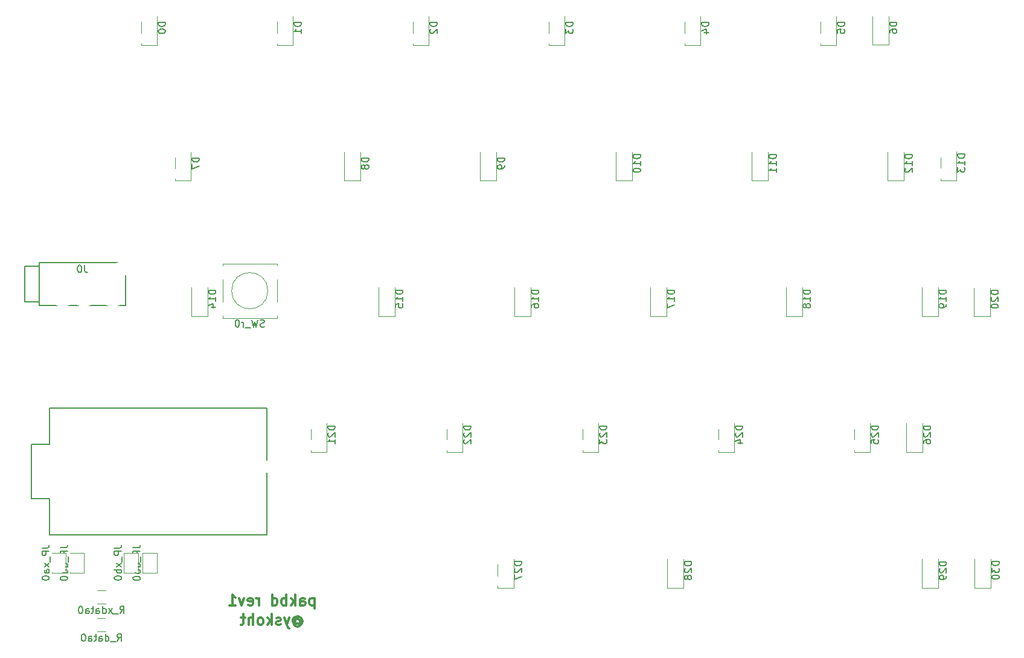
<source format=gbo>
G04 #@! TF.GenerationSoftware,KiCad,Pcbnew,(5.0.0-3-g5ebb6b6)*
G04 #@! TF.CreationDate,2018-10-13T13:09:02+09:00*
G04 #@! TF.ProjectId,pakbd,70616B62642E6B696361645F70636200,1*
G04 #@! TF.SameCoordinates,Original*
G04 #@! TF.FileFunction,Legend,Bot*
G04 #@! TF.FilePolarity,Positive*
%FSLAX46Y46*%
G04 Gerber Fmt 4.6, Leading zero omitted, Abs format (unit mm)*
G04 Created by KiCad (PCBNEW (5.0.0-3-g5ebb6b6)) date *
%MOMM*%
%LPD*%
G01*
G04 APERTURE LIST*
%ADD10C,0.300000*%
%ADD11C,0.120000*%
%ADD12C,0.150000*%
%ADD13C,0.100000*%
%ADD14C,1.825000*%
%ADD15R,3.400000X2.900000*%
%ADD16C,2.160000*%
%ADD17C,4.400000*%
%ADD18C,3.400000*%
%ADD19R,16.900000X1.400000*%
%ADD20R,18.900000X1.400000*%
%ADD21C,3.600000*%
%ADD22R,1.900000X1.400000*%
%ADD23C,1.797000*%
%ADD24C,2.000000*%
%ADD25R,2.000000X2.000000*%
%ADD26C,1.600000*%
%ADD27O,2.700000X1.900000*%
G04 APERTURE END LIST*
D10*
X61580000Y-121724285D02*
X61651428Y-121652857D01*
X61794285Y-121581428D01*
X61937142Y-121581428D01*
X62080000Y-121652857D01*
X62151428Y-121724285D01*
X62222857Y-121867142D01*
X62222857Y-122010000D01*
X62151428Y-122152857D01*
X62080000Y-122224285D01*
X61937142Y-122295714D01*
X61794285Y-122295714D01*
X61651428Y-122224285D01*
X61580000Y-122152857D01*
X61580000Y-121581428D02*
X61580000Y-122152857D01*
X61508571Y-122224285D01*
X61437142Y-122224285D01*
X61294285Y-122152857D01*
X61222857Y-122010000D01*
X61222857Y-121652857D01*
X61365714Y-121438571D01*
X61580000Y-121295714D01*
X61865714Y-121224285D01*
X62151428Y-121295714D01*
X62365714Y-121438571D01*
X62508571Y-121652857D01*
X62580000Y-121938571D01*
X62508571Y-122224285D01*
X62365714Y-122438571D01*
X62151428Y-122581428D01*
X61865714Y-122652857D01*
X61580000Y-122581428D01*
X61365714Y-122438571D01*
X60722857Y-121438571D02*
X60365714Y-122438571D01*
X60008571Y-121438571D02*
X60365714Y-122438571D01*
X60508571Y-122795714D01*
X60580000Y-122867142D01*
X60722857Y-122938571D01*
X59508571Y-122367142D02*
X59365714Y-122438571D01*
X59080000Y-122438571D01*
X58937142Y-122367142D01*
X58865714Y-122224285D01*
X58865714Y-122152857D01*
X58937142Y-122010000D01*
X59080000Y-121938571D01*
X59294285Y-121938571D01*
X59437142Y-121867142D01*
X59508571Y-121724285D01*
X59508571Y-121652857D01*
X59437142Y-121510000D01*
X59294285Y-121438571D01*
X59080000Y-121438571D01*
X58937142Y-121510000D01*
X58222857Y-122438571D02*
X58222857Y-120938571D01*
X58080000Y-121867142D02*
X57651428Y-122438571D01*
X57651428Y-121438571D02*
X58222857Y-122010000D01*
X56794285Y-122438571D02*
X56937142Y-122367142D01*
X57008571Y-122295714D01*
X57080000Y-122152857D01*
X57080000Y-121724285D01*
X57008571Y-121581428D01*
X56937142Y-121510000D01*
X56794285Y-121438571D01*
X56580000Y-121438571D01*
X56437142Y-121510000D01*
X56365714Y-121581428D01*
X56294285Y-121724285D01*
X56294285Y-122152857D01*
X56365714Y-122295714D01*
X56437142Y-122367142D01*
X56580000Y-122438571D01*
X56794285Y-122438571D01*
X55651428Y-122438571D02*
X55651428Y-120938571D01*
X55008571Y-122438571D02*
X55008571Y-121652857D01*
X55080000Y-121510000D01*
X55222857Y-121438571D01*
X55437142Y-121438571D01*
X55580000Y-121510000D01*
X55651428Y-121581428D01*
X54508571Y-121438571D02*
X53937142Y-121438571D01*
X54294285Y-120938571D02*
X54294285Y-122224285D01*
X54222857Y-122367142D01*
X54080000Y-122438571D01*
X53937142Y-122438571D01*
X64258571Y-118688571D02*
X64258571Y-120188571D01*
X64258571Y-118760000D02*
X64115714Y-118688571D01*
X63830000Y-118688571D01*
X63687142Y-118760000D01*
X63615714Y-118831428D01*
X63544285Y-118974285D01*
X63544285Y-119402857D01*
X63615714Y-119545714D01*
X63687142Y-119617142D01*
X63830000Y-119688571D01*
X64115714Y-119688571D01*
X64258571Y-119617142D01*
X62258571Y-119688571D02*
X62258571Y-118902857D01*
X62330000Y-118760000D01*
X62472857Y-118688571D01*
X62758571Y-118688571D01*
X62901428Y-118760000D01*
X62258571Y-119617142D02*
X62401428Y-119688571D01*
X62758571Y-119688571D01*
X62901428Y-119617142D01*
X62972857Y-119474285D01*
X62972857Y-119331428D01*
X62901428Y-119188571D01*
X62758571Y-119117142D01*
X62401428Y-119117142D01*
X62258571Y-119045714D01*
X61544285Y-119688571D02*
X61544285Y-118188571D01*
X61401428Y-119117142D02*
X60972857Y-119688571D01*
X60972857Y-118688571D02*
X61544285Y-119260000D01*
X60330000Y-119688571D02*
X60330000Y-118188571D01*
X60330000Y-118760000D02*
X60187142Y-118688571D01*
X59901428Y-118688571D01*
X59758571Y-118760000D01*
X59687142Y-118831428D01*
X59615714Y-118974285D01*
X59615714Y-119402857D01*
X59687142Y-119545714D01*
X59758571Y-119617142D01*
X59901428Y-119688571D01*
X60187142Y-119688571D01*
X60330000Y-119617142D01*
X58330000Y-119688571D02*
X58330000Y-118188571D01*
X58330000Y-119617142D02*
X58472857Y-119688571D01*
X58758571Y-119688571D01*
X58901428Y-119617142D01*
X58972857Y-119545714D01*
X59044285Y-119402857D01*
X59044285Y-118974285D01*
X58972857Y-118831428D01*
X58901428Y-118760000D01*
X58758571Y-118688571D01*
X58472857Y-118688571D01*
X58330000Y-118760000D01*
X56472857Y-119688571D02*
X56472857Y-118688571D01*
X56472857Y-118974285D02*
X56401428Y-118831428D01*
X56330000Y-118760000D01*
X56187142Y-118688571D01*
X56044285Y-118688571D01*
X54972857Y-119617142D02*
X55115714Y-119688571D01*
X55401428Y-119688571D01*
X55544285Y-119617142D01*
X55615714Y-119474285D01*
X55615714Y-118902857D01*
X55544285Y-118760000D01*
X55401428Y-118688571D01*
X55115714Y-118688571D01*
X54972857Y-118760000D01*
X54901428Y-118902857D01*
X54901428Y-119045714D01*
X55615714Y-119188571D01*
X54401428Y-118688571D02*
X54044285Y-119688571D01*
X53687142Y-118688571D01*
X52330000Y-119688571D02*
X53187142Y-119688571D01*
X52758571Y-119688571D02*
X52758571Y-118188571D01*
X52901428Y-118402857D01*
X53044285Y-118545714D01*
X53187142Y-118617142D01*
D11*
G04 #@! TO.C,D17*
X111335000Y-79170000D02*
X111335000Y-75110000D01*
X113605000Y-79170000D02*
X111335000Y-79170000D01*
X113605000Y-75110000D02*
X113605000Y-79170000D01*
G04 #@! TO.C,D8*
X68447066Y-60160514D02*
X68447066Y-56100514D01*
X70717066Y-60160514D02*
X68447066Y-60160514D01*
X70717066Y-56100514D02*
X70717066Y-60160514D01*
G04 #@! TO.C,D20*
X156745000Y-79210000D02*
X156745000Y-75150000D01*
X159015000Y-79210000D02*
X156745000Y-79210000D01*
X159015000Y-75150000D02*
X159015000Y-79210000D01*
G04 #@! TO.C,D9*
X87497066Y-60160514D02*
X87497066Y-56100514D01*
X89767066Y-60160514D02*
X87497066Y-60160514D01*
X89767066Y-56100514D02*
X89767066Y-60160514D01*
G04 #@! TO.C,D10*
X106547066Y-60160514D02*
X106547066Y-56100514D01*
X108817066Y-60160514D02*
X106547066Y-60160514D01*
X108817066Y-56100514D02*
X108817066Y-60160514D01*
G04 #@! TO.C,D11*
X125597066Y-60160514D02*
X125597066Y-56100514D01*
X127867066Y-60160514D02*
X125597066Y-60160514D01*
X127867066Y-56100514D02*
X127867066Y-60160514D01*
G04 #@! TO.C,D12*
X144647066Y-60160514D02*
X144647066Y-56100514D01*
X146917066Y-60160514D02*
X144647066Y-60160514D01*
X146917066Y-56100514D02*
X146917066Y-60160514D01*
G04 #@! TO.C,D13*
X152035000Y-60110000D02*
X152035000Y-56050000D01*
X154305000Y-60110000D02*
X152035000Y-60110000D01*
X154305000Y-56050000D02*
X154305000Y-60110000D01*
G04 #@! TO.C,D14*
X47015000Y-79170000D02*
X47015000Y-75110000D01*
X49285000Y-79170000D02*
X47015000Y-79170000D01*
X49285000Y-75110000D02*
X49285000Y-79170000D01*
G04 #@! TO.C,D15*
X73235000Y-79170000D02*
X73235000Y-75110000D01*
X75505000Y-79170000D02*
X73235000Y-79170000D01*
X75505000Y-75110000D02*
X75505000Y-79170000D01*
G04 #@! TO.C,D16*
X92285000Y-79170000D02*
X92285000Y-75110000D01*
X94555000Y-79170000D02*
X92285000Y-79170000D01*
X94555000Y-75110000D02*
X94555000Y-79170000D01*
G04 #@! TO.C,D18*
X130385000Y-79170000D02*
X130385000Y-75110000D01*
X132655000Y-79170000D02*
X130385000Y-79170000D01*
X132655000Y-75110000D02*
X132655000Y-79170000D01*
G04 #@! TO.C,D19*
X149435000Y-79170000D02*
X149435000Y-75110000D01*
X151705000Y-79170000D02*
X149435000Y-79170000D01*
X151705000Y-75110000D02*
X151705000Y-79170000D01*
G04 #@! TO.C,D4*
X116145000Y-41147500D02*
X116145000Y-37087500D01*
X118415000Y-41147500D02*
X116145000Y-41147500D01*
X118415000Y-37087500D02*
X118415000Y-41147500D01*
G04 #@! TO.C,D5*
X135195000Y-41147500D02*
X135195000Y-37087500D01*
X137465000Y-41147500D02*
X135195000Y-41147500D01*
X137465000Y-37087500D02*
X137465000Y-41147500D01*
G04 #@! TO.C,D7*
X44677066Y-60160514D02*
X44677066Y-56100514D01*
X46947066Y-60160514D02*
X44677066Y-60160514D01*
X46947066Y-56100514D02*
X46947066Y-60160514D01*
G04 #@! TO.C,D6*
X142515000Y-41110000D02*
X142515000Y-37050000D01*
X144785000Y-41110000D02*
X142515000Y-41110000D01*
X144785000Y-37050000D02*
X144785000Y-41110000D01*
G04 #@! TO.C,D21*
X63725000Y-98220000D02*
X63725000Y-94160000D01*
X65995000Y-98220000D02*
X63725000Y-98220000D01*
X65995000Y-94160000D02*
X65995000Y-98220000D01*
G04 #@! TO.C,D22*
X82775000Y-98220000D02*
X82775000Y-94160000D01*
X85045000Y-98220000D02*
X82775000Y-98220000D01*
X85045000Y-94160000D02*
X85045000Y-98220000D01*
G04 #@! TO.C,D23*
X101825000Y-98220000D02*
X101825000Y-94160000D01*
X104095000Y-98220000D02*
X101825000Y-98220000D01*
X104095000Y-94160000D02*
X104095000Y-98220000D01*
G04 #@! TO.C,D24*
X120875000Y-98220000D02*
X120875000Y-94160000D01*
X123145000Y-98220000D02*
X120875000Y-98220000D01*
X123145000Y-94160000D02*
X123145000Y-98220000D01*
G04 #@! TO.C,D25*
X139925000Y-98220000D02*
X139925000Y-94160000D01*
X142195000Y-98220000D02*
X139925000Y-98220000D01*
X142195000Y-94160000D02*
X142195000Y-98220000D01*
G04 #@! TO.C,D27*
X89905000Y-117260000D02*
X89905000Y-113200000D01*
X92175000Y-117260000D02*
X89905000Y-117260000D01*
X92175000Y-113200000D02*
X92175000Y-117260000D01*
G04 #@! TO.C,D28*
X113735000Y-117260000D02*
X113735000Y-113200000D01*
X116005000Y-117260000D02*
X113735000Y-117260000D01*
X116005000Y-113200000D02*
X116005000Y-117260000D01*
G04 #@! TO.C,D29*
X149465000Y-117270000D02*
X149465000Y-113210000D01*
X151735000Y-117270000D02*
X149465000Y-117270000D01*
X151735000Y-113210000D02*
X151735000Y-117270000D01*
G04 #@! TO.C,D3*
X97095000Y-41147500D02*
X97095000Y-37087500D01*
X99365000Y-41147500D02*
X97095000Y-41147500D01*
X99365000Y-37087500D02*
X99365000Y-41147500D01*
G04 #@! TO.C,JP_db0*
X40170000Y-112340000D02*
X40170000Y-115140000D01*
X40170000Y-115140000D02*
X42170000Y-115140000D01*
X42170000Y-115140000D02*
X42170000Y-112340000D01*
X42170000Y-112340000D02*
X40170000Y-112340000D01*
G04 #@! TO.C,D26*
X147265000Y-98230000D02*
X147265000Y-94170000D01*
X149535000Y-98230000D02*
X147265000Y-98230000D01*
X149535000Y-94170000D02*
X149535000Y-98230000D01*
G04 #@! TO.C,D0*
X39945000Y-41147500D02*
X39945000Y-37087500D01*
X42215000Y-41147500D02*
X39945000Y-41147500D01*
X42215000Y-37087500D02*
X42215000Y-41147500D01*
G04 #@! TO.C,D1*
X58995000Y-41147500D02*
X58995000Y-37087500D01*
X61265000Y-41147500D02*
X58995000Y-41147500D01*
X61265000Y-37087500D02*
X61265000Y-41147500D01*
G04 #@! TO.C,D30*
X156845000Y-117230000D02*
X156845000Y-113170000D01*
X159115000Y-117230000D02*
X156845000Y-117230000D01*
X159115000Y-113170000D02*
X159115000Y-117230000D01*
G04 #@! TO.C,JP_da0*
X29950000Y-112340000D02*
X29950000Y-115140000D01*
X29950000Y-115140000D02*
X31950000Y-115140000D01*
X31950000Y-115140000D02*
X31950000Y-112340000D01*
X31950000Y-112340000D02*
X29950000Y-112340000D01*
G04 #@! TO.C,JP_xa0*
X27400000Y-112340000D02*
X27400000Y-115140000D01*
X27400000Y-115140000D02*
X29400000Y-115140000D01*
X29400000Y-115140000D02*
X29400000Y-112340000D01*
X29400000Y-112340000D02*
X27400000Y-112340000D01*
G04 #@! TO.C,JP_xb0*
X37550000Y-112340000D02*
X37550000Y-115140000D01*
X37550000Y-115140000D02*
X39550000Y-115140000D01*
X39550000Y-115140000D02*
X39550000Y-112340000D01*
X39550000Y-112340000D02*
X37550000Y-112340000D01*
G04 #@! TO.C,R_data0*
X33790436Y-121540000D02*
X34994564Y-121540000D01*
X33790436Y-123360000D02*
X34994564Y-123360000D01*
G04 #@! TO.C,R_xdata0*
X33790436Y-117650000D02*
X34994564Y-117650000D01*
X33790436Y-119470000D02*
X34994564Y-119470000D01*
G04 #@! TO.C,SW_r0*
X57720000Y-75580000D02*
G75*
G03X57720000Y-75580000I-2540000J0D01*
G01*
X51370000Y-72070000D02*
X51370000Y-71770000D01*
X58990000Y-72070000D02*
X58990000Y-71770000D01*
X51370000Y-77150000D02*
X51370000Y-74010000D01*
X58990000Y-77150000D02*
X58990000Y-74010000D01*
X51370000Y-79390000D02*
X51370000Y-79090000D01*
X58990000Y-71770000D02*
X51370000Y-71770000D01*
X58990000Y-79390000D02*
X58990000Y-79090000D01*
X51370000Y-79390000D02*
X58990000Y-79390000D01*
D12*
G04 #@! TO.C,U0*
X27130000Y-92060000D02*
X57610000Y-92060000D01*
X27130000Y-97140000D02*
X27130000Y-92060000D01*
X24590000Y-97140000D02*
X27130000Y-97140000D01*
X24590000Y-104760000D02*
X24590000Y-97140000D01*
X27130000Y-104760000D02*
X24590000Y-104760000D01*
X27130000Y-109840000D02*
X27130000Y-104760000D01*
X57610000Y-109840000D02*
X27130000Y-109840000D01*
X57610000Y-92060000D02*
X57610000Y-109840000D01*
G04 #@! TO.C,J0*
X25655000Y-77615000D02*
X37755000Y-77615000D01*
X25655000Y-71615000D02*
X25655000Y-77615000D01*
X37755000Y-71615000D02*
X25655000Y-71615000D01*
X37755000Y-77615000D02*
X37755000Y-71615000D01*
X23655000Y-77115000D02*
X25655000Y-77115000D01*
X23655000Y-72115000D02*
X25655000Y-72115000D01*
X23655000Y-77115000D02*
X23655000Y-72115000D01*
D11*
G04 #@! TO.C,D2*
X78045000Y-41147500D02*
X78045000Y-37087500D01*
X80315000Y-41147500D02*
X78045000Y-41147500D01*
X80315000Y-37087500D02*
X80315000Y-41147500D01*
G04 #@! TO.C,D17*
D12*
X114742380Y-75495714D02*
X113742380Y-75495714D01*
X113742380Y-75733809D01*
X113790000Y-75876666D01*
X113885238Y-75971904D01*
X113980476Y-76019523D01*
X114170952Y-76067142D01*
X114313809Y-76067142D01*
X114504285Y-76019523D01*
X114599523Y-75971904D01*
X114694761Y-75876666D01*
X114742380Y-75733809D01*
X114742380Y-75495714D01*
X114742380Y-77019523D02*
X114742380Y-76448095D01*
X114742380Y-76733809D02*
X113742380Y-76733809D01*
X113885238Y-76638571D01*
X113980476Y-76543333D01*
X114028095Y-76448095D01*
X113742380Y-77352857D02*
X113742380Y-78019523D01*
X114742380Y-77590952D01*
G04 #@! TO.C,D8*
X71854446Y-56962418D02*
X70854446Y-56962418D01*
X70854446Y-57200514D01*
X70902066Y-57343371D01*
X70997304Y-57438609D01*
X71092542Y-57486228D01*
X71283018Y-57533847D01*
X71425875Y-57533847D01*
X71616351Y-57486228D01*
X71711589Y-57438609D01*
X71806827Y-57343371D01*
X71854446Y-57200514D01*
X71854446Y-56962418D01*
X71283018Y-58105275D02*
X71235399Y-58010037D01*
X71187780Y-57962418D01*
X71092542Y-57914799D01*
X71044923Y-57914799D01*
X70949685Y-57962418D01*
X70902066Y-58010037D01*
X70854446Y-58105275D01*
X70854446Y-58295752D01*
X70902066Y-58390990D01*
X70949685Y-58438609D01*
X71044923Y-58486228D01*
X71092542Y-58486228D01*
X71187780Y-58438609D01*
X71235399Y-58390990D01*
X71283018Y-58295752D01*
X71283018Y-58105275D01*
X71330637Y-58010037D01*
X71378256Y-57962418D01*
X71473494Y-57914799D01*
X71663970Y-57914799D01*
X71759208Y-57962418D01*
X71806827Y-58010037D01*
X71854446Y-58105275D01*
X71854446Y-58295752D01*
X71806827Y-58390990D01*
X71759208Y-58438609D01*
X71663970Y-58486228D01*
X71473494Y-58486228D01*
X71378256Y-58438609D01*
X71330637Y-58390990D01*
X71283018Y-58295752D01*
G04 #@! TO.C,D20*
X160152380Y-75535714D02*
X159152380Y-75535714D01*
X159152380Y-75773809D01*
X159200000Y-75916666D01*
X159295238Y-76011904D01*
X159390476Y-76059523D01*
X159580952Y-76107142D01*
X159723809Y-76107142D01*
X159914285Y-76059523D01*
X160009523Y-76011904D01*
X160104761Y-75916666D01*
X160152380Y-75773809D01*
X160152380Y-75535714D01*
X159247619Y-76488095D02*
X159200000Y-76535714D01*
X159152380Y-76630952D01*
X159152380Y-76869047D01*
X159200000Y-76964285D01*
X159247619Y-77011904D01*
X159342857Y-77059523D01*
X159438095Y-77059523D01*
X159580952Y-77011904D01*
X160152380Y-76440476D01*
X160152380Y-77059523D01*
X159152380Y-77678571D02*
X159152380Y-77773809D01*
X159200000Y-77869047D01*
X159247619Y-77916666D01*
X159342857Y-77964285D01*
X159533333Y-78011904D01*
X159771428Y-78011904D01*
X159961904Y-77964285D01*
X160057142Y-77916666D01*
X160104761Y-77869047D01*
X160152380Y-77773809D01*
X160152380Y-77678571D01*
X160104761Y-77583333D01*
X160057142Y-77535714D01*
X159961904Y-77488095D01*
X159771428Y-77440476D01*
X159533333Y-77440476D01*
X159342857Y-77488095D01*
X159247619Y-77535714D01*
X159200000Y-77583333D01*
X159152380Y-77678571D01*
G04 #@! TO.C,D9*
X90904446Y-56962418D02*
X89904446Y-56962418D01*
X89904446Y-57200514D01*
X89952066Y-57343371D01*
X90047304Y-57438609D01*
X90142542Y-57486228D01*
X90333018Y-57533847D01*
X90475875Y-57533847D01*
X90666351Y-57486228D01*
X90761589Y-57438609D01*
X90856827Y-57343371D01*
X90904446Y-57200514D01*
X90904446Y-56962418D01*
X90904446Y-58010037D02*
X90904446Y-58200514D01*
X90856827Y-58295752D01*
X90809208Y-58343371D01*
X90666351Y-58438609D01*
X90475875Y-58486228D01*
X90094923Y-58486228D01*
X89999685Y-58438609D01*
X89952066Y-58390990D01*
X89904446Y-58295752D01*
X89904446Y-58105275D01*
X89952066Y-58010037D01*
X89999685Y-57962418D01*
X90094923Y-57914799D01*
X90333018Y-57914799D01*
X90428256Y-57962418D01*
X90475875Y-58010037D01*
X90523494Y-58105275D01*
X90523494Y-58295752D01*
X90475875Y-58390990D01*
X90428256Y-58438609D01*
X90333018Y-58486228D01*
G04 #@! TO.C,D10*
X109954446Y-56486228D02*
X108954446Y-56486228D01*
X108954446Y-56724323D01*
X109002066Y-56867180D01*
X109097304Y-56962418D01*
X109192542Y-57010037D01*
X109383018Y-57057656D01*
X109525875Y-57057656D01*
X109716351Y-57010037D01*
X109811589Y-56962418D01*
X109906827Y-56867180D01*
X109954446Y-56724323D01*
X109954446Y-56486228D01*
X109954446Y-58010037D02*
X109954446Y-57438609D01*
X109954446Y-57724323D02*
X108954446Y-57724323D01*
X109097304Y-57629085D01*
X109192542Y-57533847D01*
X109240161Y-57438609D01*
X108954446Y-58629085D02*
X108954446Y-58724323D01*
X109002066Y-58819561D01*
X109049685Y-58867180D01*
X109144923Y-58914799D01*
X109335399Y-58962418D01*
X109573494Y-58962418D01*
X109763970Y-58914799D01*
X109859208Y-58867180D01*
X109906827Y-58819561D01*
X109954446Y-58724323D01*
X109954446Y-58629085D01*
X109906827Y-58533847D01*
X109859208Y-58486228D01*
X109763970Y-58438609D01*
X109573494Y-58390990D01*
X109335399Y-58390990D01*
X109144923Y-58438609D01*
X109049685Y-58486228D01*
X109002066Y-58533847D01*
X108954446Y-58629085D01*
G04 #@! TO.C,D11*
X129004446Y-56486228D02*
X128004446Y-56486228D01*
X128004446Y-56724323D01*
X128052066Y-56867180D01*
X128147304Y-56962418D01*
X128242542Y-57010037D01*
X128433018Y-57057656D01*
X128575875Y-57057656D01*
X128766351Y-57010037D01*
X128861589Y-56962418D01*
X128956827Y-56867180D01*
X129004446Y-56724323D01*
X129004446Y-56486228D01*
X129004446Y-58010037D02*
X129004446Y-57438609D01*
X129004446Y-57724323D02*
X128004446Y-57724323D01*
X128147304Y-57629085D01*
X128242542Y-57533847D01*
X128290161Y-57438609D01*
X129004446Y-58962418D02*
X129004446Y-58390990D01*
X129004446Y-58676704D02*
X128004446Y-58676704D01*
X128147304Y-58581466D01*
X128242542Y-58486228D01*
X128290161Y-58390990D01*
G04 #@! TO.C,D12*
X148054446Y-56486228D02*
X147054446Y-56486228D01*
X147054446Y-56724323D01*
X147102066Y-56867180D01*
X147197304Y-56962418D01*
X147292542Y-57010037D01*
X147483018Y-57057656D01*
X147625875Y-57057656D01*
X147816351Y-57010037D01*
X147911589Y-56962418D01*
X148006827Y-56867180D01*
X148054446Y-56724323D01*
X148054446Y-56486228D01*
X148054446Y-58010037D02*
X148054446Y-57438609D01*
X148054446Y-57724323D02*
X147054446Y-57724323D01*
X147197304Y-57629085D01*
X147292542Y-57533847D01*
X147340161Y-57438609D01*
X147149685Y-58390990D02*
X147102066Y-58438609D01*
X147054446Y-58533847D01*
X147054446Y-58771942D01*
X147102066Y-58867180D01*
X147149685Y-58914799D01*
X147244923Y-58962418D01*
X147340161Y-58962418D01*
X147483018Y-58914799D01*
X148054446Y-58343371D01*
X148054446Y-58962418D01*
G04 #@! TO.C,D13*
X155442380Y-56435714D02*
X154442380Y-56435714D01*
X154442380Y-56673809D01*
X154490000Y-56816666D01*
X154585238Y-56911904D01*
X154680476Y-56959523D01*
X154870952Y-57007142D01*
X155013809Y-57007142D01*
X155204285Y-56959523D01*
X155299523Y-56911904D01*
X155394761Y-56816666D01*
X155442380Y-56673809D01*
X155442380Y-56435714D01*
X155442380Y-57959523D02*
X155442380Y-57388095D01*
X155442380Y-57673809D02*
X154442380Y-57673809D01*
X154585238Y-57578571D01*
X154680476Y-57483333D01*
X154728095Y-57388095D01*
X154442380Y-58292857D02*
X154442380Y-58911904D01*
X154823333Y-58578571D01*
X154823333Y-58721428D01*
X154870952Y-58816666D01*
X154918571Y-58864285D01*
X155013809Y-58911904D01*
X155251904Y-58911904D01*
X155347142Y-58864285D01*
X155394761Y-58816666D01*
X155442380Y-58721428D01*
X155442380Y-58435714D01*
X155394761Y-58340476D01*
X155347142Y-58292857D01*
G04 #@! TO.C,D14*
X50422380Y-75495714D02*
X49422380Y-75495714D01*
X49422380Y-75733809D01*
X49470000Y-75876666D01*
X49565238Y-75971904D01*
X49660476Y-76019523D01*
X49850952Y-76067142D01*
X49993809Y-76067142D01*
X50184285Y-76019523D01*
X50279523Y-75971904D01*
X50374761Y-75876666D01*
X50422380Y-75733809D01*
X50422380Y-75495714D01*
X50422380Y-77019523D02*
X50422380Y-76448095D01*
X50422380Y-76733809D02*
X49422380Y-76733809D01*
X49565238Y-76638571D01*
X49660476Y-76543333D01*
X49708095Y-76448095D01*
X49755714Y-77876666D02*
X50422380Y-77876666D01*
X49374761Y-77638571D02*
X50089047Y-77400476D01*
X50089047Y-78019523D01*
G04 #@! TO.C,D15*
X76642380Y-75495714D02*
X75642380Y-75495714D01*
X75642380Y-75733809D01*
X75690000Y-75876666D01*
X75785238Y-75971904D01*
X75880476Y-76019523D01*
X76070952Y-76067142D01*
X76213809Y-76067142D01*
X76404285Y-76019523D01*
X76499523Y-75971904D01*
X76594761Y-75876666D01*
X76642380Y-75733809D01*
X76642380Y-75495714D01*
X76642380Y-77019523D02*
X76642380Y-76448095D01*
X76642380Y-76733809D02*
X75642380Y-76733809D01*
X75785238Y-76638571D01*
X75880476Y-76543333D01*
X75928095Y-76448095D01*
X75642380Y-77924285D02*
X75642380Y-77448095D01*
X76118571Y-77400476D01*
X76070952Y-77448095D01*
X76023333Y-77543333D01*
X76023333Y-77781428D01*
X76070952Y-77876666D01*
X76118571Y-77924285D01*
X76213809Y-77971904D01*
X76451904Y-77971904D01*
X76547142Y-77924285D01*
X76594761Y-77876666D01*
X76642380Y-77781428D01*
X76642380Y-77543333D01*
X76594761Y-77448095D01*
X76547142Y-77400476D01*
G04 #@! TO.C,D16*
X95692380Y-75495714D02*
X94692380Y-75495714D01*
X94692380Y-75733809D01*
X94740000Y-75876666D01*
X94835238Y-75971904D01*
X94930476Y-76019523D01*
X95120952Y-76067142D01*
X95263809Y-76067142D01*
X95454285Y-76019523D01*
X95549523Y-75971904D01*
X95644761Y-75876666D01*
X95692380Y-75733809D01*
X95692380Y-75495714D01*
X95692380Y-77019523D02*
X95692380Y-76448095D01*
X95692380Y-76733809D02*
X94692380Y-76733809D01*
X94835238Y-76638571D01*
X94930476Y-76543333D01*
X94978095Y-76448095D01*
X94692380Y-77876666D02*
X94692380Y-77686190D01*
X94740000Y-77590952D01*
X94787619Y-77543333D01*
X94930476Y-77448095D01*
X95120952Y-77400476D01*
X95501904Y-77400476D01*
X95597142Y-77448095D01*
X95644761Y-77495714D01*
X95692380Y-77590952D01*
X95692380Y-77781428D01*
X95644761Y-77876666D01*
X95597142Y-77924285D01*
X95501904Y-77971904D01*
X95263809Y-77971904D01*
X95168571Y-77924285D01*
X95120952Y-77876666D01*
X95073333Y-77781428D01*
X95073333Y-77590952D01*
X95120952Y-77495714D01*
X95168571Y-77448095D01*
X95263809Y-77400476D01*
G04 #@! TO.C,D18*
X133792380Y-75495714D02*
X132792380Y-75495714D01*
X132792380Y-75733809D01*
X132840000Y-75876666D01*
X132935238Y-75971904D01*
X133030476Y-76019523D01*
X133220952Y-76067142D01*
X133363809Y-76067142D01*
X133554285Y-76019523D01*
X133649523Y-75971904D01*
X133744761Y-75876666D01*
X133792380Y-75733809D01*
X133792380Y-75495714D01*
X133792380Y-77019523D02*
X133792380Y-76448095D01*
X133792380Y-76733809D02*
X132792380Y-76733809D01*
X132935238Y-76638571D01*
X133030476Y-76543333D01*
X133078095Y-76448095D01*
X133220952Y-77590952D02*
X133173333Y-77495714D01*
X133125714Y-77448095D01*
X133030476Y-77400476D01*
X132982857Y-77400476D01*
X132887619Y-77448095D01*
X132840000Y-77495714D01*
X132792380Y-77590952D01*
X132792380Y-77781428D01*
X132840000Y-77876666D01*
X132887619Y-77924285D01*
X132982857Y-77971904D01*
X133030476Y-77971904D01*
X133125714Y-77924285D01*
X133173333Y-77876666D01*
X133220952Y-77781428D01*
X133220952Y-77590952D01*
X133268571Y-77495714D01*
X133316190Y-77448095D01*
X133411428Y-77400476D01*
X133601904Y-77400476D01*
X133697142Y-77448095D01*
X133744761Y-77495714D01*
X133792380Y-77590952D01*
X133792380Y-77781428D01*
X133744761Y-77876666D01*
X133697142Y-77924285D01*
X133601904Y-77971904D01*
X133411428Y-77971904D01*
X133316190Y-77924285D01*
X133268571Y-77876666D01*
X133220952Y-77781428D01*
G04 #@! TO.C,D19*
X152842380Y-75495714D02*
X151842380Y-75495714D01*
X151842380Y-75733809D01*
X151890000Y-75876666D01*
X151985238Y-75971904D01*
X152080476Y-76019523D01*
X152270952Y-76067142D01*
X152413809Y-76067142D01*
X152604285Y-76019523D01*
X152699523Y-75971904D01*
X152794761Y-75876666D01*
X152842380Y-75733809D01*
X152842380Y-75495714D01*
X152842380Y-77019523D02*
X152842380Y-76448095D01*
X152842380Y-76733809D02*
X151842380Y-76733809D01*
X151985238Y-76638571D01*
X152080476Y-76543333D01*
X152128095Y-76448095D01*
X152842380Y-77495714D02*
X152842380Y-77686190D01*
X152794761Y-77781428D01*
X152747142Y-77829047D01*
X152604285Y-77924285D01*
X152413809Y-77971904D01*
X152032857Y-77971904D01*
X151937619Y-77924285D01*
X151890000Y-77876666D01*
X151842380Y-77781428D01*
X151842380Y-77590952D01*
X151890000Y-77495714D01*
X151937619Y-77448095D01*
X152032857Y-77400476D01*
X152270952Y-77400476D01*
X152366190Y-77448095D01*
X152413809Y-77495714D01*
X152461428Y-77590952D01*
X152461428Y-77781428D01*
X152413809Y-77876666D01*
X152366190Y-77924285D01*
X152270952Y-77971904D01*
G04 #@! TO.C,D4*
X119552380Y-37949404D02*
X118552380Y-37949404D01*
X118552380Y-38187500D01*
X118600000Y-38330357D01*
X118695238Y-38425595D01*
X118790476Y-38473214D01*
X118980952Y-38520833D01*
X119123809Y-38520833D01*
X119314285Y-38473214D01*
X119409523Y-38425595D01*
X119504761Y-38330357D01*
X119552380Y-38187500D01*
X119552380Y-37949404D01*
X118885714Y-39377976D02*
X119552380Y-39377976D01*
X118504761Y-39139880D02*
X119219047Y-38901785D01*
X119219047Y-39520833D01*
G04 #@! TO.C,D5*
X138602380Y-37949404D02*
X137602380Y-37949404D01*
X137602380Y-38187500D01*
X137650000Y-38330357D01*
X137745238Y-38425595D01*
X137840476Y-38473214D01*
X138030952Y-38520833D01*
X138173809Y-38520833D01*
X138364285Y-38473214D01*
X138459523Y-38425595D01*
X138554761Y-38330357D01*
X138602380Y-38187500D01*
X138602380Y-37949404D01*
X137602380Y-39425595D02*
X137602380Y-38949404D01*
X138078571Y-38901785D01*
X138030952Y-38949404D01*
X137983333Y-39044642D01*
X137983333Y-39282738D01*
X138030952Y-39377976D01*
X138078571Y-39425595D01*
X138173809Y-39473214D01*
X138411904Y-39473214D01*
X138507142Y-39425595D01*
X138554761Y-39377976D01*
X138602380Y-39282738D01*
X138602380Y-39044642D01*
X138554761Y-38949404D01*
X138507142Y-38901785D01*
G04 #@! TO.C,D7*
X48084446Y-56962418D02*
X47084446Y-56962418D01*
X47084446Y-57200514D01*
X47132066Y-57343371D01*
X47227304Y-57438609D01*
X47322542Y-57486228D01*
X47513018Y-57533847D01*
X47655875Y-57533847D01*
X47846351Y-57486228D01*
X47941589Y-57438609D01*
X48036827Y-57343371D01*
X48084446Y-57200514D01*
X48084446Y-56962418D01*
X47084446Y-57867180D02*
X47084446Y-58533847D01*
X48084446Y-58105275D01*
G04 #@! TO.C,D6*
X145922380Y-37911904D02*
X144922380Y-37911904D01*
X144922380Y-38150000D01*
X144970000Y-38292857D01*
X145065238Y-38388095D01*
X145160476Y-38435714D01*
X145350952Y-38483333D01*
X145493809Y-38483333D01*
X145684285Y-38435714D01*
X145779523Y-38388095D01*
X145874761Y-38292857D01*
X145922380Y-38150000D01*
X145922380Y-37911904D01*
X144922380Y-39340476D02*
X144922380Y-39150000D01*
X144970000Y-39054761D01*
X145017619Y-39007142D01*
X145160476Y-38911904D01*
X145350952Y-38864285D01*
X145731904Y-38864285D01*
X145827142Y-38911904D01*
X145874761Y-38959523D01*
X145922380Y-39054761D01*
X145922380Y-39245238D01*
X145874761Y-39340476D01*
X145827142Y-39388095D01*
X145731904Y-39435714D01*
X145493809Y-39435714D01*
X145398571Y-39388095D01*
X145350952Y-39340476D01*
X145303333Y-39245238D01*
X145303333Y-39054761D01*
X145350952Y-38959523D01*
X145398571Y-38911904D01*
X145493809Y-38864285D01*
G04 #@! TO.C,D21*
X67132380Y-94545714D02*
X66132380Y-94545714D01*
X66132380Y-94783809D01*
X66180000Y-94926666D01*
X66275238Y-95021904D01*
X66370476Y-95069523D01*
X66560952Y-95117142D01*
X66703809Y-95117142D01*
X66894285Y-95069523D01*
X66989523Y-95021904D01*
X67084761Y-94926666D01*
X67132380Y-94783809D01*
X67132380Y-94545714D01*
X66227619Y-95498095D02*
X66180000Y-95545714D01*
X66132380Y-95640952D01*
X66132380Y-95879047D01*
X66180000Y-95974285D01*
X66227619Y-96021904D01*
X66322857Y-96069523D01*
X66418095Y-96069523D01*
X66560952Y-96021904D01*
X67132380Y-95450476D01*
X67132380Y-96069523D01*
X67132380Y-97021904D02*
X67132380Y-96450476D01*
X67132380Y-96736190D02*
X66132380Y-96736190D01*
X66275238Y-96640952D01*
X66370476Y-96545714D01*
X66418095Y-96450476D01*
G04 #@! TO.C,D22*
X86182380Y-94545714D02*
X85182380Y-94545714D01*
X85182380Y-94783809D01*
X85230000Y-94926666D01*
X85325238Y-95021904D01*
X85420476Y-95069523D01*
X85610952Y-95117142D01*
X85753809Y-95117142D01*
X85944285Y-95069523D01*
X86039523Y-95021904D01*
X86134761Y-94926666D01*
X86182380Y-94783809D01*
X86182380Y-94545714D01*
X85277619Y-95498095D02*
X85230000Y-95545714D01*
X85182380Y-95640952D01*
X85182380Y-95879047D01*
X85230000Y-95974285D01*
X85277619Y-96021904D01*
X85372857Y-96069523D01*
X85468095Y-96069523D01*
X85610952Y-96021904D01*
X86182380Y-95450476D01*
X86182380Y-96069523D01*
X85277619Y-96450476D02*
X85230000Y-96498095D01*
X85182380Y-96593333D01*
X85182380Y-96831428D01*
X85230000Y-96926666D01*
X85277619Y-96974285D01*
X85372857Y-97021904D01*
X85468095Y-97021904D01*
X85610952Y-96974285D01*
X86182380Y-96402857D01*
X86182380Y-97021904D01*
G04 #@! TO.C,D23*
X105232380Y-94545714D02*
X104232380Y-94545714D01*
X104232380Y-94783809D01*
X104280000Y-94926666D01*
X104375238Y-95021904D01*
X104470476Y-95069523D01*
X104660952Y-95117142D01*
X104803809Y-95117142D01*
X104994285Y-95069523D01*
X105089523Y-95021904D01*
X105184761Y-94926666D01*
X105232380Y-94783809D01*
X105232380Y-94545714D01*
X104327619Y-95498095D02*
X104280000Y-95545714D01*
X104232380Y-95640952D01*
X104232380Y-95879047D01*
X104280000Y-95974285D01*
X104327619Y-96021904D01*
X104422857Y-96069523D01*
X104518095Y-96069523D01*
X104660952Y-96021904D01*
X105232380Y-95450476D01*
X105232380Y-96069523D01*
X104232380Y-96402857D02*
X104232380Y-97021904D01*
X104613333Y-96688571D01*
X104613333Y-96831428D01*
X104660952Y-96926666D01*
X104708571Y-96974285D01*
X104803809Y-97021904D01*
X105041904Y-97021904D01*
X105137142Y-96974285D01*
X105184761Y-96926666D01*
X105232380Y-96831428D01*
X105232380Y-96545714D01*
X105184761Y-96450476D01*
X105137142Y-96402857D01*
G04 #@! TO.C,D24*
X124282380Y-94545714D02*
X123282380Y-94545714D01*
X123282380Y-94783809D01*
X123330000Y-94926666D01*
X123425238Y-95021904D01*
X123520476Y-95069523D01*
X123710952Y-95117142D01*
X123853809Y-95117142D01*
X124044285Y-95069523D01*
X124139523Y-95021904D01*
X124234761Y-94926666D01*
X124282380Y-94783809D01*
X124282380Y-94545714D01*
X123377619Y-95498095D02*
X123330000Y-95545714D01*
X123282380Y-95640952D01*
X123282380Y-95879047D01*
X123330000Y-95974285D01*
X123377619Y-96021904D01*
X123472857Y-96069523D01*
X123568095Y-96069523D01*
X123710952Y-96021904D01*
X124282380Y-95450476D01*
X124282380Y-96069523D01*
X123615714Y-96926666D02*
X124282380Y-96926666D01*
X123234761Y-96688571D02*
X123949047Y-96450476D01*
X123949047Y-97069523D01*
G04 #@! TO.C,D25*
X143332380Y-94545714D02*
X142332380Y-94545714D01*
X142332380Y-94783809D01*
X142380000Y-94926666D01*
X142475238Y-95021904D01*
X142570476Y-95069523D01*
X142760952Y-95117142D01*
X142903809Y-95117142D01*
X143094285Y-95069523D01*
X143189523Y-95021904D01*
X143284761Y-94926666D01*
X143332380Y-94783809D01*
X143332380Y-94545714D01*
X142427619Y-95498095D02*
X142380000Y-95545714D01*
X142332380Y-95640952D01*
X142332380Y-95879047D01*
X142380000Y-95974285D01*
X142427619Y-96021904D01*
X142522857Y-96069523D01*
X142618095Y-96069523D01*
X142760952Y-96021904D01*
X143332380Y-95450476D01*
X143332380Y-96069523D01*
X142332380Y-96974285D02*
X142332380Y-96498095D01*
X142808571Y-96450476D01*
X142760952Y-96498095D01*
X142713333Y-96593333D01*
X142713333Y-96831428D01*
X142760952Y-96926666D01*
X142808571Y-96974285D01*
X142903809Y-97021904D01*
X143141904Y-97021904D01*
X143237142Y-96974285D01*
X143284761Y-96926666D01*
X143332380Y-96831428D01*
X143332380Y-96593333D01*
X143284761Y-96498095D01*
X143237142Y-96450476D01*
G04 #@! TO.C,D27*
X93312380Y-113585714D02*
X92312380Y-113585714D01*
X92312380Y-113823809D01*
X92360000Y-113966666D01*
X92455238Y-114061904D01*
X92550476Y-114109523D01*
X92740952Y-114157142D01*
X92883809Y-114157142D01*
X93074285Y-114109523D01*
X93169523Y-114061904D01*
X93264761Y-113966666D01*
X93312380Y-113823809D01*
X93312380Y-113585714D01*
X92407619Y-114538095D02*
X92360000Y-114585714D01*
X92312380Y-114680952D01*
X92312380Y-114919047D01*
X92360000Y-115014285D01*
X92407619Y-115061904D01*
X92502857Y-115109523D01*
X92598095Y-115109523D01*
X92740952Y-115061904D01*
X93312380Y-114490476D01*
X93312380Y-115109523D01*
X92312380Y-115442857D02*
X92312380Y-116109523D01*
X93312380Y-115680952D01*
G04 #@! TO.C,D28*
X117142380Y-113585714D02*
X116142380Y-113585714D01*
X116142380Y-113823809D01*
X116190000Y-113966666D01*
X116285238Y-114061904D01*
X116380476Y-114109523D01*
X116570952Y-114157142D01*
X116713809Y-114157142D01*
X116904285Y-114109523D01*
X116999523Y-114061904D01*
X117094761Y-113966666D01*
X117142380Y-113823809D01*
X117142380Y-113585714D01*
X116237619Y-114538095D02*
X116190000Y-114585714D01*
X116142380Y-114680952D01*
X116142380Y-114919047D01*
X116190000Y-115014285D01*
X116237619Y-115061904D01*
X116332857Y-115109523D01*
X116428095Y-115109523D01*
X116570952Y-115061904D01*
X117142380Y-114490476D01*
X117142380Y-115109523D01*
X116570952Y-115680952D02*
X116523333Y-115585714D01*
X116475714Y-115538095D01*
X116380476Y-115490476D01*
X116332857Y-115490476D01*
X116237619Y-115538095D01*
X116190000Y-115585714D01*
X116142380Y-115680952D01*
X116142380Y-115871428D01*
X116190000Y-115966666D01*
X116237619Y-116014285D01*
X116332857Y-116061904D01*
X116380476Y-116061904D01*
X116475714Y-116014285D01*
X116523333Y-115966666D01*
X116570952Y-115871428D01*
X116570952Y-115680952D01*
X116618571Y-115585714D01*
X116666190Y-115538095D01*
X116761428Y-115490476D01*
X116951904Y-115490476D01*
X117047142Y-115538095D01*
X117094761Y-115585714D01*
X117142380Y-115680952D01*
X117142380Y-115871428D01*
X117094761Y-115966666D01*
X117047142Y-116014285D01*
X116951904Y-116061904D01*
X116761428Y-116061904D01*
X116666190Y-116014285D01*
X116618571Y-115966666D01*
X116570952Y-115871428D01*
G04 #@! TO.C,D29*
X152872380Y-113595714D02*
X151872380Y-113595714D01*
X151872380Y-113833809D01*
X151920000Y-113976666D01*
X152015238Y-114071904D01*
X152110476Y-114119523D01*
X152300952Y-114167142D01*
X152443809Y-114167142D01*
X152634285Y-114119523D01*
X152729523Y-114071904D01*
X152824761Y-113976666D01*
X152872380Y-113833809D01*
X152872380Y-113595714D01*
X151967619Y-114548095D02*
X151920000Y-114595714D01*
X151872380Y-114690952D01*
X151872380Y-114929047D01*
X151920000Y-115024285D01*
X151967619Y-115071904D01*
X152062857Y-115119523D01*
X152158095Y-115119523D01*
X152300952Y-115071904D01*
X152872380Y-114500476D01*
X152872380Y-115119523D01*
X152872380Y-115595714D02*
X152872380Y-115786190D01*
X152824761Y-115881428D01*
X152777142Y-115929047D01*
X152634285Y-116024285D01*
X152443809Y-116071904D01*
X152062857Y-116071904D01*
X151967619Y-116024285D01*
X151920000Y-115976666D01*
X151872380Y-115881428D01*
X151872380Y-115690952D01*
X151920000Y-115595714D01*
X151967619Y-115548095D01*
X152062857Y-115500476D01*
X152300952Y-115500476D01*
X152396190Y-115548095D01*
X152443809Y-115595714D01*
X152491428Y-115690952D01*
X152491428Y-115881428D01*
X152443809Y-115976666D01*
X152396190Y-116024285D01*
X152300952Y-116071904D01*
G04 #@! TO.C,D3*
X100502380Y-37949404D02*
X99502380Y-37949404D01*
X99502380Y-38187500D01*
X99550000Y-38330357D01*
X99645238Y-38425595D01*
X99740476Y-38473214D01*
X99930952Y-38520833D01*
X100073809Y-38520833D01*
X100264285Y-38473214D01*
X100359523Y-38425595D01*
X100454761Y-38330357D01*
X100502380Y-38187500D01*
X100502380Y-37949404D01*
X99502380Y-38854166D02*
X99502380Y-39473214D01*
X99883333Y-39139880D01*
X99883333Y-39282738D01*
X99930952Y-39377976D01*
X99978571Y-39425595D01*
X100073809Y-39473214D01*
X100311904Y-39473214D01*
X100407142Y-39425595D01*
X100454761Y-39377976D01*
X100502380Y-39282738D01*
X100502380Y-38997023D01*
X100454761Y-38901785D01*
X100407142Y-38854166D01*
G04 #@! TO.C,JP_db0*
X38822380Y-111620952D02*
X39536666Y-111620952D01*
X39679523Y-111573333D01*
X39774761Y-111478095D01*
X39822380Y-111335238D01*
X39822380Y-111240000D01*
X39822380Y-112097142D02*
X38822380Y-112097142D01*
X38822380Y-112478095D01*
X38870000Y-112573333D01*
X38917619Y-112620952D01*
X39012857Y-112668571D01*
X39155714Y-112668571D01*
X39250952Y-112620952D01*
X39298571Y-112573333D01*
X39346190Y-112478095D01*
X39346190Y-112097142D01*
X39917619Y-112859047D02*
X39917619Y-113620952D01*
X39822380Y-114287619D02*
X38822380Y-114287619D01*
X39774761Y-114287619D02*
X39822380Y-114192380D01*
X39822380Y-114001904D01*
X39774761Y-113906666D01*
X39727142Y-113859047D01*
X39631904Y-113811428D01*
X39346190Y-113811428D01*
X39250952Y-113859047D01*
X39203333Y-113906666D01*
X39155714Y-114001904D01*
X39155714Y-114192380D01*
X39203333Y-114287619D01*
X39822380Y-114763809D02*
X38822380Y-114763809D01*
X39203333Y-114763809D02*
X39155714Y-114859047D01*
X39155714Y-115049523D01*
X39203333Y-115144761D01*
X39250952Y-115192380D01*
X39346190Y-115240000D01*
X39631904Y-115240000D01*
X39727142Y-115192380D01*
X39774761Y-115144761D01*
X39822380Y-115049523D01*
X39822380Y-114859047D01*
X39774761Y-114763809D01*
X38822380Y-115859047D02*
X38822380Y-115954285D01*
X38870000Y-116049523D01*
X38917619Y-116097142D01*
X39012857Y-116144761D01*
X39203333Y-116192380D01*
X39441428Y-116192380D01*
X39631904Y-116144761D01*
X39727142Y-116097142D01*
X39774761Y-116049523D01*
X39822380Y-115954285D01*
X39822380Y-115859047D01*
X39774761Y-115763809D01*
X39727142Y-115716190D01*
X39631904Y-115668571D01*
X39441428Y-115620952D01*
X39203333Y-115620952D01*
X39012857Y-115668571D01*
X38917619Y-115716190D01*
X38870000Y-115763809D01*
X38822380Y-115859047D01*
G04 #@! TO.C,D26*
X150672380Y-94555714D02*
X149672380Y-94555714D01*
X149672380Y-94793809D01*
X149720000Y-94936666D01*
X149815238Y-95031904D01*
X149910476Y-95079523D01*
X150100952Y-95127142D01*
X150243809Y-95127142D01*
X150434285Y-95079523D01*
X150529523Y-95031904D01*
X150624761Y-94936666D01*
X150672380Y-94793809D01*
X150672380Y-94555714D01*
X149767619Y-95508095D02*
X149720000Y-95555714D01*
X149672380Y-95650952D01*
X149672380Y-95889047D01*
X149720000Y-95984285D01*
X149767619Y-96031904D01*
X149862857Y-96079523D01*
X149958095Y-96079523D01*
X150100952Y-96031904D01*
X150672380Y-95460476D01*
X150672380Y-96079523D01*
X149672380Y-96936666D02*
X149672380Y-96746190D01*
X149720000Y-96650952D01*
X149767619Y-96603333D01*
X149910476Y-96508095D01*
X150100952Y-96460476D01*
X150481904Y-96460476D01*
X150577142Y-96508095D01*
X150624761Y-96555714D01*
X150672380Y-96650952D01*
X150672380Y-96841428D01*
X150624761Y-96936666D01*
X150577142Y-96984285D01*
X150481904Y-97031904D01*
X150243809Y-97031904D01*
X150148571Y-96984285D01*
X150100952Y-96936666D01*
X150053333Y-96841428D01*
X150053333Y-96650952D01*
X150100952Y-96555714D01*
X150148571Y-96508095D01*
X150243809Y-96460476D01*
G04 #@! TO.C,D0*
X43352380Y-37949404D02*
X42352380Y-37949404D01*
X42352380Y-38187500D01*
X42400000Y-38330357D01*
X42495238Y-38425595D01*
X42590476Y-38473214D01*
X42780952Y-38520833D01*
X42923809Y-38520833D01*
X43114285Y-38473214D01*
X43209523Y-38425595D01*
X43304761Y-38330357D01*
X43352380Y-38187500D01*
X43352380Y-37949404D01*
X42352380Y-39139880D02*
X42352380Y-39235119D01*
X42400000Y-39330357D01*
X42447619Y-39377976D01*
X42542857Y-39425595D01*
X42733333Y-39473214D01*
X42971428Y-39473214D01*
X43161904Y-39425595D01*
X43257142Y-39377976D01*
X43304761Y-39330357D01*
X43352380Y-39235119D01*
X43352380Y-39139880D01*
X43304761Y-39044642D01*
X43257142Y-38997023D01*
X43161904Y-38949404D01*
X42971428Y-38901785D01*
X42733333Y-38901785D01*
X42542857Y-38949404D01*
X42447619Y-38997023D01*
X42400000Y-39044642D01*
X42352380Y-39139880D01*
G04 #@! TO.C,D1*
X62402380Y-37949404D02*
X61402380Y-37949404D01*
X61402380Y-38187500D01*
X61450000Y-38330357D01*
X61545238Y-38425595D01*
X61640476Y-38473214D01*
X61830952Y-38520833D01*
X61973809Y-38520833D01*
X62164285Y-38473214D01*
X62259523Y-38425595D01*
X62354761Y-38330357D01*
X62402380Y-38187500D01*
X62402380Y-37949404D01*
X62402380Y-39473214D02*
X62402380Y-38901785D01*
X62402380Y-39187500D02*
X61402380Y-39187500D01*
X61545238Y-39092261D01*
X61640476Y-38997023D01*
X61688095Y-38901785D01*
G04 #@! TO.C,D30*
X160252380Y-113555714D02*
X159252380Y-113555714D01*
X159252380Y-113793809D01*
X159300000Y-113936666D01*
X159395238Y-114031904D01*
X159490476Y-114079523D01*
X159680952Y-114127142D01*
X159823809Y-114127142D01*
X160014285Y-114079523D01*
X160109523Y-114031904D01*
X160204761Y-113936666D01*
X160252380Y-113793809D01*
X160252380Y-113555714D01*
X159252380Y-114460476D02*
X159252380Y-115079523D01*
X159633333Y-114746190D01*
X159633333Y-114889047D01*
X159680952Y-114984285D01*
X159728571Y-115031904D01*
X159823809Y-115079523D01*
X160061904Y-115079523D01*
X160157142Y-115031904D01*
X160204761Y-114984285D01*
X160252380Y-114889047D01*
X160252380Y-114603333D01*
X160204761Y-114508095D01*
X160157142Y-114460476D01*
X159252380Y-115698571D02*
X159252380Y-115793809D01*
X159300000Y-115889047D01*
X159347619Y-115936666D01*
X159442857Y-115984285D01*
X159633333Y-116031904D01*
X159871428Y-116031904D01*
X160061904Y-115984285D01*
X160157142Y-115936666D01*
X160204761Y-115889047D01*
X160252380Y-115793809D01*
X160252380Y-115698571D01*
X160204761Y-115603333D01*
X160157142Y-115555714D01*
X160061904Y-115508095D01*
X159871428Y-115460476D01*
X159633333Y-115460476D01*
X159442857Y-115508095D01*
X159347619Y-115555714D01*
X159300000Y-115603333D01*
X159252380Y-115698571D01*
G04 #@! TO.C,JP_da0*
X28602380Y-111620952D02*
X29316666Y-111620952D01*
X29459523Y-111573333D01*
X29554761Y-111478095D01*
X29602380Y-111335238D01*
X29602380Y-111240000D01*
X29602380Y-112097142D02*
X28602380Y-112097142D01*
X28602380Y-112478095D01*
X28650000Y-112573333D01*
X28697619Y-112620952D01*
X28792857Y-112668571D01*
X28935714Y-112668571D01*
X29030952Y-112620952D01*
X29078571Y-112573333D01*
X29126190Y-112478095D01*
X29126190Y-112097142D01*
X29697619Y-112859047D02*
X29697619Y-113620952D01*
X29602380Y-114287619D02*
X28602380Y-114287619D01*
X29554761Y-114287619D02*
X29602380Y-114192380D01*
X29602380Y-114001904D01*
X29554761Y-113906666D01*
X29507142Y-113859047D01*
X29411904Y-113811428D01*
X29126190Y-113811428D01*
X29030952Y-113859047D01*
X28983333Y-113906666D01*
X28935714Y-114001904D01*
X28935714Y-114192380D01*
X28983333Y-114287619D01*
X29602380Y-115192380D02*
X29078571Y-115192380D01*
X28983333Y-115144761D01*
X28935714Y-115049523D01*
X28935714Y-114859047D01*
X28983333Y-114763809D01*
X29554761Y-115192380D02*
X29602380Y-115097142D01*
X29602380Y-114859047D01*
X29554761Y-114763809D01*
X29459523Y-114716190D01*
X29364285Y-114716190D01*
X29269047Y-114763809D01*
X29221428Y-114859047D01*
X29221428Y-115097142D01*
X29173809Y-115192380D01*
X28602380Y-115859047D02*
X28602380Y-115954285D01*
X28650000Y-116049523D01*
X28697619Y-116097142D01*
X28792857Y-116144761D01*
X28983333Y-116192380D01*
X29221428Y-116192380D01*
X29411904Y-116144761D01*
X29507142Y-116097142D01*
X29554761Y-116049523D01*
X29602380Y-115954285D01*
X29602380Y-115859047D01*
X29554761Y-115763809D01*
X29507142Y-115716190D01*
X29411904Y-115668571D01*
X29221428Y-115620952D01*
X28983333Y-115620952D01*
X28792857Y-115668571D01*
X28697619Y-115716190D01*
X28650000Y-115763809D01*
X28602380Y-115859047D01*
G04 #@! TO.C,JP_xa0*
X26052380Y-111668571D02*
X26766666Y-111668571D01*
X26909523Y-111620952D01*
X27004761Y-111525714D01*
X27052380Y-111382857D01*
X27052380Y-111287619D01*
X27052380Y-112144761D02*
X26052380Y-112144761D01*
X26052380Y-112525714D01*
X26100000Y-112620952D01*
X26147619Y-112668571D01*
X26242857Y-112716190D01*
X26385714Y-112716190D01*
X26480952Y-112668571D01*
X26528571Y-112620952D01*
X26576190Y-112525714D01*
X26576190Y-112144761D01*
X27147619Y-112906666D02*
X27147619Y-113668571D01*
X27052380Y-113811428D02*
X26385714Y-114335238D01*
X26385714Y-113811428D02*
X27052380Y-114335238D01*
X27052380Y-115144761D02*
X26528571Y-115144761D01*
X26433333Y-115097142D01*
X26385714Y-115001904D01*
X26385714Y-114811428D01*
X26433333Y-114716190D01*
X27004761Y-115144761D02*
X27052380Y-115049523D01*
X27052380Y-114811428D01*
X27004761Y-114716190D01*
X26909523Y-114668571D01*
X26814285Y-114668571D01*
X26719047Y-114716190D01*
X26671428Y-114811428D01*
X26671428Y-115049523D01*
X26623809Y-115144761D01*
X26052380Y-115811428D02*
X26052380Y-115906666D01*
X26100000Y-116001904D01*
X26147619Y-116049523D01*
X26242857Y-116097142D01*
X26433333Y-116144761D01*
X26671428Y-116144761D01*
X26861904Y-116097142D01*
X26957142Y-116049523D01*
X27004761Y-116001904D01*
X27052380Y-115906666D01*
X27052380Y-115811428D01*
X27004761Y-115716190D01*
X26957142Y-115668571D01*
X26861904Y-115620952D01*
X26671428Y-115573333D01*
X26433333Y-115573333D01*
X26242857Y-115620952D01*
X26147619Y-115668571D01*
X26100000Y-115716190D01*
X26052380Y-115811428D01*
G04 #@! TO.C,JP_xb0*
X36202380Y-111668571D02*
X36916666Y-111668571D01*
X37059523Y-111620952D01*
X37154761Y-111525714D01*
X37202380Y-111382857D01*
X37202380Y-111287619D01*
X37202380Y-112144761D02*
X36202380Y-112144761D01*
X36202380Y-112525714D01*
X36250000Y-112620952D01*
X36297619Y-112668571D01*
X36392857Y-112716190D01*
X36535714Y-112716190D01*
X36630952Y-112668571D01*
X36678571Y-112620952D01*
X36726190Y-112525714D01*
X36726190Y-112144761D01*
X37297619Y-112906666D02*
X37297619Y-113668571D01*
X37202380Y-113811428D02*
X36535714Y-114335238D01*
X36535714Y-113811428D02*
X37202380Y-114335238D01*
X37202380Y-114716190D02*
X36202380Y-114716190D01*
X36583333Y-114716190D02*
X36535714Y-114811428D01*
X36535714Y-115001904D01*
X36583333Y-115097142D01*
X36630952Y-115144761D01*
X36726190Y-115192380D01*
X37011904Y-115192380D01*
X37107142Y-115144761D01*
X37154761Y-115097142D01*
X37202380Y-115001904D01*
X37202380Y-114811428D01*
X37154761Y-114716190D01*
X36202380Y-115811428D02*
X36202380Y-115906666D01*
X36250000Y-116001904D01*
X36297619Y-116049523D01*
X36392857Y-116097142D01*
X36583333Y-116144761D01*
X36821428Y-116144761D01*
X37011904Y-116097142D01*
X37107142Y-116049523D01*
X37154761Y-116001904D01*
X37202380Y-115906666D01*
X37202380Y-115811428D01*
X37154761Y-115716190D01*
X37107142Y-115668571D01*
X37011904Y-115620952D01*
X36821428Y-115573333D01*
X36583333Y-115573333D01*
X36392857Y-115620952D01*
X36297619Y-115668571D01*
X36250000Y-115716190D01*
X36202380Y-115811428D01*
G04 #@! TO.C,R_data0*
X36582976Y-124722380D02*
X36916309Y-124246190D01*
X37154404Y-124722380D02*
X37154404Y-123722380D01*
X36773452Y-123722380D01*
X36678214Y-123770000D01*
X36630595Y-123817619D01*
X36582976Y-123912857D01*
X36582976Y-124055714D01*
X36630595Y-124150952D01*
X36678214Y-124198571D01*
X36773452Y-124246190D01*
X37154404Y-124246190D01*
X36392500Y-124817619D02*
X35630595Y-124817619D01*
X34963928Y-124722380D02*
X34963928Y-123722380D01*
X34963928Y-124674761D02*
X35059166Y-124722380D01*
X35249642Y-124722380D01*
X35344880Y-124674761D01*
X35392500Y-124627142D01*
X35440119Y-124531904D01*
X35440119Y-124246190D01*
X35392500Y-124150952D01*
X35344880Y-124103333D01*
X35249642Y-124055714D01*
X35059166Y-124055714D01*
X34963928Y-124103333D01*
X34059166Y-124722380D02*
X34059166Y-124198571D01*
X34106785Y-124103333D01*
X34202023Y-124055714D01*
X34392500Y-124055714D01*
X34487738Y-124103333D01*
X34059166Y-124674761D02*
X34154404Y-124722380D01*
X34392500Y-124722380D01*
X34487738Y-124674761D01*
X34535357Y-124579523D01*
X34535357Y-124484285D01*
X34487738Y-124389047D01*
X34392500Y-124341428D01*
X34154404Y-124341428D01*
X34059166Y-124293809D01*
X33725833Y-124055714D02*
X33344880Y-124055714D01*
X33582976Y-123722380D02*
X33582976Y-124579523D01*
X33535357Y-124674761D01*
X33440119Y-124722380D01*
X33344880Y-124722380D01*
X32582976Y-124722380D02*
X32582976Y-124198571D01*
X32630595Y-124103333D01*
X32725833Y-124055714D01*
X32916309Y-124055714D01*
X33011547Y-124103333D01*
X32582976Y-124674761D02*
X32678214Y-124722380D01*
X32916309Y-124722380D01*
X33011547Y-124674761D01*
X33059166Y-124579523D01*
X33059166Y-124484285D01*
X33011547Y-124389047D01*
X32916309Y-124341428D01*
X32678214Y-124341428D01*
X32582976Y-124293809D01*
X31916309Y-123722380D02*
X31821071Y-123722380D01*
X31725833Y-123770000D01*
X31678214Y-123817619D01*
X31630595Y-123912857D01*
X31582976Y-124103333D01*
X31582976Y-124341428D01*
X31630595Y-124531904D01*
X31678214Y-124627142D01*
X31725833Y-124674761D01*
X31821071Y-124722380D01*
X31916309Y-124722380D01*
X32011547Y-124674761D01*
X32059166Y-124627142D01*
X32106785Y-124531904D01*
X32154404Y-124341428D01*
X32154404Y-124103333D01*
X32106785Y-123912857D01*
X32059166Y-123817619D01*
X32011547Y-123770000D01*
X31916309Y-123722380D01*
G04 #@! TO.C,R_xdata0*
X36987738Y-120832380D02*
X37321071Y-120356190D01*
X37559166Y-120832380D02*
X37559166Y-119832380D01*
X37178214Y-119832380D01*
X37082976Y-119880000D01*
X37035357Y-119927619D01*
X36987738Y-120022857D01*
X36987738Y-120165714D01*
X37035357Y-120260952D01*
X37082976Y-120308571D01*
X37178214Y-120356190D01*
X37559166Y-120356190D01*
X36797261Y-120927619D02*
X36035357Y-120927619D01*
X35892500Y-120832380D02*
X35368690Y-120165714D01*
X35892500Y-120165714D02*
X35368690Y-120832380D01*
X34559166Y-120832380D02*
X34559166Y-119832380D01*
X34559166Y-120784761D02*
X34654404Y-120832380D01*
X34844880Y-120832380D01*
X34940119Y-120784761D01*
X34987738Y-120737142D01*
X35035357Y-120641904D01*
X35035357Y-120356190D01*
X34987738Y-120260952D01*
X34940119Y-120213333D01*
X34844880Y-120165714D01*
X34654404Y-120165714D01*
X34559166Y-120213333D01*
X33654404Y-120832380D02*
X33654404Y-120308571D01*
X33702023Y-120213333D01*
X33797261Y-120165714D01*
X33987738Y-120165714D01*
X34082976Y-120213333D01*
X33654404Y-120784761D02*
X33749642Y-120832380D01*
X33987738Y-120832380D01*
X34082976Y-120784761D01*
X34130595Y-120689523D01*
X34130595Y-120594285D01*
X34082976Y-120499047D01*
X33987738Y-120451428D01*
X33749642Y-120451428D01*
X33654404Y-120403809D01*
X33321071Y-120165714D02*
X32940119Y-120165714D01*
X33178214Y-119832380D02*
X33178214Y-120689523D01*
X33130595Y-120784761D01*
X33035357Y-120832380D01*
X32940119Y-120832380D01*
X32178214Y-120832380D02*
X32178214Y-120308571D01*
X32225833Y-120213333D01*
X32321071Y-120165714D01*
X32511547Y-120165714D01*
X32606785Y-120213333D01*
X32178214Y-120784761D02*
X32273452Y-120832380D01*
X32511547Y-120832380D01*
X32606785Y-120784761D01*
X32654404Y-120689523D01*
X32654404Y-120594285D01*
X32606785Y-120499047D01*
X32511547Y-120451428D01*
X32273452Y-120451428D01*
X32178214Y-120403809D01*
X31511547Y-119832380D02*
X31416309Y-119832380D01*
X31321071Y-119880000D01*
X31273452Y-119927619D01*
X31225833Y-120022857D01*
X31178214Y-120213333D01*
X31178214Y-120451428D01*
X31225833Y-120641904D01*
X31273452Y-120737142D01*
X31321071Y-120784761D01*
X31416309Y-120832380D01*
X31511547Y-120832380D01*
X31606785Y-120784761D01*
X31654404Y-120737142D01*
X31702023Y-120641904D01*
X31749642Y-120451428D01*
X31749642Y-120213333D01*
X31702023Y-120022857D01*
X31654404Y-119927619D01*
X31606785Y-119880000D01*
X31511547Y-119832380D01*
G04 #@! TO.C,SW_r0*
X57203809Y-80604761D02*
X57060952Y-80652380D01*
X56822857Y-80652380D01*
X56727619Y-80604761D01*
X56680000Y-80557142D01*
X56632380Y-80461904D01*
X56632380Y-80366666D01*
X56680000Y-80271428D01*
X56727619Y-80223809D01*
X56822857Y-80176190D01*
X57013333Y-80128571D01*
X57108571Y-80080952D01*
X57156190Y-80033333D01*
X57203809Y-79938095D01*
X57203809Y-79842857D01*
X57156190Y-79747619D01*
X57108571Y-79700000D01*
X57013333Y-79652380D01*
X56775238Y-79652380D01*
X56632380Y-79700000D01*
X56299047Y-79652380D02*
X56060952Y-80652380D01*
X55870476Y-79938095D01*
X55680000Y-80652380D01*
X55441904Y-79652380D01*
X55299047Y-80747619D02*
X54537142Y-80747619D01*
X54299047Y-80652380D02*
X54299047Y-79985714D01*
X54299047Y-80176190D02*
X54251428Y-80080952D01*
X54203809Y-80033333D01*
X54108571Y-79985714D01*
X54013333Y-79985714D01*
X53489523Y-79652380D02*
X53394285Y-79652380D01*
X53299047Y-79700000D01*
X53251428Y-79747619D01*
X53203809Y-79842857D01*
X53156190Y-80033333D01*
X53156190Y-80271428D01*
X53203809Y-80461904D01*
X53251428Y-80557142D01*
X53299047Y-80604761D01*
X53394285Y-80652380D01*
X53489523Y-80652380D01*
X53584761Y-80604761D01*
X53632380Y-80557142D01*
X53680000Y-80461904D01*
X53727619Y-80271428D01*
X53727619Y-80033333D01*
X53680000Y-79842857D01*
X53632380Y-79747619D01*
X53584761Y-79700000D01*
X53489523Y-79652380D01*
G04 #@! TO.C,J0*
X32038333Y-72009180D02*
X32038333Y-72723466D01*
X32085952Y-72866323D01*
X32181190Y-72961561D01*
X32324047Y-73009180D01*
X32419285Y-73009180D01*
X31371666Y-72009180D02*
X31276428Y-72009180D01*
X31181190Y-72056800D01*
X31133571Y-72104419D01*
X31085952Y-72199657D01*
X31038333Y-72390133D01*
X31038333Y-72628228D01*
X31085952Y-72818704D01*
X31133571Y-72913942D01*
X31181190Y-72961561D01*
X31276428Y-73009180D01*
X31371666Y-73009180D01*
X31466904Y-72961561D01*
X31514523Y-72913942D01*
X31562142Y-72818704D01*
X31609761Y-72628228D01*
X31609761Y-72390133D01*
X31562142Y-72199657D01*
X31514523Y-72104419D01*
X31466904Y-72056800D01*
X31371666Y-72009180D01*
G04 #@! TO.C,D2*
X81452380Y-37949404D02*
X80452380Y-37949404D01*
X80452380Y-38187500D01*
X80500000Y-38330357D01*
X80595238Y-38425595D01*
X80690476Y-38473214D01*
X80880952Y-38520833D01*
X81023809Y-38520833D01*
X81214285Y-38473214D01*
X81309523Y-38425595D01*
X81404761Y-38330357D01*
X81452380Y-38187500D01*
X81452380Y-37949404D01*
X80547619Y-38901785D02*
X80500000Y-38949404D01*
X80452380Y-39044642D01*
X80452380Y-39282738D01*
X80500000Y-39377976D01*
X80547619Y-39425595D01*
X80642857Y-39473214D01*
X80738095Y-39473214D01*
X80880952Y-39425595D01*
X81452380Y-38854166D01*
X81452380Y-39473214D01*
G04 #@! TD*
%LPC*%
D13*
G04 #@! TO.C,D17*
G36*
X113256207Y-74311542D02*
X113287287Y-74316152D01*
X113317766Y-74323787D01*
X113347350Y-74334372D01*
X113375754Y-74347806D01*
X113402704Y-74363959D01*
X113427942Y-74382677D01*
X113451223Y-74403777D01*
X113472323Y-74427058D01*
X113491041Y-74452296D01*
X113507194Y-74479246D01*
X113520628Y-74507650D01*
X113531213Y-74537234D01*
X113538848Y-74567713D01*
X113543458Y-74598793D01*
X113545000Y-74630176D01*
X113545000Y-75814824D01*
X113543458Y-75846207D01*
X113538848Y-75877287D01*
X113531213Y-75907766D01*
X113520628Y-75937350D01*
X113507194Y-75965754D01*
X113491041Y-75992704D01*
X113472323Y-76017942D01*
X113451223Y-76041223D01*
X113427942Y-76062323D01*
X113402704Y-76081041D01*
X113375754Y-76097194D01*
X113347350Y-76110628D01*
X113317766Y-76121213D01*
X113287287Y-76128848D01*
X113256207Y-76133458D01*
X113224824Y-76135000D01*
X111715176Y-76135000D01*
X111683793Y-76133458D01*
X111652713Y-76128848D01*
X111622234Y-76121213D01*
X111592650Y-76110628D01*
X111564246Y-76097194D01*
X111537296Y-76081041D01*
X111512058Y-76062323D01*
X111488777Y-76041223D01*
X111467677Y-76017942D01*
X111448959Y-75992704D01*
X111432806Y-75965754D01*
X111419372Y-75937350D01*
X111408787Y-75907766D01*
X111401152Y-75877287D01*
X111396542Y-75846207D01*
X111395000Y-75814824D01*
X111395000Y-74630176D01*
X111396542Y-74598793D01*
X111401152Y-74567713D01*
X111408787Y-74537234D01*
X111419372Y-74507650D01*
X111432806Y-74479246D01*
X111448959Y-74452296D01*
X111467677Y-74427058D01*
X111488777Y-74403777D01*
X111512058Y-74382677D01*
X111537296Y-74363959D01*
X111564246Y-74347806D01*
X111592650Y-74334372D01*
X111622234Y-74323787D01*
X111652713Y-74316152D01*
X111683793Y-74311542D01*
X111715176Y-74310000D01*
X113224824Y-74310000D01*
X113256207Y-74311542D01*
X113256207Y-74311542D01*
G37*
D14*
X112470000Y-75222500D03*
D13*
G36*
X113256207Y-77286542D02*
X113287287Y-77291152D01*
X113317766Y-77298787D01*
X113347350Y-77309372D01*
X113375754Y-77322806D01*
X113402704Y-77338959D01*
X113427942Y-77357677D01*
X113451223Y-77378777D01*
X113472323Y-77402058D01*
X113491041Y-77427296D01*
X113507194Y-77454246D01*
X113520628Y-77482650D01*
X113531213Y-77512234D01*
X113538848Y-77542713D01*
X113543458Y-77573793D01*
X113545000Y-77605176D01*
X113545000Y-78789824D01*
X113543458Y-78821207D01*
X113538848Y-78852287D01*
X113531213Y-78882766D01*
X113520628Y-78912350D01*
X113507194Y-78940754D01*
X113491041Y-78967704D01*
X113472323Y-78992942D01*
X113451223Y-79016223D01*
X113427942Y-79037323D01*
X113402704Y-79056041D01*
X113375754Y-79072194D01*
X113347350Y-79085628D01*
X113317766Y-79096213D01*
X113287287Y-79103848D01*
X113256207Y-79108458D01*
X113224824Y-79110000D01*
X111715176Y-79110000D01*
X111683793Y-79108458D01*
X111652713Y-79103848D01*
X111622234Y-79096213D01*
X111592650Y-79085628D01*
X111564246Y-79072194D01*
X111537296Y-79056041D01*
X111512058Y-79037323D01*
X111488777Y-79016223D01*
X111467677Y-78992942D01*
X111448959Y-78967704D01*
X111432806Y-78940754D01*
X111419372Y-78912350D01*
X111408787Y-78882766D01*
X111401152Y-78852287D01*
X111396542Y-78821207D01*
X111395000Y-78789824D01*
X111395000Y-77605176D01*
X111396542Y-77573793D01*
X111401152Y-77542713D01*
X111408787Y-77512234D01*
X111419372Y-77482650D01*
X111432806Y-77454246D01*
X111448959Y-77427296D01*
X111467677Y-77402058D01*
X111488777Y-77378777D01*
X111512058Y-77357677D01*
X111537296Y-77338959D01*
X111564246Y-77322806D01*
X111592650Y-77309372D01*
X111622234Y-77298787D01*
X111652713Y-77291152D01*
X111683793Y-77286542D01*
X111715176Y-77285000D01*
X113224824Y-77285000D01*
X113256207Y-77286542D01*
X113256207Y-77286542D01*
G37*
D14*
X112470000Y-78197500D03*
G04 #@! TD*
D15*
G04 #@! TO.C,SW20*
X171387000Y-83780000D03*
X157417000Y-86320000D03*
D16*
X158687000Y-81240000D03*
X168847000Y-81240000D03*
D17*
X163767000Y-81240000D03*
D18*
X167577000Y-83780000D03*
X161227000Y-86320000D03*
G04 #@! TD*
D13*
G04 #@! TO.C,D8*
G36*
X70368273Y-55302056D02*
X70399353Y-55306666D01*
X70429832Y-55314301D01*
X70459416Y-55324886D01*
X70487820Y-55338320D01*
X70514770Y-55354473D01*
X70540008Y-55373191D01*
X70563289Y-55394291D01*
X70584389Y-55417572D01*
X70603107Y-55442810D01*
X70619260Y-55469760D01*
X70632694Y-55498164D01*
X70643279Y-55527748D01*
X70650914Y-55558227D01*
X70655524Y-55589307D01*
X70657066Y-55620690D01*
X70657066Y-56805338D01*
X70655524Y-56836721D01*
X70650914Y-56867801D01*
X70643279Y-56898280D01*
X70632694Y-56927864D01*
X70619260Y-56956268D01*
X70603107Y-56983218D01*
X70584389Y-57008456D01*
X70563289Y-57031737D01*
X70540008Y-57052837D01*
X70514770Y-57071555D01*
X70487820Y-57087708D01*
X70459416Y-57101142D01*
X70429832Y-57111727D01*
X70399353Y-57119362D01*
X70368273Y-57123972D01*
X70336890Y-57125514D01*
X68827242Y-57125514D01*
X68795859Y-57123972D01*
X68764779Y-57119362D01*
X68734300Y-57111727D01*
X68704716Y-57101142D01*
X68676312Y-57087708D01*
X68649362Y-57071555D01*
X68624124Y-57052837D01*
X68600843Y-57031737D01*
X68579743Y-57008456D01*
X68561025Y-56983218D01*
X68544872Y-56956268D01*
X68531438Y-56927864D01*
X68520853Y-56898280D01*
X68513218Y-56867801D01*
X68508608Y-56836721D01*
X68507066Y-56805338D01*
X68507066Y-55620690D01*
X68508608Y-55589307D01*
X68513218Y-55558227D01*
X68520853Y-55527748D01*
X68531438Y-55498164D01*
X68544872Y-55469760D01*
X68561025Y-55442810D01*
X68579743Y-55417572D01*
X68600843Y-55394291D01*
X68624124Y-55373191D01*
X68649362Y-55354473D01*
X68676312Y-55338320D01*
X68704716Y-55324886D01*
X68734300Y-55314301D01*
X68764779Y-55306666D01*
X68795859Y-55302056D01*
X68827242Y-55300514D01*
X70336890Y-55300514D01*
X70368273Y-55302056D01*
X70368273Y-55302056D01*
G37*
D14*
X69582066Y-56213014D03*
D13*
G36*
X70368273Y-58277056D02*
X70399353Y-58281666D01*
X70429832Y-58289301D01*
X70459416Y-58299886D01*
X70487820Y-58313320D01*
X70514770Y-58329473D01*
X70540008Y-58348191D01*
X70563289Y-58369291D01*
X70584389Y-58392572D01*
X70603107Y-58417810D01*
X70619260Y-58444760D01*
X70632694Y-58473164D01*
X70643279Y-58502748D01*
X70650914Y-58533227D01*
X70655524Y-58564307D01*
X70657066Y-58595690D01*
X70657066Y-59780338D01*
X70655524Y-59811721D01*
X70650914Y-59842801D01*
X70643279Y-59873280D01*
X70632694Y-59902864D01*
X70619260Y-59931268D01*
X70603107Y-59958218D01*
X70584389Y-59983456D01*
X70563289Y-60006737D01*
X70540008Y-60027837D01*
X70514770Y-60046555D01*
X70487820Y-60062708D01*
X70459416Y-60076142D01*
X70429832Y-60086727D01*
X70399353Y-60094362D01*
X70368273Y-60098972D01*
X70336890Y-60100514D01*
X68827242Y-60100514D01*
X68795859Y-60098972D01*
X68764779Y-60094362D01*
X68734300Y-60086727D01*
X68704716Y-60076142D01*
X68676312Y-60062708D01*
X68649362Y-60046555D01*
X68624124Y-60027837D01*
X68600843Y-60006737D01*
X68579743Y-59983456D01*
X68561025Y-59958218D01*
X68544872Y-59931268D01*
X68531438Y-59902864D01*
X68520853Y-59873280D01*
X68513218Y-59842801D01*
X68508608Y-59811721D01*
X68507066Y-59780338D01*
X68507066Y-58595690D01*
X68508608Y-58564307D01*
X68513218Y-58533227D01*
X68520853Y-58502748D01*
X68531438Y-58473164D01*
X68544872Y-58444760D01*
X68561025Y-58417810D01*
X68579743Y-58392572D01*
X68600843Y-58369291D01*
X68624124Y-58348191D01*
X68649362Y-58329473D01*
X68676312Y-58313320D01*
X68704716Y-58299886D01*
X68734300Y-58289301D01*
X68764779Y-58281666D01*
X68795859Y-58277056D01*
X68827242Y-58275514D01*
X70336890Y-58275514D01*
X70368273Y-58277056D01*
X70368273Y-58277056D01*
G37*
D14*
X69582066Y-59188014D03*
G04 #@! TD*
D19*
G04 #@! TO.C,cr04*
X110029999Y-52240001D03*
G04 #@! TD*
D13*
G04 #@! TO.C,D20*
G36*
X158666207Y-74351542D02*
X158697287Y-74356152D01*
X158727766Y-74363787D01*
X158757350Y-74374372D01*
X158785754Y-74387806D01*
X158812704Y-74403959D01*
X158837942Y-74422677D01*
X158861223Y-74443777D01*
X158882323Y-74467058D01*
X158901041Y-74492296D01*
X158917194Y-74519246D01*
X158930628Y-74547650D01*
X158941213Y-74577234D01*
X158948848Y-74607713D01*
X158953458Y-74638793D01*
X158955000Y-74670176D01*
X158955000Y-75854824D01*
X158953458Y-75886207D01*
X158948848Y-75917287D01*
X158941213Y-75947766D01*
X158930628Y-75977350D01*
X158917194Y-76005754D01*
X158901041Y-76032704D01*
X158882323Y-76057942D01*
X158861223Y-76081223D01*
X158837942Y-76102323D01*
X158812704Y-76121041D01*
X158785754Y-76137194D01*
X158757350Y-76150628D01*
X158727766Y-76161213D01*
X158697287Y-76168848D01*
X158666207Y-76173458D01*
X158634824Y-76175000D01*
X157125176Y-76175000D01*
X157093793Y-76173458D01*
X157062713Y-76168848D01*
X157032234Y-76161213D01*
X157002650Y-76150628D01*
X156974246Y-76137194D01*
X156947296Y-76121041D01*
X156922058Y-76102323D01*
X156898777Y-76081223D01*
X156877677Y-76057942D01*
X156858959Y-76032704D01*
X156842806Y-76005754D01*
X156829372Y-75977350D01*
X156818787Y-75947766D01*
X156811152Y-75917287D01*
X156806542Y-75886207D01*
X156805000Y-75854824D01*
X156805000Y-74670176D01*
X156806542Y-74638793D01*
X156811152Y-74607713D01*
X156818787Y-74577234D01*
X156829372Y-74547650D01*
X156842806Y-74519246D01*
X156858959Y-74492296D01*
X156877677Y-74467058D01*
X156898777Y-74443777D01*
X156922058Y-74422677D01*
X156947296Y-74403959D01*
X156974246Y-74387806D01*
X157002650Y-74374372D01*
X157032234Y-74363787D01*
X157062713Y-74356152D01*
X157093793Y-74351542D01*
X157125176Y-74350000D01*
X158634824Y-74350000D01*
X158666207Y-74351542D01*
X158666207Y-74351542D01*
G37*
D14*
X157880000Y-75262500D03*
D13*
G36*
X158666207Y-77326542D02*
X158697287Y-77331152D01*
X158727766Y-77338787D01*
X158757350Y-77349372D01*
X158785754Y-77362806D01*
X158812704Y-77378959D01*
X158837942Y-77397677D01*
X158861223Y-77418777D01*
X158882323Y-77442058D01*
X158901041Y-77467296D01*
X158917194Y-77494246D01*
X158930628Y-77522650D01*
X158941213Y-77552234D01*
X158948848Y-77582713D01*
X158953458Y-77613793D01*
X158955000Y-77645176D01*
X158955000Y-78829824D01*
X158953458Y-78861207D01*
X158948848Y-78892287D01*
X158941213Y-78922766D01*
X158930628Y-78952350D01*
X158917194Y-78980754D01*
X158901041Y-79007704D01*
X158882323Y-79032942D01*
X158861223Y-79056223D01*
X158837942Y-79077323D01*
X158812704Y-79096041D01*
X158785754Y-79112194D01*
X158757350Y-79125628D01*
X158727766Y-79136213D01*
X158697287Y-79143848D01*
X158666207Y-79148458D01*
X158634824Y-79150000D01*
X157125176Y-79150000D01*
X157093793Y-79148458D01*
X157062713Y-79143848D01*
X157032234Y-79136213D01*
X157002650Y-79125628D01*
X156974246Y-79112194D01*
X156947296Y-79096041D01*
X156922058Y-79077323D01*
X156898777Y-79056223D01*
X156877677Y-79032942D01*
X156858959Y-79007704D01*
X156842806Y-78980754D01*
X156829372Y-78952350D01*
X156818787Y-78922766D01*
X156811152Y-78892287D01*
X156806542Y-78861207D01*
X156805000Y-78829824D01*
X156805000Y-77645176D01*
X156806542Y-77613793D01*
X156811152Y-77582713D01*
X156818787Y-77552234D01*
X156829372Y-77522650D01*
X156842806Y-77494246D01*
X156858959Y-77467296D01*
X156877677Y-77442058D01*
X156898777Y-77418777D01*
X156922058Y-77397677D01*
X156947296Y-77378959D01*
X156974246Y-77362806D01*
X157002650Y-77349372D01*
X157032234Y-77338787D01*
X157062713Y-77331152D01*
X157093793Y-77326542D01*
X157125176Y-77325000D01*
X158634824Y-77325000D01*
X158666207Y-77326542D01*
X158666207Y-77326542D01*
G37*
D14*
X157880000Y-78237500D03*
G04 #@! TD*
D19*
G04 #@! TO.C,cr02*
X71929999Y-52240001D03*
G04 #@! TD*
D13*
G04 #@! TO.C,D9*
G36*
X89418273Y-55302056D02*
X89449353Y-55306666D01*
X89479832Y-55314301D01*
X89509416Y-55324886D01*
X89537820Y-55338320D01*
X89564770Y-55354473D01*
X89590008Y-55373191D01*
X89613289Y-55394291D01*
X89634389Y-55417572D01*
X89653107Y-55442810D01*
X89669260Y-55469760D01*
X89682694Y-55498164D01*
X89693279Y-55527748D01*
X89700914Y-55558227D01*
X89705524Y-55589307D01*
X89707066Y-55620690D01*
X89707066Y-56805338D01*
X89705524Y-56836721D01*
X89700914Y-56867801D01*
X89693279Y-56898280D01*
X89682694Y-56927864D01*
X89669260Y-56956268D01*
X89653107Y-56983218D01*
X89634389Y-57008456D01*
X89613289Y-57031737D01*
X89590008Y-57052837D01*
X89564770Y-57071555D01*
X89537820Y-57087708D01*
X89509416Y-57101142D01*
X89479832Y-57111727D01*
X89449353Y-57119362D01*
X89418273Y-57123972D01*
X89386890Y-57125514D01*
X87877242Y-57125514D01*
X87845859Y-57123972D01*
X87814779Y-57119362D01*
X87784300Y-57111727D01*
X87754716Y-57101142D01*
X87726312Y-57087708D01*
X87699362Y-57071555D01*
X87674124Y-57052837D01*
X87650843Y-57031737D01*
X87629743Y-57008456D01*
X87611025Y-56983218D01*
X87594872Y-56956268D01*
X87581438Y-56927864D01*
X87570853Y-56898280D01*
X87563218Y-56867801D01*
X87558608Y-56836721D01*
X87557066Y-56805338D01*
X87557066Y-55620690D01*
X87558608Y-55589307D01*
X87563218Y-55558227D01*
X87570853Y-55527748D01*
X87581438Y-55498164D01*
X87594872Y-55469760D01*
X87611025Y-55442810D01*
X87629743Y-55417572D01*
X87650843Y-55394291D01*
X87674124Y-55373191D01*
X87699362Y-55354473D01*
X87726312Y-55338320D01*
X87754716Y-55324886D01*
X87784300Y-55314301D01*
X87814779Y-55306666D01*
X87845859Y-55302056D01*
X87877242Y-55300514D01*
X89386890Y-55300514D01*
X89418273Y-55302056D01*
X89418273Y-55302056D01*
G37*
D14*
X88632066Y-56213014D03*
D13*
G36*
X89418273Y-58277056D02*
X89449353Y-58281666D01*
X89479832Y-58289301D01*
X89509416Y-58299886D01*
X89537820Y-58313320D01*
X89564770Y-58329473D01*
X89590008Y-58348191D01*
X89613289Y-58369291D01*
X89634389Y-58392572D01*
X89653107Y-58417810D01*
X89669260Y-58444760D01*
X89682694Y-58473164D01*
X89693279Y-58502748D01*
X89700914Y-58533227D01*
X89705524Y-58564307D01*
X89707066Y-58595690D01*
X89707066Y-59780338D01*
X89705524Y-59811721D01*
X89700914Y-59842801D01*
X89693279Y-59873280D01*
X89682694Y-59902864D01*
X89669260Y-59931268D01*
X89653107Y-59958218D01*
X89634389Y-59983456D01*
X89613289Y-60006737D01*
X89590008Y-60027837D01*
X89564770Y-60046555D01*
X89537820Y-60062708D01*
X89509416Y-60076142D01*
X89479832Y-60086727D01*
X89449353Y-60094362D01*
X89418273Y-60098972D01*
X89386890Y-60100514D01*
X87877242Y-60100514D01*
X87845859Y-60098972D01*
X87814779Y-60094362D01*
X87784300Y-60086727D01*
X87754716Y-60076142D01*
X87726312Y-60062708D01*
X87699362Y-60046555D01*
X87674124Y-60027837D01*
X87650843Y-60006737D01*
X87629743Y-59983456D01*
X87611025Y-59958218D01*
X87594872Y-59931268D01*
X87581438Y-59902864D01*
X87570853Y-59873280D01*
X87563218Y-59842801D01*
X87558608Y-59811721D01*
X87557066Y-59780338D01*
X87557066Y-58595690D01*
X87558608Y-58564307D01*
X87563218Y-58533227D01*
X87570853Y-58502748D01*
X87581438Y-58473164D01*
X87594872Y-58444760D01*
X87611025Y-58417810D01*
X87629743Y-58392572D01*
X87650843Y-58369291D01*
X87674124Y-58348191D01*
X87699362Y-58329473D01*
X87726312Y-58313320D01*
X87754716Y-58299886D01*
X87784300Y-58289301D01*
X87814779Y-58281666D01*
X87845859Y-58277056D01*
X87877242Y-58275514D01*
X89386890Y-58275514D01*
X89418273Y-58277056D01*
X89418273Y-58277056D01*
G37*
D14*
X88632066Y-59188014D03*
G04 #@! TD*
D13*
G04 #@! TO.C,D10*
G36*
X108468273Y-55302056D02*
X108499353Y-55306666D01*
X108529832Y-55314301D01*
X108559416Y-55324886D01*
X108587820Y-55338320D01*
X108614770Y-55354473D01*
X108640008Y-55373191D01*
X108663289Y-55394291D01*
X108684389Y-55417572D01*
X108703107Y-55442810D01*
X108719260Y-55469760D01*
X108732694Y-55498164D01*
X108743279Y-55527748D01*
X108750914Y-55558227D01*
X108755524Y-55589307D01*
X108757066Y-55620690D01*
X108757066Y-56805338D01*
X108755524Y-56836721D01*
X108750914Y-56867801D01*
X108743279Y-56898280D01*
X108732694Y-56927864D01*
X108719260Y-56956268D01*
X108703107Y-56983218D01*
X108684389Y-57008456D01*
X108663289Y-57031737D01*
X108640008Y-57052837D01*
X108614770Y-57071555D01*
X108587820Y-57087708D01*
X108559416Y-57101142D01*
X108529832Y-57111727D01*
X108499353Y-57119362D01*
X108468273Y-57123972D01*
X108436890Y-57125514D01*
X106927242Y-57125514D01*
X106895859Y-57123972D01*
X106864779Y-57119362D01*
X106834300Y-57111727D01*
X106804716Y-57101142D01*
X106776312Y-57087708D01*
X106749362Y-57071555D01*
X106724124Y-57052837D01*
X106700843Y-57031737D01*
X106679743Y-57008456D01*
X106661025Y-56983218D01*
X106644872Y-56956268D01*
X106631438Y-56927864D01*
X106620853Y-56898280D01*
X106613218Y-56867801D01*
X106608608Y-56836721D01*
X106607066Y-56805338D01*
X106607066Y-55620690D01*
X106608608Y-55589307D01*
X106613218Y-55558227D01*
X106620853Y-55527748D01*
X106631438Y-55498164D01*
X106644872Y-55469760D01*
X106661025Y-55442810D01*
X106679743Y-55417572D01*
X106700843Y-55394291D01*
X106724124Y-55373191D01*
X106749362Y-55354473D01*
X106776312Y-55338320D01*
X106804716Y-55324886D01*
X106834300Y-55314301D01*
X106864779Y-55306666D01*
X106895859Y-55302056D01*
X106927242Y-55300514D01*
X108436890Y-55300514D01*
X108468273Y-55302056D01*
X108468273Y-55302056D01*
G37*
D14*
X107682066Y-56213014D03*
D13*
G36*
X108468273Y-58277056D02*
X108499353Y-58281666D01*
X108529832Y-58289301D01*
X108559416Y-58299886D01*
X108587820Y-58313320D01*
X108614770Y-58329473D01*
X108640008Y-58348191D01*
X108663289Y-58369291D01*
X108684389Y-58392572D01*
X108703107Y-58417810D01*
X108719260Y-58444760D01*
X108732694Y-58473164D01*
X108743279Y-58502748D01*
X108750914Y-58533227D01*
X108755524Y-58564307D01*
X108757066Y-58595690D01*
X108757066Y-59780338D01*
X108755524Y-59811721D01*
X108750914Y-59842801D01*
X108743279Y-59873280D01*
X108732694Y-59902864D01*
X108719260Y-59931268D01*
X108703107Y-59958218D01*
X108684389Y-59983456D01*
X108663289Y-60006737D01*
X108640008Y-60027837D01*
X108614770Y-60046555D01*
X108587820Y-60062708D01*
X108559416Y-60076142D01*
X108529832Y-60086727D01*
X108499353Y-60094362D01*
X108468273Y-60098972D01*
X108436890Y-60100514D01*
X106927242Y-60100514D01*
X106895859Y-60098972D01*
X106864779Y-60094362D01*
X106834300Y-60086727D01*
X106804716Y-60076142D01*
X106776312Y-60062708D01*
X106749362Y-60046555D01*
X106724124Y-60027837D01*
X106700843Y-60006737D01*
X106679743Y-59983456D01*
X106661025Y-59958218D01*
X106644872Y-59931268D01*
X106631438Y-59902864D01*
X106620853Y-59873280D01*
X106613218Y-59842801D01*
X106608608Y-59811721D01*
X106607066Y-59780338D01*
X106607066Y-58595690D01*
X106608608Y-58564307D01*
X106613218Y-58533227D01*
X106620853Y-58502748D01*
X106631438Y-58473164D01*
X106644872Y-58444760D01*
X106661025Y-58417810D01*
X106679743Y-58392572D01*
X106700843Y-58369291D01*
X106724124Y-58348191D01*
X106749362Y-58329473D01*
X106776312Y-58313320D01*
X106804716Y-58299886D01*
X106834300Y-58289301D01*
X106864779Y-58281666D01*
X106895859Y-58277056D01*
X106927242Y-58275514D01*
X108436890Y-58275514D01*
X108468273Y-58277056D01*
X108468273Y-58277056D01*
G37*
D14*
X107682066Y-59188014D03*
G04 #@! TD*
D13*
G04 #@! TO.C,D11*
G36*
X127518273Y-55302056D02*
X127549353Y-55306666D01*
X127579832Y-55314301D01*
X127609416Y-55324886D01*
X127637820Y-55338320D01*
X127664770Y-55354473D01*
X127690008Y-55373191D01*
X127713289Y-55394291D01*
X127734389Y-55417572D01*
X127753107Y-55442810D01*
X127769260Y-55469760D01*
X127782694Y-55498164D01*
X127793279Y-55527748D01*
X127800914Y-55558227D01*
X127805524Y-55589307D01*
X127807066Y-55620690D01*
X127807066Y-56805338D01*
X127805524Y-56836721D01*
X127800914Y-56867801D01*
X127793279Y-56898280D01*
X127782694Y-56927864D01*
X127769260Y-56956268D01*
X127753107Y-56983218D01*
X127734389Y-57008456D01*
X127713289Y-57031737D01*
X127690008Y-57052837D01*
X127664770Y-57071555D01*
X127637820Y-57087708D01*
X127609416Y-57101142D01*
X127579832Y-57111727D01*
X127549353Y-57119362D01*
X127518273Y-57123972D01*
X127486890Y-57125514D01*
X125977242Y-57125514D01*
X125945859Y-57123972D01*
X125914779Y-57119362D01*
X125884300Y-57111727D01*
X125854716Y-57101142D01*
X125826312Y-57087708D01*
X125799362Y-57071555D01*
X125774124Y-57052837D01*
X125750843Y-57031737D01*
X125729743Y-57008456D01*
X125711025Y-56983218D01*
X125694872Y-56956268D01*
X125681438Y-56927864D01*
X125670853Y-56898280D01*
X125663218Y-56867801D01*
X125658608Y-56836721D01*
X125657066Y-56805338D01*
X125657066Y-55620690D01*
X125658608Y-55589307D01*
X125663218Y-55558227D01*
X125670853Y-55527748D01*
X125681438Y-55498164D01*
X125694872Y-55469760D01*
X125711025Y-55442810D01*
X125729743Y-55417572D01*
X125750843Y-55394291D01*
X125774124Y-55373191D01*
X125799362Y-55354473D01*
X125826312Y-55338320D01*
X125854716Y-55324886D01*
X125884300Y-55314301D01*
X125914779Y-55306666D01*
X125945859Y-55302056D01*
X125977242Y-55300514D01*
X127486890Y-55300514D01*
X127518273Y-55302056D01*
X127518273Y-55302056D01*
G37*
D14*
X126732066Y-56213014D03*
D13*
G36*
X127518273Y-58277056D02*
X127549353Y-58281666D01*
X127579832Y-58289301D01*
X127609416Y-58299886D01*
X127637820Y-58313320D01*
X127664770Y-58329473D01*
X127690008Y-58348191D01*
X127713289Y-58369291D01*
X127734389Y-58392572D01*
X127753107Y-58417810D01*
X127769260Y-58444760D01*
X127782694Y-58473164D01*
X127793279Y-58502748D01*
X127800914Y-58533227D01*
X127805524Y-58564307D01*
X127807066Y-58595690D01*
X127807066Y-59780338D01*
X127805524Y-59811721D01*
X127800914Y-59842801D01*
X127793279Y-59873280D01*
X127782694Y-59902864D01*
X127769260Y-59931268D01*
X127753107Y-59958218D01*
X127734389Y-59983456D01*
X127713289Y-60006737D01*
X127690008Y-60027837D01*
X127664770Y-60046555D01*
X127637820Y-60062708D01*
X127609416Y-60076142D01*
X127579832Y-60086727D01*
X127549353Y-60094362D01*
X127518273Y-60098972D01*
X127486890Y-60100514D01*
X125977242Y-60100514D01*
X125945859Y-60098972D01*
X125914779Y-60094362D01*
X125884300Y-60086727D01*
X125854716Y-60076142D01*
X125826312Y-60062708D01*
X125799362Y-60046555D01*
X125774124Y-60027837D01*
X125750843Y-60006737D01*
X125729743Y-59983456D01*
X125711025Y-59958218D01*
X125694872Y-59931268D01*
X125681438Y-59902864D01*
X125670853Y-59873280D01*
X125663218Y-59842801D01*
X125658608Y-59811721D01*
X125657066Y-59780338D01*
X125657066Y-58595690D01*
X125658608Y-58564307D01*
X125663218Y-58533227D01*
X125670853Y-58502748D01*
X125681438Y-58473164D01*
X125694872Y-58444760D01*
X125711025Y-58417810D01*
X125729743Y-58392572D01*
X125750843Y-58369291D01*
X125774124Y-58348191D01*
X125799362Y-58329473D01*
X125826312Y-58313320D01*
X125854716Y-58299886D01*
X125884300Y-58289301D01*
X125914779Y-58281666D01*
X125945859Y-58277056D01*
X125977242Y-58275514D01*
X127486890Y-58275514D01*
X127518273Y-58277056D01*
X127518273Y-58277056D01*
G37*
D14*
X126732066Y-59188014D03*
G04 #@! TD*
D13*
G04 #@! TO.C,D12*
G36*
X146568273Y-55302056D02*
X146599353Y-55306666D01*
X146629832Y-55314301D01*
X146659416Y-55324886D01*
X146687820Y-55338320D01*
X146714770Y-55354473D01*
X146740008Y-55373191D01*
X146763289Y-55394291D01*
X146784389Y-55417572D01*
X146803107Y-55442810D01*
X146819260Y-55469760D01*
X146832694Y-55498164D01*
X146843279Y-55527748D01*
X146850914Y-55558227D01*
X146855524Y-55589307D01*
X146857066Y-55620690D01*
X146857066Y-56805338D01*
X146855524Y-56836721D01*
X146850914Y-56867801D01*
X146843279Y-56898280D01*
X146832694Y-56927864D01*
X146819260Y-56956268D01*
X146803107Y-56983218D01*
X146784389Y-57008456D01*
X146763289Y-57031737D01*
X146740008Y-57052837D01*
X146714770Y-57071555D01*
X146687820Y-57087708D01*
X146659416Y-57101142D01*
X146629832Y-57111727D01*
X146599353Y-57119362D01*
X146568273Y-57123972D01*
X146536890Y-57125514D01*
X145027242Y-57125514D01*
X144995859Y-57123972D01*
X144964779Y-57119362D01*
X144934300Y-57111727D01*
X144904716Y-57101142D01*
X144876312Y-57087708D01*
X144849362Y-57071555D01*
X144824124Y-57052837D01*
X144800843Y-57031737D01*
X144779743Y-57008456D01*
X144761025Y-56983218D01*
X144744872Y-56956268D01*
X144731438Y-56927864D01*
X144720853Y-56898280D01*
X144713218Y-56867801D01*
X144708608Y-56836721D01*
X144707066Y-56805338D01*
X144707066Y-55620690D01*
X144708608Y-55589307D01*
X144713218Y-55558227D01*
X144720853Y-55527748D01*
X144731438Y-55498164D01*
X144744872Y-55469760D01*
X144761025Y-55442810D01*
X144779743Y-55417572D01*
X144800843Y-55394291D01*
X144824124Y-55373191D01*
X144849362Y-55354473D01*
X144876312Y-55338320D01*
X144904716Y-55324886D01*
X144934300Y-55314301D01*
X144964779Y-55306666D01*
X144995859Y-55302056D01*
X145027242Y-55300514D01*
X146536890Y-55300514D01*
X146568273Y-55302056D01*
X146568273Y-55302056D01*
G37*
D14*
X145782066Y-56213014D03*
D13*
G36*
X146568273Y-58277056D02*
X146599353Y-58281666D01*
X146629832Y-58289301D01*
X146659416Y-58299886D01*
X146687820Y-58313320D01*
X146714770Y-58329473D01*
X146740008Y-58348191D01*
X146763289Y-58369291D01*
X146784389Y-58392572D01*
X146803107Y-58417810D01*
X146819260Y-58444760D01*
X146832694Y-58473164D01*
X146843279Y-58502748D01*
X146850914Y-58533227D01*
X146855524Y-58564307D01*
X146857066Y-58595690D01*
X146857066Y-59780338D01*
X146855524Y-59811721D01*
X146850914Y-59842801D01*
X146843279Y-59873280D01*
X146832694Y-59902864D01*
X146819260Y-59931268D01*
X146803107Y-59958218D01*
X146784389Y-59983456D01*
X146763289Y-60006737D01*
X146740008Y-60027837D01*
X146714770Y-60046555D01*
X146687820Y-60062708D01*
X146659416Y-60076142D01*
X146629832Y-60086727D01*
X146599353Y-60094362D01*
X146568273Y-60098972D01*
X146536890Y-60100514D01*
X145027242Y-60100514D01*
X144995859Y-60098972D01*
X144964779Y-60094362D01*
X144934300Y-60086727D01*
X144904716Y-60076142D01*
X144876312Y-60062708D01*
X144849362Y-60046555D01*
X144824124Y-60027837D01*
X144800843Y-60006737D01*
X144779743Y-59983456D01*
X144761025Y-59958218D01*
X144744872Y-59931268D01*
X144731438Y-59902864D01*
X144720853Y-59873280D01*
X144713218Y-59842801D01*
X144708608Y-59811721D01*
X144707066Y-59780338D01*
X144707066Y-58595690D01*
X144708608Y-58564307D01*
X144713218Y-58533227D01*
X144720853Y-58502748D01*
X144731438Y-58473164D01*
X144744872Y-58444760D01*
X144761025Y-58417810D01*
X144779743Y-58392572D01*
X144800843Y-58369291D01*
X144824124Y-58348191D01*
X144849362Y-58329473D01*
X144876312Y-58313320D01*
X144904716Y-58299886D01*
X144934300Y-58289301D01*
X144964779Y-58281666D01*
X144995859Y-58277056D01*
X145027242Y-58275514D01*
X146536890Y-58275514D01*
X146568273Y-58277056D01*
X146568273Y-58277056D01*
G37*
D14*
X145782066Y-59188014D03*
G04 #@! TD*
D13*
G04 #@! TO.C,D13*
G36*
X153956207Y-55251542D02*
X153987287Y-55256152D01*
X154017766Y-55263787D01*
X154047350Y-55274372D01*
X154075754Y-55287806D01*
X154102704Y-55303959D01*
X154127942Y-55322677D01*
X154151223Y-55343777D01*
X154172323Y-55367058D01*
X154191041Y-55392296D01*
X154207194Y-55419246D01*
X154220628Y-55447650D01*
X154231213Y-55477234D01*
X154238848Y-55507713D01*
X154243458Y-55538793D01*
X154245000Y-55570176D01*
X154245000Y-56754824D01*
X154243458Y-56786207D01*
X154238848Y-56817287D01*
X154231213Y-56847766D01*
X154220628Y-56877350D01*
X154207194Y-56905754D01*
X154191041Y-56932704D01*
X154172323Y-56957942D01*
X154151223Y-56981223D01*
X154127942Y-57002323D01*
X154102704Y-57021041D01*
X154075754Y-57037194D01*
X154047350Y-57050628D01*
X154017766Y-57061213D01*
X153987287Y-57068848D01*
X153956207Y-57073458D01*
X153924824Y-57075000D01*
X152415176Y-57075000D01*
X152383793Y-57073458D01*
X152352713Y-57068848D01*
X152322234Y-57061213D01*
X152292650Y-57050628D01*
X152264246Y-57037194D01*
X152237296Y-57021041D01*
X152212058Y-57002323D01*
X152188777Y-56981223D01*
X152167677Y-56957942D01*
X152148959Y-56932704D01*
X152132806Y-56905754D01*
X152119372Y-56877350D01*
X152108787Y-56847766D01*
X152101152Y-56817287D01*
X152096542Y-56786207D01*
X152095000Y-56754824D01*
X152095000Y-55570176D01*
X152096542Y-55538793D01*
X152101152Y-55507713D01*
X152108787Y-55477234D01*
X152119372Y-55447650D01*
X152132806Y-55419246D01*
X152148959Y-55392296D01*
X152167677Y-55367058D01*
X152188777Y-55343777D01*
X152212058Y-55322677D01*
X152237296Y-55303959D01*
X152264246Y-55287806D01*
X152292650Y-55274372D01*
X152322234Y-55263787D01*
X152352713Y-55256152D01*
X152383793Y-55251542D01*
X152415176Y-55250000D01*
X153924824Y-55250000D01*
X153956207Y-55251542D01*
X153956207Y-55251542D01*
G37*
D14*
X153170000Y-56162500D03*
D13*
G36*
X153956207Y-58226542D02*
X153987287Y-58231152D01*
X154017766Y-58238787D01*
X154047350Y-58249372D01*
X154075754Y-58262806D01*
X154102704Y-58278959D01*
X154127942Y-58297677D01*
X154151223Y-58318777D01*
X154172323Y-58342058D01*
X154191041Y-58367296D01*
X154207194Y-58394246D01*
X154220628Y-58422650D01*
X154231213Y-58452234D01*
X154238848Y-58482713D01*
X154243458Y-58513793D01*
X154245000Y-58545176D01*
X154245000Y-59729824D01*
X154243458Y-59761207D01*
X154238848Y-59792287D01*
X154231213Y-59822766D01*
X154220628Y-59852350D01*
X154207194Y-59880754D01*
X154191041Y-59907704D01*
X154172323Y-59932942D01*
X154151223Y-59956223D01*
X154127942Y-59977323D01*
X154102704Y-59996041D01*
X154075754Y-60012194D01*
X154047350Y-60025628D01*
X154017766Y-60036213D01*
X153987287Y-60043848D01*
X153956207Y-60048458D01*
X153924824Y-60050000D01*
X152415176Y-60050000D01*
X152383793Y-60048458D01*
X152352713Y-60043848D01*
X152322234Y-60036213D01*
X152292650Y-60025628D01*
X152264246Y-60012194D01*
X152237296Y-59996041D01*
X152212058Y-59977323D01*
X152188777Y-59956223D01*
X152167677Y-59932942D01*
X152148959Y-59907704D01*
X152132806Y-59880754D01*
X152119372Y-59852350D01*
X152108787Y-59822766D01*
X152101152Y-59792287D01*
X152096542Y-59761207D01*
X152095000Y-59729824D01*
X152095000Y-58545176D01*
X152096542Y-58513793D01*
X152101152Y-58482713D01*
X152108787Y-58452234D01*
X152119372Y-58422650D01*
X152132806Y-58394246D01*
X152148959Y-58367296D01*
X152167677Y-58342058D01*
X152188777Y-58318777D01*
X152212058Y-58297677D01*
X152237296Y-58278959D01*
X152264246Y-58262806D01*
X152292650Y-58249372D01*
X152322234Y-58238787D01*
X152352713Y-58231152D01*
X152383793Y-58226542D01*
X152415176Y-58225000D01*
X153924824Y-58225000D01*
X153956207Y-58226542D01*
X153956207Y-58226542D01*
G37*
D14*
X153170000Y-59137500D03*
G04 #@! TD*
D13*
G04 #@! TO.C,D14*
G36*
X48936207Y-74311542D02*
X48967287Y-74316152D01*
X48997766Y-74323787D01*
X49027350Y-74334372D01*
X49055754Y-74347806D01*
X49082704Y-74363959D01*
X49107942Y-74382677D01*
X49131223Y-74403777D01*
X49152323Y-74427058D01*
X49171041Y-74452296D01*
X49187194Y-74479246D01*
X49200628Y-74507650D01*
X49211213Y-74537234D01*
X49218848Y-74567713D01*
X49223458Y-74598793D01*
X49225000Y-74630176D01*
X49225000Y-75814824D01*
X49223458Y-75846207D01*
X49218848Y-75877287D01*
X49211213Y-75907766D01*
X49200628Y-75937350D01*
X49187194Y-75965754D01*
X49171041Y-75992704D01*
X49152323Y-76017942D01*
X49131223Y-76041223D01*
X49107942Y-76062323D01*
X49082704Y-76081041D01*
X49055754Y-76097194D01*
X49027350Y-76110628D01*
X48997766Y-76121213D01*
X48967287Y-76128848D01*
X48936207Y-76133458D01*
X48904824Y-76135000D01*
X47395176Y-76135000D01*
X47363793Y-76133458D01*
X47332713Y-76128848D01*
X47302234Y-76121213D01*
X47272650Y-76110628D01*
X47244246Y-76097194D01*
X47217296Y-76081041D01*
X47192058Y-76062323D01*
X47168777Y-76041223D01*
X47147677Y-76017942D01*
X47128959Y-75992704D01*
X47112806Y-75965754D01*
X47099372Y-75937350D01*
X47088787Y-75907766D01*
X47081152Y-75877287D01*
X47076542Y-75846207D01*
X47075000Y-75814824D01*
X47075000Y-74630176D01*
X47076542Y-74598793D01*
X47081152Y-74567713D01*
X47088787Y-74537234D01*
X47099372Y-74507650D01*
X47112806Y-74479246D01*
X47128959Y-74452296D01*
X47147677Y-74427058D01*
X47168777Y-74403777D01*
X47192058Y-74382677D01*
X47217296Y-74363959D01*
X47244246Y-74347806D01*
X47272650Y-74334372D01*
X47302234Y-74323787D01*
X47332713Y-74316152D01*
X47363793Y-74311542D01*
X47395176Y-74310000D01*
X48904824Y-74310000D01*
X48936207Y-74311542D01*
X48936207Y-74311542D01*
G37*
D14*
X48150000Y-75222500D03*
D13*
G36*
X48936207Y-77286542D02*
X48967287Y-77291152D01*
X48997766Y-77298787D01*
X49027350Y-77309372D01*
X49055754Y-77322806D01*
X49082704Y-77338959D01*
X49107942Y-77357677D01*
X49131223Y-77378777D01*
X49152323Y-77402058D01*
X49171041Y-77427296D01*
X49187194Y-77454246D01*
X49200628Y-77482650D01*
X49211213Y-77512234D01*
X49218848Y-77542713D01*
X49223458Y-77573793D01*
X49225000Y-77605176D01*
X49225000Y-78789824D01*
X49223458Y-78821207D01*
X49218848Y-78852287D01*
X49211213Y-78882766D01*
X49200628Y-78912350D01*
X49187194Y-78940754D01*
X49171041Y-78967704D01*
X49152323Y-78992942D01*
X49131223Y-79016223D01*
X49107942Y-79037323D01*
X49082704Y-79056041D01*
X49055754Y-79072194D01*
X49027350Y-79085628D01*
X48997766Y-79096213D01*
X48967287Y-79103848D01*
X48936207Y-79108458D01*
X48904824Y-79110000D01*
X47395176Y-79110000D01*
X47363793Y-79108458D01*
X47332713Y-79103848D01*
X47302234Y-79096213D01*
X47272650Y-79085628D01*
X47244246Y-79072194D01*
X47217296Y-79056041D01*
X47192058Y-79037323D01*
X47168777Y-79016223D01*
X47147677Y-78992942D01*
X47128959Y-78967704D01*
X47112806Y-78940754D01*
X47099372Y-78912350D01*
X47088787Y-78882766D01*
X47081152Y-78852287D01*
X47076542Y-78821207D01*
X47075000Y-78789824D01*
X47075000Y-77605176D01*
X47076542Y-77573793D01*
X47081152Y-77542713D01*
X47088787Y-77512234D01*
X47099372Y-77482650D01*
X47112806Y-77454246D01*
X47128959Y-77427296D01*
X47147677Y-77402058D01*
X47168777Y-77378777D01*
X47192058Y-77357677D01*
X47217296Y-77338959D01*
X47244246Y-77322806D01*
X47272650Y-77309372D01*
X47302234Y-77298787D01*
X47332713Y-77291152D01*
X47363793Y-77286542D01*
X47395176Y-77285000D01*
X48904824Y-77285000D01*
X48936207Y-77286542D01*
X48936207Y-77286542D01*
G37*
D14*
X48150000Y-78197500D03*
G04 #@! TD*
D13*
G04 #@! TO.C,D15*
G36*
X75156207Y-74311542D02*
X75187287Y-74316152D01*
X75217766Y-74323787D01*
X75247350Y-74334372D01*
X75275754Y-74347806D01*
X75302704Y-74363959D01*
X75327942Y-74382677D01*
X75351223Y-74403777D01*
X75372323Y-74427058D01*
X75391041Y-74452296D01*
X75407194Y-74479246D01*
X75420628Y-74507650D01*
X75431213Y-74537234D01*
X75438848Y-74567713D01*
X75443458Y-74598793D01*
X75445000Y-74630176D01*
X75445000Y-75814824D01*
X75443458Y-75846207D01*
X75438848Y-75877287D01*
X75431213Y-75907766D01*
X75420628Y-75937350D01*
X75407194Y-75965754D01*
X75391041Y-75992704D01*
X75372323Y-76017942D01*
X75351223Y-76041223D01*
X75327942Y-76062323D01*
X75302704Y-76081041D01*
X75275754Y-76097194D01*
X75247350Y-76110628D01*
X75217766Y-76121213D01*
X75187287Y-76128848D01*
X75156207Y-76133458D01*
X75124824Y-76135000D01*
X73615176Y-76135000D01*
X73583793Y-76133458D01*
X73552713Y-76128848D01*
X73522234Y-76121213D01*
X73492650Y-76110628D01*
X73464246Y-76097194D01*
X73437296Y-76081041D01*
X73412058Y-76062323D01*
X73388777Y-76041223D01*
X73367677Y-76017942D01*
X73348959Y-75992704D01*
X73332806Y-75965754D01*
X73319372Y-75937350D01*
X73308787Y-75907766D01*
X73301152Y-75877287D01*
X73296542Y-75846207D01*
X73295000Y-75814824D01*
X73295000Y-74630176D01*
X73296542Y-74598793D01*
X73301152Y-74567713D01*
X73308787Y-74537234D01*
X73319372Y-74507650D01*
X73332806Y-74479246D01*
X73348959Y-74452296D01*
X73367677Y-74427058D01*
X73388777Y-74403777D01*
X73412058Y-74382677D01*
X73437296Y-74363959D01*
X73464246Y-74347806D01*
X73492650Y-74334372D01*
X73522234Y-74323787D01*
X73552713Y-74316152D01*
X73583793Y-74311542D01*
X73615176Y-74310000D01*
X75124824Y-74310000D01*
X75156207Y-74311542D01*
X75156207Y-74311542D01*
G37*
D14*
X74370000Y-75222500D03*
D13*
G36*
X75156207Y-77286542D02*
X75187287Y-77291152D01*
X75217766Y-77298787D01*
X75247350Y-77309372D01*
X75275754Y-77322806D01*
X75302704Y-77338959D01*
X75327942Y-77357677D01*
X75351223Y-77378777D01*
X75372323Y-77402058D01*
X75391041Y-77427296D01*
X75407194Y-77454246D01*
X75420628Y-77482650D01*
X75431213Y-77512234D01*
X75438848Y-77542713D01*
X75443458Y-77573793D01*
X75445000Y-77605176D01*
X75445000Y-78789824D01*
X75443458Y-78821207D01*
X75438848Y-78852287D01*
X75431213Y-78882766D01*
X75420628Y-78912350D01*
X75407194Y-78940754D01*
X75391041Y-78967704D01*
X75372323Y-78992942D01*
X75351223Y-79016223D01*
X75327942Y-79037323D01*
X75302704Y-79056041D01*
X75275754Y-79072194D01*
X75247350Y-79085628D01*
X75217766Y-79096213D01*
X75187287Y-79103848D01*
X75156207Y-79108458D01*
X75124824Y-79110000D01*
X73615176Y-79110000D01*
X73583793Y-79108458D01*
X73552713Y-79103848D01*
X73522234Y-79096213D01*
X73492650Y-79085628D01*
X73464246Y-79072194D01*
X73437296Y-79056041D01*
X73412058Y-79037323D01*
X73388777Y-79016223D01*
X73367677Y-78992942D01*
X73348959Y-78967704D01*
X73332806Y-78940754D01*
X73319372Y-78912350D01*
X73308787Y-78882766D01*
X73301152Y-78852287D01*
X73296542Y-78821207D01*
X73295000Y-78789824D01*
X73295000Y-77605176D01*
X73296542Y-77573793D01*
X73301152Y-77542713D01*
X73308787Y-77512234D01*
X73319372Y-77482650D01*
X73332806Y-77454246D01*
X73348959Y-77427296D01*
X73367677Y-77402058D01*
X73388777Y-77378777D01*
X73412058Y-77357677D01*
X73437296Y-77338959D01*
X73464246Y-77322806D01*
X73492650Y-77309372D01*
X73522234Y-77298787D01*
X73552713Y-77291152D01*
X73583793Y-77286542D01*
X73615176Y-77285000D01*
X75124824Y-77285000D01*
X75156207Y-77286542D01*
X75156207Y-77286542D01*
G37*
D14*
X74370000Y-78197500D03*
G04 #@! TD*
D13*
G04 #@! TO.C,D16*
G36*
X94206207Y-74311542D02*
X94237287Y-74316152D01*
X94267766Y-74323787D01*
X94297350Y-74334372D01*
X94325754Y-74347806D01*
X94352704Y-74363959D01*
X94377942Y-74382677D01*
X94401223Y-74403777D01*
X94422323Y-74427058D01*
X94441041Y-74452296D01*
X94457194Y-74479246D01*
X94470628Y-74507650D01*
X94481213Y-74537234D01*
X94488848Y-74567713D01*
X94493458Y-74598793D01*
X94495000Y-74630176D01*
X94495000Y-75814824D01*
X94493458Y-75846207D01*
X94488848Y-75877287D01*
X94481213Y-75907766D01*
X94470628Y-75937350D01*
X94457194Y-75965754D01*
X94441041Y-75992704D01*
X94422323Y-76017942D01*
X94401223Y-76041223D01*
X94377942Y-76062323D01*
X94352704Y-76081041D01*
X94325754Y-76097194D01*
X94297350Y-76110628D01*
X94267766Y-76121213D01*
X94237287Y-76128848D01*
X94206207Y-76133458D01*
X94174824Y-76135000D01*
X92665176Y-76135000D01*
X92633793Y-76133458D01*
X92602713Y-76128848D01*
X92572234Y-76121213D01*
X92542650Y-76110628D01*
X92514246Y-76097194D01*
X92487296Y-76081041D01*
X92462058Y-76062323D01*
X92438777Y-76041223D01*
X92417677Y-76017942D01*
X92398959Y-75992704D01*
X92382806Y-75965754D01*
X92369372Y-75937350D01*
X92358787Y-75907766D01*
X92351152Y-75877287D01*
X92346542Y-75846207D01*
X92345000Y-75814824D01*
X92345000Y-74630176D01*
X92346542Y-74598793D01*
X92351152Y-74567713D01*
X92358787Y-74537234D01*
X92369372Y-74507650D01*
X92382806Y-74479246D01*
X92398959Y-74452296D01*
X92417677Y-74427058D01*
X92438777Y-74403777D01*
X92462058Y-74382677D01*
X92487296Y-74363959D01*
X92514246Y-74347806D01*
X92542650Y-74334372D01*
X92572234Y-74323787D01*
X92602713Y-74316152D01*
X92633793Y-74311542D01*
X92665176Y-74310000D01*
X94174824Y-74310000D01*
X94206207Y-74311542D01*
X94206207Y-74311542D01*
G37*
D14*
X93420000Y-75222500D03*
D13*
G36*
X94206207Y-77286542D02*
X94237287Y-77291152D01*
X94267766Y-77298787D01*
X94297350Y-77309372D01*
X94325754Y-77322806D01*
X94352704Y-77338959D01*
X94377942Y-77357677D01*
X94401223Y-77378777D01*
X94422323Y-77402058D01*
X94441041Y-77427296D01*
X94457194Y-77454246D01*
X94470628Y-77482650D01*
X94481213Y-77512234D01*
X94488848Y-77542713D01*
X94493458Y-77573793D01*
X94495000Y-77605176D01*
X94495000Y-78789824D01*
X94493458Y-78821207D01*
X94488848Y-78852287D01*
X94481213Y-78882766D01*
X94470628Y-78912350D01*
X94457194Y-78940754D01*
X94441041Y-78967704D01*
X94422323Y-78992942D01*
X94401223Y-79016223D01*
X94377942Y-79037323D01*
X94352704Y-79056041D01*
X94325754Y-79072194D01*
X94297350Y-79085628D01*
X94267766Y-79096213D01*
X94237287Y-79103848D01*
X94206207Y-79108458D01*
X94174824Y-79110000D01*
X92665176Y-79110000D01*
X92633793Y-79108458D01*
X92602713Y-79103848D01*
X92572234Y-79096213D01*
X92542650Y-79085628D01*
X92514246Y-79072194D01*
X92487296Y-79056041D01*
X92462058Y-79037323D01*
X92438777Y-79016223D01*
X92417677Y-78992942D01*
X92398959Y-78967704D01*
X92382806Y-78940754D01*
X92369372Y-78912350D01*
X92358787Y-78882766D01*
X92351152Y-78852287D01*
X92346542Y-78821207D01*
X92345000Y-78789824D01*
X92345000Y-77605176D01*
X92346542Y-77573793D01*
X92351152Y-77542713D01*
X92358787Y-77512234D01*
X92369372Y-77482650D01*
X92382806Y-77454246D01*
X92398959Y-77427296D01*
X92417677Y-77402058D01*
X92438777Y-77378777D01*
X92462058Y-77357677D01*
X92487296Y-77338959D01*
X92514246Y-77322806D01*
X92542650Y-77309372D01*
X92572234Y-77298787D01*
X92602713Y-77291152D01*
X92633793Y-77286542D01*
X92665176Y-77285000D01*
X94174824Y-77285000D01*
X94206207Y-77286542D01*
X94206207Y-77286542D01*
G37*
D14*
X93420000Y-78197500D03*
G04 #@! TD*
D13*
G04 #@! TO.C,D18*
G36*
X132306207Y-74311542D02*
X132337287Y-74316152D01*
X132367766Y-74323787D01*
X132397350Y-74334372D01*
X132425754Y-74347806D01*
X132452704Y-74363959D01*
X132477942Y-74382677D01*
X132501223Y-74403777D01*
X132522323Y-74427058D01*
X132541041Y-74452296D01*
X132557194Y-74479246D01*
X132570628Y-74507650D01*
X132581213Y-74537234D01*
X132588848Y-74567713D01*
X132593458Y-74598793D01*
X132595000Y-74630176D01*
X132595000Y-75814824D01*
X132593458Y-75846207D01*
X132588848Y-75877287D01*
X132581213Y-75907766D01*
X132570628Y-75937350D01*
X132557194Y-75965754D01*
X132541041Y-75992704D01*
X132522323Y-76017942D01*
X132501223Y-76041223D01*
X132477942Y-76062323D01*
X132452704Y-76081041D01*
X132425754Y-76097194D01*
X132397350Y-76110628D01*
X132367766Y-76121213D01*
X132337287Y-76128848D01*
X132306207Y-76133458D01*
X132274824Y-76135000D01*
X130765176Y-76135000D01*
X130733793Y-76133458D01*
X130702713Y-76128848D01*
X130672234Y-76121213D01*
X130642650Y-76110628D01*
X130614246Y-76097194D01*
X130587296Y-76081041D01*
X130562058Y-76062323D01*
X130538777Y-76041223D01*
X130517677Y-76017942D01*
X130498959Y-75992704D01*
X130482806Y-75965754D01*
X130469372Y-75937350D01*
X130458787Y-75907766D01*
X130451152Y-75877287D01*
X130446542Y-75846207D01*
X130445000Y-75814824D01*
X130445000Y-74630176D01*
X130446542Y-74598793D01*
X130451152Y-74567713D01*
X130458787Y-74537234D01*
X130469372Y-74507650D01*
X130482806Y-74479246D01*
X130498959Y-74452296D01*
X130517677Y-74427058D01*
X130538777Y-74403777D01*
X130562058Y-74382677D01*
X130587296Y-74363959D01*
X130614246Y-74347806D01*
X130642650Y-74334372D01*
X130672234Y-74323787D01*
X130702713Y-74316152D01*
X130733793Y-74311542D01*
X130765176Y-74310000D01*
X132274824Y-74310000D01*
X132306207Y-74311542D01*
X132306207Y-74311542D01*
G37*
D14*
X131520000Y-75222500D03*
D13*
G36*
X132306207Y-77286542D02*
X132337287Y-77291152D01*
X132367766Y-77298787D01*
X132397350Y-77309372D01*
X132425754Y-77322806D01*
X132452704Y-77338959D01*
X132477942Y-77357677D01*
X132501223Y-77378777D01*
X132522323Y-77402058D01*
X132541041Y-77427296D01*
X132557194Y-77454246D01*
X132570628Y-77482650D01*
X132581213Y-77512234D01*
X132588848Y-77542713D01*
X132593458Y-77573793D01*
X132595000Y-77605176D01*
X132595000Y-78789824D01*
X132593458Y-78821207D01*
X132588848Y-78852287D01*
X132581213Y-78882766D01*
X132570628Y-78912350D01*
X132557194Y-78940754D01*
X132541041Y-78967704D01*
X132522323Y-78992942D01*
X132501223Y-79016223D01*
X132477942Y-79037323D01*
X132452704Y-79056041D01*
X132425754Y-79072194D01*
X132397350Y-79085628D01*
X132367766Y-79096213D01*
X132337287Y-79103848D01*
X132306207Y-79108458D01*
X132274824Y-79110000D01*
X130765176Y-79110000D01*
X130733793Y-79108458D01*
X130702713Y-79103848D01*
X130672234Y-79096213D01*
X130642650Y-79085628D01*
X130614246Y-79072194D01*
X130587296Y-79056041D01*
X130562058Y-79037323D01*
X130538777Y-79016223D01*
X130517677Y-78992942D01*
X130498959Y-78967704D01*
X130482806Y-78940754D01*
X130469372Y-78912350D01*
X130458787Y-78882766D01*
X130451152Y-78852287D01*
X130446542Y-78821207D01*
X130445000Y-78789824D01*
X130445000Y-77605176D01*
X130446542Y-77573793D01*
X130451152Y-77542713D01*
X130458787Y-77512234D01*
X130469372Y-77482650D01*
X130482806Y-77454246D01*
X130498959Y-77427296D01*
X130517677Y-77402058D01*
X130538777Y-77378777D01*
X130562058Y-77357677D01*
X130587296Y-77338959D01*
X130614246Y-77322806D01*
X130642650Y-77309372D01*
X130672234Y-77298787D01*
X130702713Y-77291152D01*
X130733793Y-77286542D01*
X130765176Y-77285000D01*
X132274824Y-77285000D01*
X132306207Y-77286542D01*
X132306207Y-77286542D01*
G37*
D14*
X131520000Y-78197500D03*
G04 #@! TD*
D13*
G04 #@! TO.C,D19*
G36*
X151356207Y-74311542D02*
X151387287Y-74316152D01*
X151417766Y-74323787D01*
X151447350Y-74334372D01*
X151475754Y-74347806D01*
X151502704Y-74363959D01*
X151527942Y-74382677D01*
X151551223Y-74403777D01*
X151572323Y-74427058D01*
X151591041Y-74452296D01*
X151607194Y-74479246D01*
X151620628Y-74507650D01*
X151631213Y-74537234D01*
X151638848Y-74567713D01*
X151643458Y-74598793D01*
X151645000Y-74630176D01*
X151645000Y-75814824D01*
X151643458Y-75846207D01*
X151638848Y-75877287D01*
X151631213Y-75907766D01*
X151620628Y-75937350D01*
X151607194Y-75965754D01*
X151591041Y-75992704D01*
X151572323Y-76017942D01*
X151551223Y-76041223D01*
X151527942Y-76062323D01*
X151502704Y-76081041D01*
X151475754Y-76097194D01*
X151447350Y-76110628D01*
X151417766Y-76121213D01*
X151387287Y-76128848D01*
X151356207Y-76133458D01*
X151324824Y-76135000D01*
X149815176Y-76135000D01*
X149783793Y-76133458D01*
X149752713Y-76128848D01*
X149722234Y-76121213D01*
X149692650Y-76110628D01*
X149664246Y-76097194D01*
X149637296Y-76081041D01*
X149612058Y-76062323D01*
X149588777Y-76041223D01*
X149567677Y-76017942D01*
X149548959Y-75992704D01*
X149532806Y-75965754D01*
X149519372Y-75937350D01*
X149508787Y-75907766D01*
X149501152Y-75877287D01*
X149496542Y-75846207D01*
X149495000Y-75814824D01*
X149495000Y-74630176D01*
X149496542Y-74598793D01*
X149501152Y-74567713D01*
X149508787Y-74537234D01*
X149519372Y-74507650D01*
X149532806Y-74479246D01*
X149548959Y-74452296D01*
X149567677Y-74427058D01*
X149588777Y-74403777D01*
X149612058Y-74382677D01*
X149637296Y-74363959D01*
X149664246Y-74347806D01*
X149692650Y-74334372D01*
X149722234Y-74323787D01*
X149752713Y-74316152D01*
X149783793Y-74311542D01*
X149815176Y-74310000D01*
X151324824Y-74310000D01*
X151356207Y-74311542D01*
X151356207Y-74311542D01*
G37*
D14*
X150570000Y-75222500D03*
D13*
G36*
X151356207Y-77286542D02*
X151387287Y-77291152D01*
X151417766Y-77298787D01*
X151447350Y-77309372D01*
X151475754Y-77322806D01*
X151502704Y-77338959D01*
X151527942Y-77357677D01*
X151551223Y-77378777D01*
X151572323Y-77402058D01*
X151591041Y-77427296D01*
X151607194Y-77454246D01*
X151620628Y-77482650D01*
X151631213Y-77512234D01*
X151638848Y-77542713D01*
X151643458Y-77573793D01*
X151645000Y-77605176D01*
X151645000Y-78789824D01*
X151643458Y-78821207D01*
X151638848Y-78852287D01*
X151631213Y-78882766D01*
X151620628Y-78912350D01*
X151607194Y-78940754D01*
X151591041Y-78967704D01*
X151572323Y-78992942D01*
X151551223Y-79016223D01*
X151527942Y-79037323D01*
X151502704Y-79056041D01*
X151475754Y-79072194D01*
X151447350Y-79085628D01*
X151417766Y-79096213D01*
X151387287Y-79103848D01*
X151356207Y-79108458D01*
X151324824Y-79110000D01*
X149815176Y-79110000D01*
X149783793Y-79108458D01*
X149752713Y-79103848D01*
X149722234Y-79096213D01*
X149692650Y-79085628D01*
X149664246Y-79072194D01*
X149637296Y-79056041D01*
X149612058Y-79037323D01*
X149588777Y-79016223D01*
X149567677Y-78992942D01*
X149548959Y-78967704D01*
X149532806Y-78940754D01*
X149519372Y-78912350D01*
X149508787Y-78882766D01*
X149501152Y-78852287D01*
X149496542Y-78821207D01*
X149495000Y-78789824D01*
X149495000Y-77605176D01*
X149496542Y-77573793D01*
X149501152Y-77542713D01*
X149508787Y-77512234D01*
X149519372Y-77482650D01*
X149532806Y-77454246D01*
X149548959Y-77427296D01*
X149567677Y-77402058D01*
X149588777Y-77378777D01*
X149612058Y-77357677D01*
X149637296Y-77338959D01*
X149664246Y-77322806D01*
X149692650Y-77309372D01*
X149722234Y-77298787D01*
X149752713Y-77291152D01*
X149783793Y-77286542D01*
X149815176Y-77285000D01*
X151324824Y-77285000D01*
X151356207Y-77286542D01*
X151356207Y-77286542D01*
G37*
D14*
X150570000Y-78197500D03*
G04 #@! TD*
D13*
G04 #@! TO.C,D4*
G36*
X118066207Y-36289042D02*
X118097287Y-36293652D01*
X118127766Y-36301287D01*
X118157350Y-36311872D01*
X118185754Y-36325306D01*
X118212704Y-36341459D01*
X118237942Y-36360177D01*
X118261223Y-36381277D01*
X118282323Y-36404558D01*
X118301041Y-36429796D01*
X118317194Y-36456746D01*
X118330628Y-36485150D01*
X118341213Y-36514734D01*
X118348848Y-36545213D01*
X118353458Y-36576293D01*
X118355000Y-36607676D01*
X118355000Y-37792324D01*
X118353458Y-37823707D01*
X118348848Y-37854787D01*
X118341213Y-37885266D01*
X118330628Y-37914850D01*
X118317194Y-37943254D01*
X118301041Y-37970204D01*
X118282323Y-37995442D01*
X118261223Y-38018723D01*
X118237942Y-38039823D01*
X118212704Y-38058541D01*
X118185754Y-38074694D01*
X118157350Y-38088128D01*
X118127766Y-38098713D01*
X118097287Y-38106348D01*
X118066207Y-38110958D01*
X118034824Y-38112500D01*
X116525176Y-38112500D01*
X116493793Y-38110958D01*
X116462713Y-38106348D01*
X116432234Y-38098713D01*
X116402650Y-38088128D01*
X116374246Y-38074694D01*
X116347296Y-38058541D01*
X116322058Y-38039823D01*
X116298777Y-38018723D01*
X116277677Y-37995442D01*
X116258959Y-37970204D01*
X116242806Y-37943254D01*
X116229372Y-37914850D01*
X116218787Y-37885266D01*
X116211152Y-37854787D01*
X116206542Y-37823707D01*
X116205000Y-37792324D01*
X116205000Y-36607676D01*
X116206542Y-36576293D01*
X116211152Y-36545213D01*
X116218787Y-36514734D01*
X116229372Y-36485150D01*
X116242806Y-36456746D01*
X116258959Y-36429796D01*
X116277677Y-36404558D01*
X116298777Y-36381277D01*
X116322058Y-36360177D01*
X116347296Y-36341459D01*
X116374246Y-36325306D01*
X116402650Y-36311872D01*
X116432234Y-36301287D01*
X116462713Y-36293652D01*
X116493793Y-36289042D01*
X116525176Y-36287500D01*
X118034824Y-36287500D01*
X118066207Y-36289042D01*
X118066207Y-36289042D01*
G37*
D14*
X117280000Y-37200000D03*
D13*
G36*
X118066207Y-39264042D02*
X118097287Y-39268652D01*
X118127766Y-39276287D01*
X118157350Y-39286872D01*
X118185754Y-39300306D01*
X118212704Y-39316459D01*
X118237942Y-39335177D01*
X118261223Y-39356277D01*
X118282323Y-39379558D01*
X118301041Y-39404796D01*
X118317194Y-39431746D01*
X118330628Y-39460150D01*
X118341213Y-39489734D01*
X118348848Y-39520213D01*
X118353458Y-39551293D01*
X118355000Y-39582676D01*
X118355000Y-40767324D01*
X118353458Y-40798707D01*
X118348848Y-40829787D01*
X118341213Y-40860266D01*
X118330628Y-40889850D01*
X118317194Y-40918254D01*
X118301041Y-40945204D01*
X118282323Y-40970442D01*
X118261223Y-40993723D01*
X118237942Y-41014823D01*
X118212704Y-41033541D01*
X118185754Y-41049694D01*
X118157350Y-41063128D01*
X118127766Y-41073713D01*
X118097287Y-41081348D01*
X118066207Y-41085958D01*
X118034824Y-41087500D01*
X116525176Y-41087500D01*
X116493793Y-41085958D01*
X116462713Y-41081348D01*
X116432234Y-41073713D01*
X116402650Y-41063128D01*
X116374246Y-41049694D01*
X116347296Y-41033541D01*
X116322058Y-41014823D01*
X116298777Y-40993723D01*
X116277677Y-40970442D01*
X116258959Y-40945204D01*
X116242806Y-40918254D01*
X116229372Y-40889850D01*
X116218787Y-40860266D01*
X116211152Y-40829787D01*
X116206542Y-40798707D01*
X116205000Y-40767324D01*
X116205000Y-39582676D01*
X116206542Y-39551293D01*
X116211152Y-39520213D01*
X116218787Y-39489734D01*
X116229372Y-39460150D01*
X116242806Y-39431746D01*
X116258959Y-39404796D01*
X116277677Y-39379558D01*
X116298777Y-39356277D01*
X116322058Y-39335177D01*
X116347296Y-39316459D01*
X116374246Y-39300306D01*
X116402650Y-39286872D01*
X116432234Y-39276287D01*
X116462713Y-39268652D01*
X116493793Y-39264042D01*
X116525176Y-39262500D01*
X118034824Y-39262500D01*
X118066207Y-39264042D01*
X118066207Y-39264042D01*
G37*
D14*
X117280000Y-40175000D03*
G04 #@! TD*
D13*
G04 #@! TO.C,D5*
G36*
X137116207Y-36289042D02*
X137147287Y-36293652D01*
X137177766Y-36301287D01*
X137207350Y-36311872D01*
X137235754Y-36325306D01*
X137262704Y-36341459D01*
X137287942Y-36360177D01*
X137311223Y-36381277D01*
X137332323Y-36404558D01*
X137351041Y-36429796D01*
X137367194Y-36456746D01*
X137380628Y-36485150D01*
X137391213Y-36514734D01*
X137398848Y-36545213D01*
X137403458Y-36576293D01*
X137405000Y-36607676D01*
X137405000Y-37792324D01*
X137403458Y-37823707D01*
X137398848Y-37854787D01*
X137391213Y-37885266D01*
X137380628Y-37914850D01*
X137367194Y-37943254D01*
X137351041Y-37970204D01*
X137332323Y-37995442D01*
X137311223Y-38018723D01*
X137287942Y-38039823D01*
X137262704Y-38058541D01*
X137235754Y-38074694D01*
X137207350Y-38088128D01*
X137177766Y-38098713D01*
X137147287Y-38106348D01*
X137116207Y-38110958D01*
X137084824Y-38112500D01*
X135575176Y-38112500D01*
X135543793Y-38110958D01*
X135512713Y-38106348D01*
X135482234Y-38098713D01*
X135452650Y-38088128D01*
X135424246Y-38074694D01*
X135397296Y-38058541D01*
X135372058Y-38039823D01*
X135348777Y-38018723D01*
X135327677Y-37995442D01*
X135308959Y-37970204D01*
X135292806Y-37943254D01*
X135279372Y-37914850D01*
X135268787Y-37885266D01*
X135261152Y-37854787D01*
X135256542Y-37823707D01*
X135255000Y-37792324D01*
X135255000Y-36607676D01*
X135256542Y-36576293D01*
X135261152Y-36545213D01*
X135268787Y-36514734D01*
X135279372Y-36485150D01*
X135292806Y-36456746D01*
X135308959Y-36429796D01*
X135327677Y-36404558D01*
X135348777Y-36381277D01*
X135372058Y-36360177D01*
X135397296Y-36341459D01*
X135424246Y-36325306D01*
X135452650Y-36311872D01*
X135482234Y-36301287D01*
X135512713Y-36293652D01*
X135543793Y-36289042D01*
X135575176Y-36287500D01*
X137084824Y-36287500D01*
X137116207Y-36289042D01*
X137116207Y-36289042D01*
G37*
D14*
X136330000Y-37200000D03*
D13*
G36*
X137116207Y-39264042D02*
X137147287Y-39268652D01*
X137177766Y-39276287D01*
X137207350Y-39286872D01*
X137235754Y-39300306D01*
X137262704Y-39316459D01*
X137287942Y-39335177D01*
X137311223Y-39356277D01*
X137332323Y-39379558D01*
X137351041Y-39404796D01*
X137367194Y-39431746D01*
X137380628Y-39460150D01*
X137391213Y-39489734D01*
X137398848Y-39520213D01*
X137403458Y-39551293D01*
X137405000Y-39582676D01*
X137405000Y-40767324D01*
X137403458Y-40798707D01*
X137398848Y-40829787D01*
X137391213Y-40860266D01*
X137380628Y-40889850D01*
X137367194Y-40918254D01*
X137351041Y-40945204D01*
X137332323Y-40970442D01*
X137311223Y-40993723D01*
X137287942Y-41014823D01*
X137262704Y-41033541D01*
X137235754Y-41049694D01*
X137207350Y-41063128D01*
X137177766Y-41073713D01*
X137147287Y-41081348D01*
X137116207Y-41085958D01*
X137084824Y-41087500D01*
X135575176Y-41087500D01*
X135543793Y-41085958D01*
X135512713Y-41081348D01*
X135482234Y-41073713D01*
X135452650Y-41063128D01*
X135424246Y-41049694D01*
X135397296Y-41033541D01*
X135372058Y-41014823D01*
X135348777Y-40993723D01*
X135327677Y-40970442D01*
X135308959Y-40945204D01*
X135292806Y-40918254D01*
X135279372Y-40889850D01*
X135268787Y-40860266D01*
X135261152Y-40829787D01*
X135256542Y-40798707D01*
X135255000Y-40767324D01*
X135255000Y-39582676D01*
X135256542Y-39551293D01*
X135261152Y-39520213D01*
X135268787Y-39489734D01*
X135279372Y-39460150D01*
X135292806Y-39431746D01*
X135308959Y-39404796D01*
X135327677Y-39379558D01*
X135348777Y-39356277D01*
X135372058Y-39335177D01*
X135397296Y-39316459D01*
X135424246Y-39300306D01*
X135452650Y-39286872D01*
X135482234Y-39276287D01*
X135512713Y-39268652D01*
X135543793Y-39264042D01*
X135575176Y-39262500D01*
X137084824Y-39262500D01*
X137116207Y-39264042D01*
X137116207Y-39264042D01*
G37*
D14*
X136330000Y-40175000D03*
G04 #@! TD*
D13*
G04 #@! TO.C,D7*
G36*
X46598273Y-55302056D02*
X46629353Y-55306666D01*
X46659832Y-55314301D01*
X46689416Y-55324886D01*
X46717820Y-55338320D01*
X46744770Y-55354473D01*
X46770008Y-55373191D01*
X46793289Y-55394291D01*
X46814389Y-55417572D01*
X46833107Y-55442810D01*
X46849260Y-55469760D01*
X46862694Y-55498164D01*
X46873279Y-55527748D01*
X46880914Y-55558227D01*
X46885524Y-55589307D01*
X46887066Y-55620690D01*
X46887066Y-56805338D01*
X46885524Y-56836721D01*
X46880914Y-56867801D01*
X46873279Y-56898280D01*
X46862694Y-56927864D01*
X46849260Y-56956268D01*
X46833107Y-56983218D01*
X46814389Y-57008456D01*
X46793289Y-57031737D01*
X46770008Y-57052837D01*
X46744770Y-57071555D01*
X46717820Y-57087708D01*
X46689416Y-57101142D01*
X46659832Y-57111727D01*
X46629353Y-57119362D01*
X46598273Y-57123972D01*
X46566890Y-57125514D01*
X45057242Y-57125514D01*
X45025859Y-57123972D01*
X44994779Y-57119362D01*
X44964300Y-57111727D01*
X44934716Y-57101142D01*
X44906312Y-57087708D01*
X44879362Y-57071555D01*
X44854124Y-57052837D01*
X44830843Y-57031737D01*
X44809743Y-57008456D01*
X44791025Y-56983218D01*
X44774872Y-56956268D01*
X44761438Y-56927864D01*
X44750853Y-56898280D01*
X44743218Y-56867801D01*
X44738608Y-56836721D01*
X44737066Y-56805338D01*
X44737066Y-55620690D01*
X44738608Y-55589307D01*
X44743218Y-55558227D01*
X44750853Y-55527748D01*
X44761438Y-55498164D01*
X44774872Y-55469760D01*
X44791025Y-55442810D01*
X44809743Y-55417572D01*
X44830843Y-55394291D01*
X44854124Y-55373191D01*
X44879362Y-55354473D01*
X44906312Y-55338320D01*
X44934716Y-55324886D01*
X44964300Y-55314301D01*
X44994779Y-55306666D01*
X45025859Y-55302056D01*
X45057242Y-55300514D01*
X46566890Y-55300514D01*
X46598273Y-55302056D01*
X46598273Y-55302056D01*
G37*
D14*
X45812066Y-56213014D03*
D13*
G36*
X46598273Y-58277056D02*
X46629353Y-58281666D01*
X46659832Y-58289301D01*
X46689416Y-58299886D01*
X46717820Y-58313320D01*
X46744770Y-58329473D01*
X46770008Y-58348191D01*
X46793289Y-58369291D01*
X46814389Y-58392572D01*
X46833107Y-58417810D01*
X46849260Y-58444760D01*
X46862694Y-58473164D01*
X46873279Y-58502748D01*
X46880914Y-58533227D01*
X46885524Y-58564307D01*
X46887066Y-58595690D01*
X46887066Y-59780338D01*
X46885524Y-59811721D01*
X46880914Y-59842801D01*
X46873279Y-59873280D01*
X46862694Y-59902864D01*
X46849260Y-59931268D01*
X46833107Y-59958218D01*
X46814389Y-59983456D01*
X46793289Y-60006737D01*
X46770008Y-60027837D01*
X46744770Y-60046555D01*
X46717820Y-60062708D01*
X46689416Y-60076142D01*
X46659832Y-60086727D01*
X46629353Y-60094362D01*
X46598273Y-60098972D01*
X46566890Y-60100514D01*
X45057242Y-60100514D01*
X45025859Y-60098972D01*
X44994779Y-60094362D01*
X44964300Y-60086727D01*
X44934716Y-60076142D01*
X44906312Y-60062708D01*
X44879362Y-60046555D01*
X44854124Y-60027837D01*
X44830843Y-60006737D01*
X44809743Y-59983456D01*
X44791025Y-59958218D01*
X44774872Y-59931268D01*
X44761438Y-59902864D01*
X44750853Y-59873280D01*
X44743218Y-59842801D01*
X44738608Y-59811721D01*
X44737066Y-59780338D01*
X44737066Y-58595690D01*
X44738608Y-58564307D01*
X44743218Y-58533227D01*
X44750853Y-58502748D01*
X44761438Y-58473164D01*
X44774872Y-58444760D01*
X44791025Y-58417810D01*
X44809743Y-58392572D01*
X44830843Y-58369291D01*
X44854124Y-58348191D01*
X44879362Y-58329473D01*
X44906312Y-58313320D01*
X44934716Y-58299886D01*
X44964300Y-58289301D01*
X44994779Y-58281666D01*
X45025859Y-58277056D01*
X45057242Y-58275514D01*
X46566890Y-58275514D01*
X46598273Y-58277056D01*
X46598273Y-58277056D01*
G37*
D14*
X45812066Y-59188014D03*
G04 #@! TD*
D13*
G04 #@! TO.C,D6*
G36*
X144436207Y-36251542D02*
X144467287Y-36256152D01*
X144497766Y-36263787D01*
X144527350Y-36274372D01*
X144555754Y-36287806D01*
X144582704Y-36303959D01*
X144607942Y-36322677D01*
X144631223Y-36343777D01*
X144652323Y-36367058D01*
X144671041Y-36392296D01*
X144687194Y-36419246D01*
X144700628Y-36447650D01*
X144711213Y-36477234D01*
X144718848Y-36507713D01*
X144723458Y-36538793D01*
X144725000Y-36570176D01*
X144725000Y-37754824D01*
X144723458Y-37786207D01*
X144718848Y-37817287D01*
X144711213Y-37847766D01*
X144700628Y-37877350D01*
X144687194Y-37905754D01*
X144671041Y-37932704D01*
X144652323Y-37957942D01*
X144631223Y-37981223D01*
X144607942Y-38002323D01*
X144582704Y-38021041D01*
X144555754Y-38037194D01*
X144527350Y-38050628D01*
X144497766Y-38061213D01*
X144467287Y-38068848D01*
X144436207Y-38073458D01*
X144404824Y-38075000D01*
X142895176Y-38075000D01*
X142863793Y-38073458D01*
X142832713Y-38068848D01*
X142802234Y-38061213D01*
X142772650Y-38050628D01*
X142744246Y-38037194D01*
X142717296Y-38021041D01*
X142692058Y-38002323D01*
X142668777Y-37981223D01*
X142647677Y-37957942D01*
X142628959Y-37932704D01*
X142612806Y-37905754D01*
X142599372Y-37877350D01*
X142588787Y-37847766D01*
X142581152Y-37817287D01*
X142576542Y-37786207D01*
X142575000Y-37754824D01*
X142575000Y-36570176D01*
X142576542Y-36538793D01*
X142581152Y-36507713D01*
X142588787Y-36477234D01*
X142599372Y-36447650D01*
X142612806Y-36419246D01*
X142628959Y-36392296D01*
X142647677Y-36367058D01*
X142668777Y-36343777D01*
X142692058Y-36322677D01*
X142717296Y-36303959D01*
X142744246Y-36287806D01*
X142772650Y-36274372D01*
X142802234Y-36263787D01*
X142832713Y-36256152D01*
X142863793Y-36251542D01*
X142895176Y-36250000D01*
X144404824Y-36250000D01*
X144436207Y-36251542D01*
X144436207Y-36251542D01*
G37*
D14*
X143650000Y-37162500D03*
D13*
G36*
X144436207Y-39226542D02*
X144467287Y-39231152D01*
X144497766Y-39238787D01*
X144527350Y-39249372D01*
X144555754Y-39262806D01*
X144582704Y-39278959D01*
X144607942Y-39297677D01*
X144631223Y-39318777D01*
X144652323Y-39342058D01*
X144671041Y-39367296D01*
X144687194Y-39394246D01*
X144700628Y-39422650D01*
X144711213Y-39452234D01*
X144718848Y-39482713D01*
X144723458Y-39513793D01*
X144725000Y-39545176D01*
X144725000Y-40729824D01*
X144723458Y-40761207D01*
X144718848Y-40792287D01*
X144711213Y-40822766D01*
X144700628Y-40852350D01*
X144687194Y-40880754D01*
X144671041Y-40907704D01*
X144652323Y-40932942D01*
X144631223Y-40956223D01*
X144607942Y-40977323D01*
X144582704Y-40996041D01*
X144555754Y-41012194D01*
X144527350Y-41025628D01*
X144497766Y-41036213D01*
X144467287Y-41043848D01*
X144436207Y-41048458D01*
X144404824Y-41050000D01*
X142895176Y-41050000D01*
X142863793Y-41048458D01*
X142832713Y-41043848D01*
X142802234Y-41036213D01*
X142772650Y-41025628D01*
X142744246Y-41012194D01*
X142717296Y-40996041D01*
X142692058Y-40977323D01*
X142668777Y-40956223D01*
X142647677Y-40932942D01*
X142628959Y-40907704D01*
X142612806Y-40880754D01*
X142599372Y-40852350D01*
X142588787Y-40822766D01*
X142581152Y-40792287D01*
X142576542Y-40761207D01*
X142575000Y-40729824D01*
X142575000Y-39545176D01*
X142576542Y-39513793D01*
X142581152Y-39482713D01*
X142588787Y-39452234D01*
X142599372Y-39422650D01*
X142612806Y-39394246D01*
X142628959Y-39367296D01*
X142647677Y-39342058D01*
X142668777Y-39318777D01*
X142692058Y-39297677D01*
X142717296Y-39278959D01*
X142744246Y-39262806D01*
X142772650Y-39249372D01*
X142802234Y-39238787D01*
X142832713Y-39231152D01*
X142863793Y-39226542D01*
X142895176Y-39225000D01*
X144404824Y-39225000D01*
X144436207Y-39226542D01*
X144436207Y-39226542D01*
G37*
D14*
X143650000Y-40137500D03*
G04 #@! TD*
D13*
G04 #@! TO.C,D21*
G36*
X65646207Y-93361542D02*
X65677287Y-93366152D01*
X65707766Y-93373787D01*
X65737350Y-93384372D01*
X65765754Y-93397806D01*
X65792704Y-93413959D01*
X65817942Y-93432677D01*
X65841223Y-93453777D01*
X65862323Y-93477058D01*
X65881041Y-93502296D01*
X65897194Y-93529246D01*
X65910628Y-93557650D01*
X65921213Y-93587234D01*
X65928848Y-93617713D01*
X65933458Y-93648793D01*
X65935000Y-93680176D01*
X65935000Y-94864824D01*
X65933458Y-94896207D01*
X65928848Y-94927287D01*
X65921213Y-94957766D01*
X65910628Y-94987350D01*
X65897194Y-95015754D01*
X65881041Y-95042704D01*
X65862323Y-95067942D01*
X65841223Y-95091223D01*
X65817942Y-95112323D01*
X65792704Y-95131041D01*
X65765754Y-95147194D01*
X65737350Y-95160628D01*
X65707766Y-95171213D01*
X65677287Y-95178848D01*
X65646207Y-95183458D01*
X65614824Y-95185000D01*
X64105176Y-95185000D01*
X64073793Y-95183458D01*
X64042713Y-95178848D01*
X64012234Y-95171213D01*
X63982650Y-95160628D01*
X63954246Y-95147194D01*
X63927296Y-95131041D01*
X63902058Y-95112323D01*
X63878777Y-95091223D01*
X63857677Y-95067942D01*
X63838959Y-95042704D01*
X63822806Y-95015754D01*
X63809372Y-94987350D01*
X63798787Y-94957766D01*
X63791152Y-94927287D01*
X63786542Y-94896207D01*
X63785000Y-94864824D01*
X63785000Y-93680176D01*
X63786542Y-93648793D01*
X63791152Y-93617713D01*
X63798787Y-93587234D01*
X63809372Y-93557650D01*
X63822806Y-93529246D01*
X63838959Y-93502296D01*
X63857677Y-93477058D01*
X63878777Y-93453777D01*
X63902058Y-93432677D01*
X63927296Y-93413959D01*
X63954246Y-93397806D01*
X63982650Y-93384372D01*
X64012234Y-93373787D01*
X64042713Y-93366152D01*
X64073793Y-93361542D01*
X64105176Y-93360000D01*
X65614824Y-93360000D01*
X65646207Y-93361542D01*
X65646207Y-93361542D01*
G37*
D14*
X64860000Y-94272500D03*
D13*
G36*
X65646207Y-96336542D02*
X65677287Y-96341152D01*
X65707766Y-96348787D01*
X65737350Y-96359372D01*
X65765754Y-96372806D01*
X65792704Y-96388959D01*
X65817942Y-96407677D01*
X65841223Y-96428777D01*
X65862323Y-96452058D01*
X65881041Y-96477296D01*
X65897194Y-96504246D01*
X65910628Y-96532650D01*
X65921213Y-96562234D01*
X65928848Y-96592713D01*
X65933458Y-96623793D01*
X65935000Y-96655176D01*
X65935000Y-97839824D01*
X65933458Y-97871207D01*
X65928848Y-97902287D01*
X65921213Y-97932766D01*
X65910628Y-97962350D01*
X65897194Y-97990754D01*
X65881041Y-98017704D01*
X65862323Y-98042942D01*
X65841223Y-98066223D01*
X65817942Y-98087323D01*
X65792704Y-98106041D01*
X65765754Y-98122194D01*
X65737350Y-98135628D01*
X65707766Y-98146213D01*
X65677287Y-98153848D01*
X65646207Y-98158458D01*
X65614824Y-98160000D01*
X64105176Y-98160000D01*
X64073793Y-98158458D01*
X64042713Y-98153848D01*
X64012234Y-98146213D01*
X63982650Y-98135628D01*
X63954246Y-98122194D01*
X63927296Y-98106041D01*
X63902058Y-98087323D01*
X63878777Y-98066223D01*
X63857677Y-98042942D01*
X63838959Y-98017704D01*
X63822806Y-97990754D01*
X63809372Y-97962350D01*
X63798787Y-97932766D01*
X63791152Y-97902287D01*
X63786542Y-97871207D01*
X63785000Y-97839824D01*
X63785000Y-96655176D01*
X63786542Y-96623793D01*
X63791152Y-96592713D01*
X63798787Y-96562234D01*
X63809372Y-96532650D01*
X63822806Y-96504246D01*
X63838959Y-96477296D01*
X63857677Y-96452058D01*
X63878777Y-96428777D01*
X63902058Y-96407677D01*
X63927296Y-96388959D01*
X63954246Y-96372806D01*
X63982650Y-96359372D01*
X64012234Y-96348787D01*
X64042713Y-96341152D01*
X64073793Y-96336542D01*
X64105176Y-96335000D01*
X65614824Y-96335000D01*
X65646207Y-96336542D01*
X65646207Y-96336542D01*
G37*
D14*
X64860000Y-97247500D03*
G04 #@! TD*
D13*
G04 #@! TO.C,D22*
G36*
X84696207Y-93361542D02*
X84727287Y-93366152D01*
X84757766Y-93373787D01*
X84787350Y-93384372D01*
X84815754Y-93397806D01*
X84842704Y-93413959D01*
X84867942Y-93432677D01*
X84891223Y-93453777D01*
X84912323Y-93477058D01*
X84931041Y-93502296D01*
X84947194Y-93529246D01*
X84960628Y-93557650D01*
X84971213Y-93587234D01*
X84978848Y-93617713D01*
X84983458Y-93648793D01*
X84985000Y-93680176D01*
X84985000Y-94864824D01*
X84983458Y-94896207D01*
X84978848Y-94927287D01*
X84971213Y-94957766D01*
X84960628Y-94987350D01*
X84947194Y-95015754D01*
X84931041Y-95042704D01*
X84912323Y-95067942D01*
X84891223Y-95091223D01*
X84867942Y-95112323D01*
X84842704Y-95131041D01*
X84815754Y-95147194D01*
X84787350Y-95160628D01*
X84757766Y-95171213D01*
X84727287Y-95178848D01*
X84696207Y-95183458D01*
X84664824Y-95185000D01*
X83155176Y-95185000D01*
X83123793Y-95183458D01*
X83092713Y-95178848D01*
X83062234Y-95171213D01*
X83032650Y-95160628D01*
X83004246Y-95147194D01*
X82977296Y-95131041D01*
X82952058Y-95112323D01*
X82928777Y-95091223D01*
X82907677Y-95067942D01*
X82888959Y-95042704D01*
X82872806Y-95015754D01*
X82859372Y-94987350D01*
X82848787Y-94957766D01*
X82841152Y-94927287D01*
X82836542Y-94896207D01*
X82835000Y-94864824D01*
X82835000Y-93680176D01*
X82836542Y-93648793D01*
X82841152Y-93617713D01*
X82848787Y-93587234D01*
X82859372Y-93557650D01*
X82872806Y-93529246D01*
X82888959Y-93502296D01*
X82907677Y-93477058D01*
X82928777Y-93453777D01*
X82952058Y-93432677D01*
X82977296Y-93413959D01*
X83004246Y-93397806D01*
X83032650Y-93384372D01*
X83062234Y-93373787D01*
X83092713Y-93366152D01*
X83123793Y-93361542D01*
X83155176Y-93360000D01*
X84664824Y-93360000D01*
X84696207Y-93361542D01*
X84696207Y-93361542D01*
G37*
D14*
X83910000Y-94272500D03*
D13*
G36*
X84696207Y-96336542D02*
X84727287Y-96341152D01*
X84757766Y-96348787D01*
X84787350Y-96359372D01*
X84815754Y-96372806D01*
X84842704Y-96388959D01*
X84867942Y-96407677D01*
X84891223Y-96428777D01*
X84912323Y-96452058D01*
X84931041Y-96477296D01*
X84947194Y-96504246D01*
X84960628Y-96532650D01*
X84971213Y-96562234D01*
X84978848Y-96592713D01*
X84983458Y-96623793D01*
X84985000Y-96655176D01*
X84985000Y-97839824D01*
X84983458Y-97871207D01*
X84978848Y-97902287D01*
X84971213Y-97932766D01*
X84960628Y-97962350D01*
X84947194Y-97990754D01*
X84931041Y-98017704D01*
X84912323Y-98042942D01*
X84891223Y-98066223D01*
X84867942Y-98087323D01*
X84842704Y-98106041D01*
X84815754Y-98122194D01*
X84787350Y-98135628D01*
X84757766Y-98146213D01*
X84727287Y-98153848D01*
X84696207Y-98158458D01*
X84664824Y-98160000D01*
X83155176Y-98160000D01*
X83123793Y-98158458D01*
X83092713Y-98153848D01*
X83062234Y-98146213D01*
X83032650Y-98135628D01*
X83004246Y-98122194D01*
X82977296Y-98106041D01*
X82952058Y-98087323D01*
X82928777Y-98066223D01*
X82907677Y-98042942D01*
X82888959Y-98017704D01*
X82872806Y-97990754D01*
X82859372Y-97962350D01*
X82848787Y-97932766D01*
X82841152Y-97902287D01*
X82836542Y-97871207D01*
X82835000Y-97839824D01*
X82835000Y-96655176D01*
X82836542Y-96623793D01*
X82841152Y-96592713D01*
X82848787Y-96562234D01*
X82859372Y-96532650D01*
X82872806Y-96504246D01*
X82888959Y-96477296D01*
X82907677Y-96452058D01*
X82928777Y-96428777D01*
X82952058Y-96407677D01*
X82977296Y-96388959D01*
X83004246Y-96372806D01*
X83032650Y-96359372D01*
X83062234Y-96348787D01*
X83092713Y-96341152D01*
X83123793Y-96336542D01*
X83155176Y-96335000D01*
X84664824Y-96335000D01*
X84696207Y-96336542D01*
X84696207Y-96336542D01*
G37*
D14*
X83910000Y-97247500D03*
G04 #@! TD*
D13*
G04 #@! TO.C,D23*
G36*
X103746207Y-93361542D02*
X103777287Y-93366152D01*
X103807766Y-93373787D01*
X103837350Y-93384372D01*
X103865754Y-93397806D01*
X103892704Y-93413959D01*
X103917942Y-93432677D01*
X103941223Y-93453777D01*
X103962323Y-93477058D01*
X103981041Y-93502296D01*
X103997194Y-93529246D01*
X104010628Y-93557650D01*
X104021213Y-93587234D01*
X104028848Y-93617713D01*
X104033458Y-93648793D01*
X104035000Y-93680176D01*
X104035000Y-94864824D01*
X104033458Y-94896207D01*
X104028848Y-94927287D01*
X104021213Y-94957766D01*
X104010628Y-94987350D01*
X103997194Y-95015754D01*
X103981041Y-95042704D01*
X103962323Y-95067942D01*
X103941223Y-95091223D01*
X103917942Y-95112323D01*
X103892704Y-95131041D01*
X103865754Y-95147194D01*
X103837350Y-95160628D01*
X103807766Y-95171213D01*
X103777287Y-95178848D01*
X103746207Y-95183458D01*
X103714824Y-95185000D01*
X102205176Y-95185000D01*
X102173793Y-95183458D01*
X102142713Y-95178848D01*
X102112234Y-95171213D01*
X102082650Y-95160628D01*
X102054246Y-95147194D01*
X102027296Y-95131041D01*
X102002058Y-95112323D01*
X101978777Y-95091223D01*
X101957677Y-95067942D01*
X101938959Y-95042704D01*
X101922806Y-95015754D01*
X101909372Y-94987350D01*
X101898787Y-94957766D01*
X101891152Y-94927287D01*
X101886542Y-94896207D01*
X101885000Y-94864824D01*
X101885000Y-93680176D01*
X101886542Y-93648793D01*
X101891152Y-93617713D01*
X101898787Y-93587234D01*
X101909372Y-93557650D01*
X101922806Y-93529246D01*
X101938959Y-93502296D01*
X101957677Y-93477058D01*
X101978777Y-93453777D01*
X102002058Y-93432677D01*
X102027296Y-93413959D01*
X102054246Y-93397806D01*
X102082650Y-93384372D01*
X102112234Y-93373787D01*
X102142713Y-93366152D01*
X102173793Y-93361542D01*
X102205176Y-93360000D01*
X103714824Y-93360000D01*
X103746207Y-93361542D01*
X103746207Y-93361542D01*
G37*
D14*
X102960000Y-94272500D03*
D13*
G36*
X103746207Y-96336542D02*
X103777287Y-96341152D01*
X103807766Y-96348787D01*
X103837350Y-96359372D01*
X103865754Y-96372806D01*
X103892704Y-96388959D01*
X103917942Y-96407677D01*
X103941223Y-96428777D01*
X103962323Y-96452058D01*
X103981041Y-96477296D01*
X103997194Y-96504246D01*
X104010628Y-96532650D01*
X104021213Y-96562234D01*
X104028848Y-96592713D01*
X104033458Y-96623793D01*
X104035000Y-96655176D01*
X104035000Y-97839824D01*
X104033458Y-97871207D01*
X104028848Y-97902287D01*
X104021213Y-97932766D01*
X104010628Y-97962350D01*
X103997194Y-97990754D01*
X103981041Y-98017704D01*
X103962323Y-98042942D01*
X103941223Y-98066223D01*
X103917942Y-98087323D01*
X103892704Y-98106041D01*
X103865754Y-98122194D01*
X103837350Y-98135628D01*
X103807766Y-98146213D01*
X103777287Y-98153848D01*
X103746207Y-98158458D01*
X103714824Y-98160000D01*
X102205176Y-98160000D01*
X102173793Y-98158458D01*
X102142713Y-98153848D01*
X102112234Y-98146213D01*
X102082650Y-98135628D01*
X102054246Y-98122194D01*
X102027296Y-98106041D01*
X102002058Y-98087323D01*
X101978777Y-98066223D01*
X101957677Y-98042942D01*
X101938959Y-98017704D01*
X101922806Y-97990754D01*
X101909372Y-97962350D01*
X101898787Y-97932766D01*
X101891152Y-97902287D01*
X101886542Y-97871207D01*
X101885000Y-97839824D01*
X101885000Y-96655176D01*
X101886542Y-96623793D01*
X101891152Y-96592713D01*
X101898787Y-96562234D01*
X101909372Y-96532650D01*
X101922806Y-96504246D01*
X101938959Y-96477296D01*
X101957677Y-96452058D01*
X101978777Y-96428777D01*
X102002058Y-96407677D01*
X102027296Y-96388959D01*
X102054246Y-96372806D01*
X102082650Y-96359372D01*
X102112234Y-96348787D01*
X102142713Y-96341152D01*
X102173793Y-96336542D01*
X102205176Y-96335000D01*
X103714824Y-96335000D01*
X103746207Y-96336542D01*
X103746207Y-96336542D01*
G37*
D14*
X102960000Y-97247500D03*
G04 #@! TD*
D13*
G04 #@! TO.C,D24*
G36*
X122796207Y-93361542D02*
X122827287Y-93366152D01*
X122857766Y-93373787D01*
X122887350Y-93384372D01*
X122915754Y-93397806D01*
X122942704Y-93413959D01*
X122967942Y-93432677D01*
X122991223Y-93453777D01*
X123012323Y-93477058D01*
X123031041Y-93502296D01*
X123047194Y-93529246D01*
X123060628Y-93557650D01*
X123071213Y-93587234D01*
X123078848Y-93617713D01*
X123083458Y-93648793D01*
X123085000Y-93680176D01*
X123085000Y-94864824D01*
X123083458Y-94896207D01*
X123078848Y-94927287D01*
X123071213Y-94957766D01*
X123060628Y-94987350D01*
X123047194Y-95015754D01*
X123031041Y-95042704D01*
X123012323Y-95067942D01*
X122991223Y-95091223D01*
X122967942Y-95112323D01*
X122942704Y-95131041D01*
X122915754Y-95147194D01*
X122887350Y-95160628D01*
X122857766Y-95171213D01*
X122827287Y-95178848D01*
X122796207Y-95183458D01*
X122764824Y-95185000D01*
X121255176Y-95185000D01*
X121223793Y-95183458D01*
X121192713Y-95178848D01*
X121162234Y-95171213D01*
X121132650Y-95160628D01*
X121104246Y-95147194D01*
X121077296Y-95131041D01*
X121052058Y-95112323D01*
X121028777Y-95091223D01*
X121007677Y-95067942D01*
X120988959Y-95042704D01*
X120972806Y-95015754D01*
X120959372Y-94987350D01*
X120948787Y-94957766D01*
X120941152Y-94927287D01*
X120936542Y-94896207D01*
X120935000Y-94864824D01*
X120935000Y-93680176D01*
X120936542Y-93648793D01*
X120941152Y-93617713D01*
X120948787Y-93587234D01*
X120959372Y-93557650D01*
X120972806Y-93529246D01*
X120988959Y-93502296D01*
X121007677Y-93477058D01*
X121028777Y-93453777D01*
X121052058Y-93432677D01*
X121077296Y-93413959D01*
X121104246Y-93397806D01*
X121132650Y-93384372D01*
X121162234Y-93373787D01*
X121192713Y-93366152D01*
X121223793Y-93361542D01*
X121255176Y-93360000D01*
X122764824Y-93360000D01*
X122796207Y-93361542D01*
X122796207Y-93361542D01*
G37*
D14*
X122010000Y-94272500D03*
D13*
G36*
X122796207Y-96336542D02*
X122827287Y-96341152D01*
X122857766Y-96348787D01*
X122887350Y-96359372D01*
X122915754Y-96372806D01*
X122942704Y-96388959D01*
X122967942Y-96407677D01*
X122991223Y-96428777D01*
X123012323Y-96452058D01*
X123031041Y-96477296D01*
X123047194Y-96504246D01*
X123060628Y-96532650D01*
X123071213Y-96562234D01*
X123078848Y-96592713D01*
X123083458Y-96623793D01*
X123085000Y-96655176D01*
X123085000Y-97839824D01*
X123083458Y-97871207D01*
X123078848Y-97902287D01*
X123071213Y-97932766D01*
X123060628Y-97962350D01*
X123047194Y-97990754D01*
X123031041Y-98017704D01*
X123012323Y-98042942D01*
X122991223Y-98066223D01*
X122967942Y-98087323D01*
X122942704Y-98106041D01*
X122915754Y-98122194D01*
X122887350Y-98135628D01*
X122857766Y-98146213D01*
X122827287Y-98153848D01*
X122796207Y-98158458D01*
X122764824Y-98160000D01*
X121255176Y-98160000D01*
X121223793Y-98158458D01*
X121192713Y-98153848D01*
X121162234Y-98146213D01*
X121132650Y-98135628D01*
X121104246Y-98122194D01*
X121077296Y-98106041D01*
X121052058Y-98087323D01*
X121028777Y-98066223D01*
X121007677Y-98042942D01*
X120988959Y-98017704D01*
X120972806Y-97990754D01*
X120959372Y-97962350D01*
X120948787Y-97932766D01*
X120941152Y-97902287D01*
X120936542Y-97871207D01*
X120935000Y-97839824D01*
X120935000Y-96655176D01*
X120936542Y-96623793D01*
X120941152Y-96592713D01*
X120948787Y-96562234D01*
X120959372Y-96532650D01*
X120972806Y-96504246D01*
X120988959Y-96477296D01*
X121007677Y-96452058D01*
X121028777Y-96428777D01*
X121052058Y-96407677D01*
X121077296Y-96388959D01*
X121104246Y-96372806D01*
X121132650Y-96359372D01*
X121162234Y-96348787D01*
X121192713Y-96341152D01*
X121223793Y-96336542D01*
X121255176Y-96335000D01*
X122764824Y-96335000D01*
X122796207Y-96336542D01*
X122796207Y-96336542D01*
G37*
D14*
X122010000Y-97247500D03*
G04 #@! TD*
D13*
G04 #@! TO.C,D25*
G36*
X141846207Y-93361542D02*
X141877287Y-93366152D01*
X141907766Y-93373787D01*
X141937350Y-93384372D01*
X141965754Y-93397806D01*
X141992704Y-93413959D01*
X142017942Y-93432677D01*
X142041223Y-93453777D01*
X142062323Y-93477058D01*
X142081041Y-93502296D01*
X142097194Y-93529246D01*
X142110628Y-93557650D01*
X142121213Y-93587234D01*
X142128848Y-93617713D01*
X142133458Y-93648793D01*
X142135000Y-93680176D01*
X142135000Y-94864824D01*
X142133458Y-94896207D01*
X142128848Y-94927287D01*
X142121213Y-94957766D01*
X142110628Y-94987350D01*
X142097194Y-95015754D01*
X142081041Y-95042704D01*
X142062323Y-95067942D01*
X142041223Y-95091223D01*
X142017942Y-95112323D01*
X141992704Y-95131041D01*
X141965754Y-95147194D01*
X141937350Y-95160628D01*
X141907766Y-95171213D01*
X141877287Y-95178848D01*
X141846207Y-95183458D01*
X141814824Y-95185000D01*
X140305176Y-95185000D01*
X140273793Y-95183458D01*
X140242713Y-95178848D01*
X140212234Y-95171213D01*
X140182650Y-95160628D01*
X140154246Y-95147194D01*
X140127296Y-95131041D01*
X140102058Y-95112323D01*
X140078777Y-95091223D01*
X140057677Y-95067942D01*
X140038959Y-95042704D01*
X140022806Y-95015754D01*
X140009372Y-94987350D01*
X139998787Y-94957766D01*
X139991152Y-94927287D01*
X139986542Y-94896207D01*
X139985000Y-94864824D01*
X139985000Y-93680176D01*
X139986542Y-93648793D01*
X139991152Y-93617713D01*
X139998787Y-93587234D01*
X140009372Y-93557650D01*
X140022806Y-93529246D01*
X140038959Y-93502296D01*
X140057677Y-93477058D01*
X140078777Y-93453777D01*
X140102058Y-93432677D01*
X140127296Y-93413959D01*
X140154246Y-93397806D01*
X140182650Y-93384372D01*
X140212234Y-93373787D01*
X140242713Y-93366152D01*
X140273793Y-93361542D01*
X140305176Y-93360000D01*
X141814824Y-93360000D01*
X141846207Y-93361542D01*
X141846207Y-93361542D01*
G37*
D14*
X141060000Y-94272500D03*
D13*
G36*
X141846207Y-96336542D02*
X141877287Y-96341152D01*
X141907766Y-96348787D01*
X141937350Y-96359372D01*
X141965754Y-96372806D01*
X141992704Y-96388959D01*
X142017942Y-96407677D01*
X142041223Y-96428777D01*
X142062323Y-96452058D01*
X142081041Y-96477296D01*
X142097194Y-96504246D01*
X142110628Y-96532650D01*
X142121213Y-96562234D01*
X142128848Y-96592713D01*
X142133458Y-96623793D01*
X142135000Y-96655176D01*
X142135000Y-97839824D01*
X142133458Y-97871207D01*
X142128848Y-97902287D01*
X142121213Y-97932766D01*
X142110628Y-97962350D01*
X142097194Y-97990754D01*
X142081041Y-98017704D01*
X142062323Y-98042942D01*
X142041223Y-98066223D01*
X142017942Y-98087323D01*
X141992704Y-98106041D01*
X141965754Y-98122194D01*
X141937350Y-98135628D01*
X141907766Y-98146213D01*
X141877287Y-98153848D01*
X141846207Y-98158458D01*
X141814824Y-98160000D01*
X140305176Y-98160000D01*
X140273793Y-98158458D01*
X140242713Y-98153848D01*
X140212234Y-98146213D01*
X140182650Y-98135628D01*
X140154246Y-98122194D01*
X140127296Y-98106041D01*
X140102058Y-98087323D01*
X140078777Y-98066223D01*
X140057677Y-98042942D01*
X140038959Y-98017704D01*
X140022806Y-97990754D01*
X140009372Y-97962350D01*
X139998787Y-97932766D01*
X139991152Y-97902287D01*
X139986542Y-97871207D01*
X139985000Y-97839824D01*
X139985000Y-96655176D01*
X139986542Y-96623793D01*
X139991152Y-96592713D01*
X139998787Y-96562234D01*
X140009372Y-96532650D01*
X140022806Y-96504246D01*
X140038959Y-96477296D01*
X140057677Y-96452058D01*
X140078777Y-96428777D01*
X140102058Y-96407677D01*
X140127296Y-96388959D01*
X140154246Y-96372806D01*
X140182650Y-96359372D01*
X140212234Y-96348787D01*
X140242713Y-96341152D01*
X140273793Y-96336542D01*
X140305176Y-96335000D01*
X141814824Y-96335000D01*
X141846207Y-96336542D01*
X141846207Y-96336542D01*
G37*
D14*
X141060000Y-97247500D03*
G04 #@! TD*
D13*
G04 #@! TO.C,D27*
G36*
X91826207Y-112401542D02*
X91857287Y-112406152D01*
X91887766Y-112413787D01*
X91917350Y-112424372D01*
X91945754Y-112437806D01*
X91972704Y-112453959D01*
X91997942Y-112472677D01*
X92021223Y-112493777D01*
X92042323Y-112517058D01*
X92061041Y-112542296D01*
X92077194Y-112569246D01*
X92090628Y-112597650D01*
X92101213Y-112627234D01*
X92108848Y-112657713D01*
X92113458Y-112688793D01*
X92115000Y-112720176D01*
X92115000Y-113904824D01*
X92113458Y-113936207D01*
X92108848Y-113967287D01*
X92101213Y-113997766D01*
X92090628Y-114027350D01*
X92077194Y-114055754D01*
X92061041Y-114082704D01*
X92042323Y-114107942D01*
X92021223Y-114131223D01*
X91997942Y-114152323D01*
X91972704Y-114171041D01*
X91945754Y-114187194D01*
X91917350Y-114200628D01*
X91887766Y-114211213D01*
X91857287Y-114218848D01*
X91826207Y-114223458D01*
X91794824Y-114225000D01*
X90285176Y-114225000D01*
X90253793Y-114223458D01*
X90222713Y-114218848D01*
X90192234Y-114211213D01*
X90162650Y-114200628D01*
X90134246Y-114187194D01*
X90107296Y-114171041D01*
X90082058Y-114152323D01*
X90058777Y-114131223D01*
X90037677Y-114107942D01*
X90018959Y-114082704D01*
X90002806Y-114055754D01*
X89989372Y-114027350D01*
X89978787Y-113997766D01*
X89971152Y-113967287D01*
X89966542Y-113936207D01*
X89965000Y-113904824D01*
X89965000Y-112720176D01*
X89966542Y-112688793D01*
X89971152Y-112657713D01*
X89978787Y-112627234D01*
X89989372Y-112597650D01*
X90002806Y-112569246D01*
X90018959Y-112542296D01*
X90037677Y-112517058D01*
X90058777Y-112493777D01*
X90082058Y-112472677D01*
X90107296Y-112453959D01*
X90134246Y-112437806D01*
X90162650Y-112424372D01*
X90192234Y-112413787D01*
X90222713Y-112406152D01*
X90253793Y-112401542D01*
X90285176Y-112400000D01*
X91794824Y-112400000D01*
X91826207Y-112401542D01*
X91826207Y-112401542D01*
G37*
D14*
X91040000Y-113312500D03*
D13*
G36*
X91826207Y-115376542D02*
X91857287Y-115381152D01*
X91887766Y-115388787D01*
X91917350Y-115399372D01*
X91945754Y-115412806D01*
X91972704Y-115428959D01*
X91997942Y-115447677D01*
X92021223Y-115468777D01*
X92042323Y-115492058D01*
X92061041Y-115517296D01*
X92077194Y-115544246D01*
X92090628Y-115572650D01*
X92101213Y-115602234D01*
X92108848Y-115632713D01*
X92113458Y-115663793D01*
X92115000Y-115695176D01*
X92115000Y-116879824D01*
X92113458Y-116911207D01*
X92108848Y-116942287D01*
X92101213Y-116972766D01*
X92090628Y-117002350D01*
X92077194Y-117030754D01*
X92061041Y-117057704D01*
X92042323Y-117082942D01*
X92021223Y-117106223D01*
X91997942Y-117127323D01*
X91972704Y-117146041D01*
X91945754Y-117162194D01*
X91917350Y-117175628D01*
X91887766Y-117186213D01*
X91857287Y-117193848D01*
X91826207Y-117198458D01*
X91794824Y-117200000D01*
X90285176Y-117200000D01*
X90253793Y-117198458D01*
X90222713Y-117193848D01*
X90192234Y-117186213D01*
X90162650Y-117175628D01*
X90134246Y-117162194D01*
X90107296Y-117146041D01*
X90082058Y-117127323D01*
X90058777Y-117106223D01*
X90037677Y-117082942D01*
X90018959Y-117057704D01*
X90002806Y-117030754D01*
X89989372Y-117002350D01*
X89978787Y-116972766D01*
X89971152Y-116942287D01*
X89966542Y-116911207D01*
X89965000Y-116879824D01*
X89965000Y-115695176D01*
X89966542Y-115663793D01*
X89971152Y-115632713D01*
X89978787Y-115602234D01*
X89989372Y-115572650D01*
X90002806Y-115544246D01*
X90018959Y-115517296D01*
X90037677Y-115492058D01*
X90058777Y-115468777D01*
X90082058Y-115447677D01*
X90107296Y-115428959D01*
X90134246Y-115412806D01*
X90162650Y-115399372D01*
X90192234Y-115388787D01*
X90222713Y-115381152D01*
X90253793Y-115376542D01*
X90285176Y-115375000D01*
X91794824Y-115375000D01*
X91826207Y-115376542D01*
X91826207Y-115376542D01*
G37*
D14*
X91040000Y-116287500D03*
G04 #@! TD*
D13*
G04 #@! TO.C,D28*
G36*
X115656207Y-112401542D02*
X115687287Y-112406152D01*
X115717766Y-112413787D01*
X115747350Y-112424372D01*
X115775754Y-112437806D01*
X115802704Y-112453959D01*
X115827942Y-112472677D01*
X115851223Y-112493777D01*
X115872323Y-112517058D01*
X115891041Y-112542296D01*
X115907194Y-112569246D01*
X115920628Y-112597650D01*
X115931213Y-112627234D01*
X115938848Y-112657713D01*
X115943458Y-112688793D01*
X115945000Y-112720176D01*
X115945000Y-113904824D01*
X115943458Y-113936207D01*
X115938848Y-113967287D01*
X115931213Y-113997766D01*
X115920628Y-114027350D01*
X115907194Y-114055754D01*
X115891041Y-114082704D01*
X115872323Y-114107942D01*
X115851223Y-114131223D01*
X115827942Y-114152323D01*
X115802704Y-114171041D01*
X115775754Y-114187194D01*
X115747350Y-114200628D01*
X115717766Y-114211213D01*
X115687287Y-114218848D01*
X115656207Y-114223458D01*
X115624824Y-114225000D01*
X114115176Y-114225000D01*
X114083793Y-114223458D01*
X114052713Y-114218848D01*
X114022234Y-114211213D01*
X113992650Y-114200628D01*
X113964246Y-114187194D01*
X113937296Y-114171041D01*
X113912058Y-114152323D01*
X113888777Y-114131223D01*
X113867677Y-114107942D01*
X113848959Y-114082704D01*
X113832806Y-114055754D01*
X113819372Y-114027350D01*
X113808787Y-113997766D01*
X113801152Y-113967287D01*
X113796542Y-113936207D01*
X113795000Y-113904824D01*
X113795000Y-112720176D01*
X113796542Y-112688793D01*
X113801152Y-112657713D01*
X113808787Y-112627234D01*
X113819372Y-112597650D01*
X113832806Y-112569246D01*
X113848959Y-112542296D01*
X113867677Y-112517058D01*
X113888777Y-112493777D01*
X113912058Y-112472677D01*
X113937296Y-112453959D01*
X113964246Y-112437806D01*
X113992650Y-112424372D01*
X114022234Y-112413787D01*
X114052713Y-112406152D01*
X114083793Y-112401542D01*
X114115176Y-112400000D01*
X115624824Y-112400000D01*
X115656207Y-112401542D01*
X115656207Y-112401542D01*
G37*
D14*
X114870000Y-113312500D03*
D13*
G36*
X115656207Y-115376542D02*
X115687287Y-115381152D01*
X115717766Y-115388787D01*
X115747350Y-115399372D01*
X115775754Y-115412806D01*
X115802704Y-115428959D01*
X115827942Y-115447677D01*
X115851223Y-115468777D01*
X115872323Y-115492058D01*
X115891041Y-115517296D01*
X115907194Y-115544246D01*
X115920628Y-115572650D01*
X115931213Y-115602234D01*
X115938848Y-115632713D01*
X115943458Y-115663793D01*
X115945000Y-115695176D01*
X115945000Y-116879824D01*
X115943458Y-116911207D01*
X115938848Y-116942287D01*
X115931213Y-116972766D01*
X115920628Y-117002350D01*
X115907194Y-117030754D01*
X115891041Y-117057704D01*
X115872323Y-117082942D01*
X115851223Y-117106223D01*
X115827942Y-117127323D01*
X115802704Y-117146041D01*
X115775754Y-117162194D01*
X115747350Y-117175628D01*
X115717766Y-117186213D01*
X115687287Y-117193848D01*
X115656207Y-117198458D01*
X115624824Y-117200000D01*
X114115176Y-117200000D01*
X114083793Y-117198458D01*
X114052713Y-117193848D01*
X114022234Y-117186213D01*
X113992650Y-117175628D01*
X113964246Y-117162194D01*
X113937296Y-117146041D01*
X113912058Y-117127323D01*
X113888777Y-117106223D01*
X113867677Y-117082942D01*
X113848959Y-117057704D01*
X113832806Y-117030754D01*
X113819372Y-117002350D01*
X113808787Y-116972766D01*
X113801152Y-116942287D01*
X113796542Y-116911207D01*
X113795000Y-116879824D01*
X113795000Y-115695176D01*
X113796542Y-115663793D01*
X113801152Y-115632713D01*
X113808787Y-115602234D01*
X113819372Y-115572650D01*
X113832806Y-115544246D01*
X113848959Y-115517296D01*
X113867677Y-115492058D01*
X113888777Y-115468777D01*
X113912058Y-115447677D01*
X113937296Y-115428959D01*
X113964246Y-115412806D01*
X113992650Y-115399372D01*
X114022234Y-115388787D01*
X114052713Y-115381152D01*
X114083793Y-115376542D01*
X114115176Y-115375000D01*
X115624824Y-115375000D01*
X115656207Y-115376542D01*
X115656207Y-115376542D01*
G37*
D14*
X114870000Y-116287500D03*
G04 #@! TD*
D13*
G04 #@! TO.C,D29*
G36*
X151386207Y-112411542D02*
X151417287Y-112416152D01*
X151447766Y-112423787D01*
X151477350Y-112434372D01*
X151505754Y-112447806D01*
X151532704Y-112463959D01*
X151557942Y-112482677D01*
X151581223Y-112503777D01*
X151602323Y-112527058D01*
X151621041Y-112552296D01*
X151637194Y-112579246D01*
X151650628Y-112607650D01*
X151661213Y-112637234D01*
X151668848Y-112667713D01*
X151673458Y-112698793D01*
X151675000Y-112730176D01*
X151675000Y-113914824D01*
X151673458Y-113946207D01*
X151668848Y-113977287D01*
X151661213Y-114007766D01*
X151650628Y-114037350D01*
X151637194Y-114065754D01*
X151621041Y-114092704D01*
X151602323Y-114117942D01*
X151581223Y-114141223D01*
X151557942Y-114162323D01*
X151532704Y-114181041D01*
X151505754Y-114197194D01*
X151477350Y-114210628D01*
X151447766Y-114221213D01*
X151417287Y-114228848D01*
X151386207Y-114233458D01*
X151354824Y-114235000D01*
X149845176Y-114235000D01*
X149813793Y-114233458D01*
X149782713Y-114228848D01*
X149752234Y-114221213D01*
X149722650Y-114210628D01*
X149694246Y-114197194D01*
X149667296Y-114181041D01*
X149642058Y-114162323D01*
X149618777Y-114141223D01*
X149597677Y-114117942D01*
X149578959Y-114092704D01*
X149562806Y-114065754D01*
X149549372Y-114037350D01*
X149538787Y-114007766D01*
X149531152Y-113977287D01*
X149526542Y-113946207D01*
X149525000Y-113914824D01*
X149525000Y-112730176D01*
X149526542Y-112698793D01*
X149531152Y-112667713D01*
X149538787Y-112637234D01*
X149549372Y-112607650D01*
X149562806Y-112579246D01*
X149578959Y-112552296D01*
X149597677Y-112527058D01*
X149618777Y-112503777D01*
X149642058Y-112482677D01*
X149667296Y-112463959D01*
X149694246Y-112447806D01*
X149722650Y-112434372D01*
X149752234Y-112423787D01*
X149782713Y-112416152D01*
X149813793Y-112411542D01*
X149845176Y-112410000D01*
X151354824Y-112410000D01*
X151386207Y-112411542D01*
X151386207Y-112411542D01*
G37*
D14*
X150600000Y-113322500D03*
D13*
G36*
X151386207Y-115386542D02*
X151417287Y-115391152D01*
X151447766Y-115398787D01*
X151477350Y-115409372D01*
X151505754Y-115422806D01*
X151532704Y-115438959D01*
X151557942Y-115457677D01*
X151581223Y-115478777D01*
X151602323Y-115502058D01*
X151621041Y-115527296D01*
X151637194Y-115554246D01*
X151650628Y-115582650D01*
X151661213Y-115612234D01*
X151668848Y-115642713D01*
X151673458Y-115673793D01*
X151675000Y-115705176D01*
X151675000Y-116889824D01*
X151673458Y-116921207D01*
X151668848Y-116952287D01*
X151661213Y-116982766D01*
X151650628Y-117012350D01*
X151637194Y-117040754D01*
X151621041Y-117067704D01*
X151602323Y-117092942D01*
X151581223Y-117116223D01*
X151557942Y-117137323D01*
X151532704Y-117156041D01*
X151505754Y-117172194D01*
X151477350Y-117185628D01*
X151447766Y-117196213D01*
X151417287Y-117203848D01*
X151386207Y-117208458D01*
X151354824Y-117210000D01*
X149845176Y-117210000D01*
X149813793Y-117208458D01*
X149782713Y-117203848D01*
X149752234Y-117196213D01*
X149722650Y-117185628D01*
X149694246Y-117172194D01*
X149667296Y-117156041D01*
X149642058Y-117137323D01*
X149618777Y-117116223D01*
X149597677Y-117092942D01*
X149578959Y-117067704D01*
X149562806Y-117040754D01*
X149549372Y-117012350D01*
X149538787Y-116982766D01*
X149531152Y-116952287D01*
X149526542Y-116921207D01*
X149525000Y-116889824D01*
X149525000Y-115705176D01*
X149526542Y-115673793D01*
X149531152Y-115642713D01*
X149538787Y-115612234D01*
X149549372Y-115582650D01*
X149562806Y-115554246D01*
X149578959Y-115527296D01*
X149597677Y-115502058D01*
X149618777Y-115478777D01*
X149642058Y-115457677D01*
X149667296Y-115438959D01*
X149694246Y-115422806D01*
X149722650Y-115409372D01*
X149752234Y-115398787D01*
X149782713Y-115391152D01*
X149813793Y-115386542D01*
X149845176Y-115385000D01*
X151354824Y-115385000D01*
X151386207Y-115386542D01*
X151386207Y-115386542D01*
G37*
D14*
X150600000Y-116297500D03*
G04 #@! TD*
D13*
G04 #@! TO.C,D3*
G36*
X99016207Y-36289042D02*
X99047287Y-36293652D01*
X99077766Y-36301287D01*
X99107350Y-36311872D01*
X99135754Y-36325306D01*
X99162704Y-36341459D01*
X99187942Y-36360177D01*
X99211223Y-36381277D01*
X99232323Y-36404558D01*
X99251041Y-36429796D01*
X99267194Y-36456746D01*
X99280628Y-36485150D01*
X99291213Y-36514734D01*
X99298848Y-36545213D01*
X99303458Y-36576293D01*
X99305000Y-36607676D01*
X99305000Y-37792324D01*
X99303458Y-37823707D01*
X99298848Y-37854787D01*
X99291213Y-37885266D01*
X99280628Y-37914850D01*
X99267194Y-37943254D01*
X99251041Y-37970204D01*
X99232323Y-37995442D01*
X99211223Y-38018723D01*
X99187942Y-38039823D01*
X99162704Y-38058541D01*
X99135754Y-38074694D01*
X99107350Y-38088128D01*
X99077766Y-38098713D01*
X99047287Y-38106348D01*
X99016207Y-38110958D01*
X98984824Y-38112500D01*
X97475176Y-38112500D01*
X97443793Y-38110958D01*
X97412713Y-38106348D01*
X97382234Y-38098713D01*
X97352650Y-38088128D01*
X97324246Y-38074694D01*
X97297296Y-38058541D01*
X97272058Y-38039823D01*
X97248777Y-38018723D01*
X97227677Y-37995442D01*
X97208959Y-37970204D01*
X97192806Y-37943254D01*
X97179372Y-37914850D01*
X97168787Y-37885266D01*
X97161152Y-37854787D01*
X97156542Y-37823707D01*
X97155000Y-37792324D01*
X97155000Y-36607676D01*
X97156542Y-36576293D01*
X97161152Y-36545213D01*
X97168787Y-36514734D01*
X97179372Y-36485150D01*
X97192806Y-36456746D01*
X97208959Y-36429796D01*
X97227677Y-36404558D01*
X97248777Y-36381277D01*
X97272058Y-36360177D01*
X97297296Y-36341459D01*
X97324246Y-36325306D01*
X97352650Y-36311872D01*
X97382234Y-36301287D01*
X97412713Y-36293652D01*
X97443793Y-36289042D01*
X97475176Y-36287500D01*
X98984824Y-36287500D01*
X99016207Y-36289042D01*
X99016207Y-36289042D01*
G37*
D14*
X98230000Y-37200000D03*
D13*
G36*
X99016207Y-39264042D02*
X99047287Y-39268652D01*
X99077766Y-39276287D01*
X99107350Y-39286872D01*
X99135754Y-39300306D01*
X99162704Y-39316459D01*
X99187942Y-39335177D01*
X99211223Y-39356277D01*
X99232323Y-39379558D01*
X99251041Y-39404796D01*
X99267194Y-39431746D01*
X99280628Y-39460150D01*
X99291213Y-39489734D01*
X99298848Y-39520213D01*
X99303458Y-39551293D01*
X99305000Y-39582676D01*
X99305000Y-40767324D01*
X99303458Y-40798707D01*
X99298848Y-40829787D01*
X99291213Y-40860266D01*
X99280628Y-40889850D01*
X99267194Y-40918254D01*
X99251041Y-40945204D01*
X99232323Y-40970442D01*
X99211223Y-40993723D01*
X99187942Y-41014823D01*
X99162704Y-41033541D01*
X99135754Y-41049694D01*
X99107350Y-41063128D01*
X99077766Y-41073713D01*
X99047287Y-41081348D01*
X99016207Y-41085958D01*
X98984824Y-41087500D01*
X97475176Y-41087500D01*
X97443793Y-41085958D01*
X97412713Y-41081348D01*
X97382234Y-41073713D01*
X97352650Y-41063128D01*
X97324246Y-41049694D01*
X97297296Y-41033541D01*
X97272058Y-41014823D01*
X97248777Y-40993723D01*
X97227677Y-40970442D01*
X97208959Y-40945204D01*
X97192806Y-40918254D01*
X97179372Y-40889850D01*
X97168787Y-40860266D01*
X97161152Y-40829787D01*
X97156542Y-40798707D01*
X97155000Y-40767324D01*
X97155000Y-39582676D01*
X97156542Y-39551293D01*
X97161152Y-39520213D01*
X97168787Y-39489734D01*
X97179372Y-39460150D01*
X97192806Y-39431746D01*
X97208959Y-39404796D01*
X97227677Y-39379558D01*
X97248777Y-39356277D01*
X97272058Y-39335177D01*
X97297296Y-39316459D01*
X97324246Y-39300306D01*
X97352650Y-39286872D01*
X97382234Y-39276287D01*
X97412713Y-39268652D01*
X97443793Y-39264042D01*
X97475176Y-39262500D01*
X98984824Y-39262500D01*
X99016207Y-39264042D01*
X99016207Y-39264042D01*
G37*
D14*
X98230000Y-40175000D03*
G04 #@! TD*
D20*
G04 #@! TO.C,cr00*
X32824999Y-52240001D03*
G04 #@! TD*
D19*
G04 #@! TO.C,cr01*
X52879999Y-52240001D03*
G04 #@! TD*
G04 #@! TO.C,cr03*
X90979999Y-52240001D03*
G04 #@! TD*
G04 #@! TO.C,cr05*
X129079999Y-52240001D03*
G04 #@! TD*
G04 #@! TO.C,cr06*
X148129999Y-52240001D03*
G04 #@! TD*
D21*
G04 #@! TO.C,h01*
X156740000Y-32890000D03*
G04 #@! TD*
G04 #@! TO.C,h00*
X25920000Y-32880000D03*
G04 #@! TD*
G04 #@! TO.C,h07*
X171050000Y-129610000D03*
G04 #@! TD*
G04 #@! TO.C,h06*
X25920000Y-129590000D03*
G04 #@! TD*
G04 #@! TO.C,h04*
X68510000Y-90770000D03*
G04 #@! TD*
D22*
G04 #@! TO.C,JP_db0*
X41170000Y-113090000D03*
X41170000Y-114390000D03*
G04 #@! TD*
D21*
G04 #@! TO.C,h05*
X144710000Y-90780000D03*
G04 #@! TD*
G04 #@! TO.C,h03*
X149480000Y-54930000D03*
G04 #@! TD*
G04 #@! TO.C,h02*
X25900000Y-54930000D03*
G04 #@! TD*
D13*
G04 #@! TO.C,D26*
G36*
X149186207Y-93371542D02*
X149217287Y-93376152D01*
X149247766Y-93383787D01*
X149277350Y-93394372D01*
X149305754Y-93407806D01*
X149332704Y-93423959D01*
X149357942Y-93442677D01*
X149381223Y-93463777D01*
X149402323Y-93487058D01*
X149421041Y-93512296D01*
X149437194Y-93539246D01*
X149450628Y-93567650D01*
X149461213Y-93597234D01*
X149468848Y-93627713D01*
X149473458Y-93658793D01*
X149475000Y-93690176D01*
X149475000Y-94874824D01*
X149473458Y-94906207D01*
X149468848Y-94937287D01*
X149461213Y-94967766D01*
X149450628Y-94997350D01*
X149437194Y-95025754D01*
X149421041Y-95052704D01*
X149402323Y-95077942D01*
X149381223Y-95101223D01*
X149357942Y-95122323D01*
X149332704Y-95141041D01*
X149305754Y-95157194D01*
X149277350Y-95170628D01*
X149247766Y-95181213D01*
X149217287Y-95188848D01*
X149186207Y-95193458D01*
X149154824Y-95195000D01*
X147645176Y-95195000D01*
X147613793Y-95193458D01*
X147582713Y-95188848D01*
X147552234Y-95181213D01*
X147522650Y-95170628D01*
X147494246Y-95157194D01*
X147467296Y-95141041D01*
X147442058Y-95122323D01*
X147418777Y-95101223D01*
X147397677Y-95077942D01*
X147378959Y-95052704D01*
X147362806Y-95025754D01*
X147349372Y-94997350D01*
X147338787Y-94967766D01*
X147331152Y-94937287D01*
X147326542Y-94906207D01*
X147325000Y-94874824D01*
X147325000Y-93690176D01*
X147326542Y-93658793D01*
X147331152Y-93627713D01*
X147338787Y-93597234D01*
X147349372Y-93567650D01*
X147362806Y-93539246D01*
X147378959Y-93512296D01*
X147397677Y-93487058D01*
X147418777Y-93463777D01*
X147442058Y-93442677D01*
X147467296Y-93423959D01*
X147494246Y-93407806D01*
X147522650Y-93394372D01*
X147552234Y-93383787D01*
X147582713Y-93376152D01*
X147613793Y-93371542D01*
X147645176Y-93370000D01*
X149154824Y-93370000D01*
X149186207Y-93371542D01*
X149186207Y-93371542D01*
G37*
D14*
X148400000Y-94282500D03*
D13*
G36*
X149186207Y-96346542D02*
X149217287Y-96351152D01*
X149247766Y-96358787D01*
X149277350Y-96369372D01*
X149305754Y-96382806D01*
X149332704Y-96398959D01*
X149357942Y-96417677D01*
X149381223Y-96438777D01*
X149402323Y-96462058D01*
X149421041Y-96487296D01*
X149437194Y-96514246D01*
X149450628Y-96542650D01*
X149461213Y-96572234D01*
X149468848Y-96602713D01*
X149473458Y-96633793D01*
X149475000Y-96665176D01*
X149475000Y-97849824D01*
X149473458Y-97881207D01*
X149468848Y-97912287D01*
X149461213Y-97942766D01*
X149450628Y-97972350D01*
X149437194Y-98000754D01*
X149421041Y-98027704D01*
X149402323Y-98052942D01*
X149381223Y-98076223D01*
X149357942Y-98097323D01*
X149332704Y-98116041D01*
X149305754Y-98132194D01*
X149277350Y-98145628D01*
X149247766Y-98156213D01*
X149217287Y-98163848D01*
X149186207Y-98168458D01*
X149154824Y-98170000D01*
X147645176Y-98170000D01*
X147613793Y-98168458D01*
X147582713Y-98163848D01*
X147552234Y-98156213D01*
X147522650Y-98145628D01*
X147494246Y-98132194D01*
X147467296Y-98116041D01*
X147442058Y-98097323D01*
X147418777Y-98076223D01*
X147397677Y-98052942D01*
X147378959Y-98027704D01*
X147362806Y-98000754D01*
X147349372Y-97972350D01*
X147338787Y-97942766D01*
X147331152Y-97912287D01*
X147326542Y-97881207D01*
X147325000Y-97849824D01*
X147325000Y-96665176D01*
X147326542Y-96633793D01*
X147331152Y-96602713D01*
X147338787Y-96572234D01*
X147349372Y-96542650D01*
X147362806Y-96514246D01*
X147378959Y-96487296D01*
X147397677Y-96462058D01*
X147418777Y-96438777D01*
X147442058Y-96417677D01*
X147467296Y-96398959D01*
X147494246Y-96382806D01*
X147522650Y-96369372D01*
X147552234Y-96358787D01*
X147582713Y-96351152D01*
X147613793Y-96346542D01*
X147645176Y-96345000D01*
X149154824Y-96345000D01*
X149186207Y-96346542D01*
X149186207Y-96346542D01*
G37*
D14*
X148400000Y-97257500D03*
G04 #@! TD*
D13*
G04 #@! TO.C,D0*
G36*
X41866207Y-36289042D02*
X41897287Y-36293652D01*
X41927766Y-36301287D01*
X41957350Y-36311872D01*
X41985754Y-36325306D01*
X42012704Y-36341459D01*
X42037942Y-36360177D01*
X42061223Y-36381277D01*
X42082323Y-36404558D01*
X42101041Y-36429796D01*
X42117194Y-36456746D01*
X42130628Y-36485150D01*
X42141213Y-36514734D01*
X42148848Y-36545213D01*
X42153458Y-36576293D01*
X42155000Y-36607676D01*
X42155000Y-37792324D01*
X42153458Y-37823707D01*
X42148848Y-37854787D01*
X42141213Y-37885266D01*
X42130628Y-37914850D01*
X42117194Y-37943254D01*
X42101041Y-37970204D01*
X42082323Y-37995442D01*
X42061223Y-38018723D01*
X42037942Y-38039823D01*
X42012704Y-38058541D01*
X41985754Y-38074694D01*
X41957350Y-38088128D01*
X41927766Y-38098713D01*
X41897287Y-38106348D01*
X41866207Y-38110958D01*
X41834824Y-38112500D01*
X40325176Y-38112500D01*
X40293793Y-38110958D01*
X40262713Y-38106348D01*
X40232234Y-38098713D01*
X40202650Y-38088128D01*
X40174246Y-38074694D01*
X40147296Y-38058541D01*
X40122058Y-38039823D01*
X40098777Y-38018723D01*
X40077677Y-37995442D01*
X40058959Y-37970204D01*
X40042806Y-37943254D01*
X40029372Y-37914850D01*
X40018787Y-37885266D01*
X40011152Y-37854787D01*
X40006542Y-37823707D01*
X40005000Y-37792324D01*
X40005000Y-36607676D01*
X40006542Y-36576293D01*
X40011152Y-36545213D01*
X40018787Y-36514734D01*
X40029372Y-36485150D01*
X40042806Y-36456746D01*
X40058959Y-36429796D01*
X40077677Y-36404558D01*
X40098777Y-36381277D01*
X40122058Y-36360177D01*
X40147296Y-36341459D01*
X40174246Y-36325306D01*
X40202650Y-36311872D01*
X40232234Y-36301287D01*
X40262713Y-36293652D01*
X40293793Y-36289042D01*
X40325176Y-36287500D01*
X41834824Y-36287500D01*
X41866207Y-36289042D01*
X41866207Y-36289042D01*
G37*
D14*
X41080000Y-37200000D03*
D13*
G36*
X41866207Y-39264042D02*
X41897287Y-39268652D01*
X41927766Y-39276287D01*
X41957350Y-39286872D01*
X41985754Y-39300306D01*
X42012704Y-39316459D01*
X42037942Y-39335177D01*
X42061223Y-39356277D01*
X42082323Y-39379558D01*
X42101041Y-39404796D01*
X42117194Y-39431746D01*
X42130628Y-39460150D01*
X42141213Y-39489734D01*
X42148848Y-39520213D01*
X42153458Y-39551293D01*
X42155000Y-39582676D01*
X42155000Y-40767324D01*
X42153458Y-40798707D01*
X42148848Y-40829787D01*
X42141213Y-40860266D01*
X42130628Y-40889850D01*
X42117194Y-40918254D01*
X42101041Y-40945204D01*
X42082323Y-40970442D01*
X42061223Y-40993723D01*
X42037942Y-41014823D01*
X42012704Y-41033541D01*
X41985754Y-41049694D01*
X41957350Y-41063128D01*
X41927766Y-41073713D01*
X41897287Y-41081348D01*
X41866207Y-41085958D01*
X41834824Y-41087500D01*
X40325176Y-41087500D01*
X40293793Y-41085958D01*
X40262713Y-41081348D01*
X40232234Y-41073713D01*
X40202650Y-41063128D01*
X40174246Y-41049694D01*
X40147296Y-41033541D01*
X40122058Y-41014823D01*
X40098777Y-40993723D01*
X40077677Y-40970442D01*
X40058959Y-40945204D01*
X40042806Y-40918254D01*
X40029372Y-40889850D01*
X40018787Y-40860266D01*
X40011152Y-40829787D01*
X40006542Y-40798707D01*
X40005000Y-40767324D01*
X40005000Y-39582676D01*
X40006542Y-39551293D01*
X40011152Y-39520213D01*
X40018787Y-39489734D01*
X40029372Y-39460150D01*
X40042806Y-39431746D01*
X40058959Y-39404796D01*
X40077677Y-39379558D01*
X40098777Y-39356277D01*
X40122058Y-39335177D01*
X40147296Y-39316459D01*
X40174246Y-39300306D01*
X40202650Y-39286872D01*
X40232234Y-39276287D01*
X40262713Y-39268652D01*
X40293793Y-39264042D01*
X40325176Y-39262500D01*
X41834824Y-39262500D01*
X41866207Y-39264042D01*
X41866207Y-39264042D01*
G37*
D14*
X41080000Y-40175000D03*
G04 #@! TD*
D13*
G04 #@! TO.C,D1*
G36*
X60916207Y-36289042D02*
X60947287Y-36293652D01*
X60977766Y-36301287D01*
X61007350Y-36311872D01*
X61035754Y-36325306D01*
X61062704Y-36341459D01*
X61087942Y-36360177D01*
X61111223Y-36381277D01*
X61132323Y-36404558D01*
X61151041Y-36429796D01*
X61167194Y-36456746D01*
X61180628Y-36485150D01*
X61191213Y-36514734D01*
X61198848Y-36545213D01*
X61203458Y-36576293D01*
X61205000Y-36607676D01*
X61205000Y-37792324D01*
X61203458Y-37823707D01*
X61198848Y-37854787D01*
X61191213Y-37885266D01*
X61180628Y-37914850D01*
X61167194Y-37943254D01*
X61151041Y-37970204D01*
X61132323Y-37995442D01*
X61111223Y-38018723D01*
X61087942Y-38039823D01*
X61062704Y-38058541D01*
X61035754Y-38074694D01*
X61007350Y-38088128D01*
X60977766Y-38098713D01*
X60947287Y-38106348D01*
X60916207Y-38110958D01*
X60884824Y-38112500D01*
X59375176Y-38112500D01*
X59343793Y-38110958D01*
X59312713Y-38106348D01*
X59282234Y-38098713D01*
X59252650Y-38088128D01*
X59224246Y-38074694D01*
X59197296Y-38058541D01*
X59172058Y-38039823D01*
X59148777Y-38018723D01*
X59127677Y-37995442D01*
X59108959Y-37970204D01*
X59092806Y-37943254D01*
X59079372Y-37914850D01*
X59068787Y-37885266D01*
X59061152Y-37854787D01*
X59056542Y-37823707D01*
X59055000Y-37792324D01*
X59055000Y-36607676D01*
X59056542Y-36576293D01*
X59061152Y-36545213D01*
X59068787Y-36514734D01*
X59079372Y-36485150D01*
X59092806Y-36456746D01*
X59108959Y-36429796D01*
X59127677Y-36404558D01*
X59148777Y-36381277D01*
X59172058Y-36360177D01*
X59197296Y-36341459D01*
X59224246Y-36325306D01*
X59252650Y-36311872D01*
X59282234Y-36301287D01*
X59312713Y-36293652D01*
X59343793Y-36289042D01*
X59375176Y-36287500D01*
X60884824Y-36287500D01*
X60916207Y-36289042D01*
X60916207Y-36289042D01*
G37*
D14*
X60130000Y-37200000D03*
D13*
G36*
X60916207Y-39264042D02*
X60947287Y-39268652D01*
X60977766Y-39276287D01*
X61007350Y-39286872D01*
X61035754Y-39300306D01*
X61062704Y-39316459D01*
X61087942Y-39335177D01*
X61111223Y-39356277D01*
X61132323Y-39379558D01*
X61151041Y-39404796D01*
X61167194Y-39431746D01*
X61180628Y-39460150D01*
X61191213Y-39489734D01*
X61198848Y-39520213D01*
X61203458Y-39551293D01*
X61205000Y-39582676D01*
X61205000Y-40767324D01*
X61203458Y-40798707D01*
X61198848Y-40829787D01*
X61191213Y-40860266D01*
X61180628Y-40889850D01*
X61167194Y-40918254D01*
X61151041Y-40945204D01*
X61132323Y-40970442D01*
X61111223Y-40993723D01*
X61087942Y-41014823D01*
X61062704Y-41033541D01*
X61035754Y-41049694D01*
X61007350Y-41063128D01*
X60977766Y-41073713D01*
X60947287Y-41081348D01*
X60916207Y-41085958D01*
X60884824Y-41087500D01*
X59375176Y-41087500D01*
X59343793Y-41085958D01*
X59312713Y-41081348D01*
X59282234Y-41073713D01*
X59252650Y-41063128D01*
X59224246Y-41049694D01*
X59197296Y-41033541D01*
X59172058Y-41014823D01*
X59148777Y-40993723D01*
X59127677Y-40970442D01*
X59108959Y-40945204D01*
X59092806Y-40918254D01*
X59079372Y-40889850D01*
X59068787Y-40860266D01*
X59061152Y-40829787D01*
X59056542Y-40798707D01*
X59055000Y-40767324D01*
X59055000Y-39582676D01*
X59056542Y-39551293D01*
X59061152Y-39520213D01*
X59068787Y-39489734D01*
X59079372Y-39460150D01*
X59092806Y-39431746D01*
X59108959Y-39404796D01*
X59127677Y-39379558D01*
X59148777Y-39356277D01*
X59172058Y-39335177D01*
X59197296Y-39316459D01*
X59224246Y-39300306D01*
X59252650Y-39286872D01*
X59282234Y-39276287D01*
X59312713Y-39268652D01*
X59343793Y-39264042D01*
X59375176Y-39262500D01*
X60884824Y-39262500D01*
X60916207Y-39264042D01*
X60916207Y-39264042D01*
G37*
D14*
X60130000Y-40175000D03*
G04 #@! TD*
D13*
G04 #@! TO.C,D30*
G36*
X158766207Y-112371542D02*
X158797287Y-112376152D01*
X158827766Y-112383787D01*
X158857350Y-112394372D01*
X158885754Y-112407806D01*
X158912704Y-112423959D01*
X158937942Y-112442677D01*
X158961223Y-112463777D01*
X158982323Y-112487058D01*
X159001041Y-112512296D01*
X159017194Y-112539246D01*
X159030628Y-112567650D01*
X159041213Y-112597234D01*
X159048848Y-112627713D01*
X159053458Y-112658793D01*
X159055000Y-112690176D01*
X159055000Y-113874824D01*
X159053458Y-113906207D01*
X159048848Y-113937287D01*
X159041213Y-113967766D01*
X159030628Y-113997350D01*
X159017194Y-114025754D01*
X159001041Y-114052704D01*
X158982323Y-114077942D01*
X158961223Y-114101223D01*
X158937942Y-114122323D01*
X158912704Y-114141041D01*
X158885754Y-114157194D01*
X158857350Y-114170628D01*
X158827766Y-114181213D01*
X158797287Y-114188848D01*
X158766207Y-114193458D01*
X158734824Y-114195000D01*
X157225176Y-114195000D01*
X157193793Y-114193458D01*
X157162713Y-114188848D01*
X157132234Y-114181213D01*
X157102650Y-114170628D01*
X157074246Y-114157194D01*
X157047296Y-114141041D01*
X157022058Y-114122323D01*
X156998777Y-114101223D01*
X156977677Y-114077942D01*
X156958959Y-114052704D01*
X156942806Y-114025754D01*
X156929372Y-113997350D01*
X156918787Y-113967766D01*
X156911152Y-113937287D01*
X156906542Y-113906207D01*
X156905000Y-113874824D01*
X156905000Y-112690176D01*
X156906542Y-112658793D01*
X156911152Y-112627713D01*
X156918787Y-112597234D01*
X156929372Y-112567650D01*
X156942806Y-112539246D01*
X156958959Y-112512296D01*
X156977677Y-112487058D01*
X156998777Y-112463777D01*
X157022058Y-112442677D01*
X157047296Y-112423959D01*
X157074246Y-112407806D01*
X157102650Y-112394372D01*
X157132234Y-112383787D01*
X157162713Y-112376152D01*
X157193793Y-112371542D01*
X157225176Y-112370000D01*
X158734824Y-112370000D01*
X158766207Y-112371542D01*
X158766207Y-112371542D01*
G37*
D14*
X157980000Y-113282500D03*
D13*
G36*
X158766207Y-115346542D02*
X158797287Y-115351152D01*
X158827766Y-115358787D01*
X158857350Y-115369372D01*
X158885754Y-115382806D01*
X158912704Y-115398959D01*
X158937942Y-115417677D01*
X158961223Y-115438777D01*
X158982323Y-115462058D01*
X159001041Y-115487296D01*
X159017194Y-115514246D01*
X159030628Y-115542650D01*
X159041213Y-115572234D01*
X159048848Y-115602713D01*
X159053458Y-115633793D01*
X159055000Y-115665176D01*
X159055000Y-116849824D01*
X159053458Y-116881207D01*
X159048848Y-116912287D01*
X159041213Y-116942766D01*
X159030628Y-116972350D01*
X159017194Y-117000754D01*
X159001041Y-117027704D01*
X158982323Y-117052942D01*
X158961223Y-117076223D01*
X158937942Y-117097323D01*
X158912704Y-117116041D01*
X158885754Y-117132194D01*
X158857350Y-117145628D01*
X158827766Y-117156213D01*
X158797287Y-117163848D01*
X158766207Y-117168458D01*
X158734824Y-117170000D01*
X157225176Y-117170000D01*
X157193793Y-117168458D01*
X157162713Y-117163848D01*
X157132234Y-117156213D01*
X157102650Y-117145628D01*
X157074246Y-117132194D01*
X157047296Y-117116041D01*
X157022058Y-117097323D01*
X156998777Y-117076223D01*
X156977677Y-117052942D01*
X156958959Y-117027704D01*
X156942806Y-117000754D01*
X156929372Y-116972350D01*
X156918787Y-116942766D01*
X156911152Y-116912287D01*
X156906542Y-116881207D01*
X156905000Y-116849824D01*
X156905000Y-115665176D01*
X156906542Y-115633793D01*
X156911152Y-115602713D01*
X156918787Y-115572234D01*
X156929372Y-115542650D01*
X156942806Y-115514246D01*
X156958959Y-115487296D01*
X156977677Y-115462058D01*
X156998777Y-115438777D01*
X157022058Y-115417677D01*
X157047296Y-115398959D01*
X157074246Y-115382806D01*
X157102650Y-115369372D01*
X157132234Y-115358787D01*
X157162713Y-115351152D01*
X157193793Y-115346542D01*
X157225176Y-115345000D01*
X158734824Y-115345000D01*
X158766207Y-115346542D01*
X158766207Y-115346542D01*
G37*
D14*
X157980000Y-116257500D03*
G04 #@! TD*
D22*
G04 #@! TO.C,JP_da0*
X30950000Y-113090000D03*
X30950000Y-114390000D03*
G04 #@! TD*
G04 #@! TO.C,JP_xa0*
X28400000Y-113090000D03*
X28400000Y-114390000D03*
G04 #@! TD*
G04 #@! TO.C,JP_xb0*
X38550000Y-113090000D03*
X38550000Y-114390000D03*
G04 #@! TD*
D13*
G04 #@! TO.C,R_data0*
G36*
X36503707Y-121376542D02*
X36534787Y-121381152D01*
X36565266Y-121388787D01*
X36594850Y-121399372D01*
X36623254Y-121412806D01*
X36650204Y-121428959D01*
X36675442Y-121447677D01*
X36698723Y-121468777D01*
X36719823Y-121492058D01*
X36738541Y-121517296D01*
X36754694Y-121544246D01*
X36768128Y-121572650D01*
X36778713Y-121602234D01*
X36786348Y-121632713D01*
X36790958Y-121663793D01*
X36792500Y-121695176D01*
X36792500Y-123204824D01*
X36790958Y-123236207D01*
X36786348Y-123267287D01*
X36778713Y-123297766D01*
X36768128Y-123327350D01*
X36754694Y-123355754D01*
X36738541Y-123382704D01*
X36719823Y-123407942D01*
X36698723Y-123431223D01*
X36675442Y-123452323D01*
X36650204Y-123471041D01*
X36623254Y-123487194D01*
X36594850Y-123500628D01*
X36565266Y-123511213D01*
X36534787Y-123518848D01*
X36503707Y-123523458D01*
X36472324Y-123525000D01*
X35287676Y-123525000D01*
X35256293Y-123523458D01*
X35225213Y-123518848D01*
X35194734Y-123511213D01*
X35165150Y-123500628D01*
X35136746Y-123487194D01*
X35109796Y-123471041D01*
X35084558Y-123452323D01*
X35061277Y-123431223D01*
X35040177Y-123407942D01*
X35021459Y-123382704D01*
X35005306Y-123355754D01*
X34991872Y-123327350D01*
X34981287Y-123297766D01*
X34973652Y-123267287D01*
X34969042Y-123236207D01*
X34967500Y-123204824D01*
X34967500Y-121695176D01*
X34969042Y-121663793D01*
X34973652Y-121632713D01*
X34981287Y-121602234D01*
X34991872Y-121572650D01*
X35005306Y-121544246D01*
X35021459Y-121517296D01*
X35040177Y-121492058D01*
X35061277Y-121468777D01*
X35084558Y-121447677D01*
X35109796Y-121428959D01*
X35136746Y-121412806D01*
X35165150Y-121399372D01*
X35194734Y-121388787D01*
X35225213Y-121381152D01*
X35256293Y-121376542D01*
X35287676Y-121375000D01*
X36472324Y-121375000D01*
X36503707Y-121376542D01*
X36503707Y-121376542D01*
G37*
D14*
X35880000Y-122450000D03*
D13*
G36*
X33528707Y-121376542D02*
X33559787Y-121381152D01*
X33590266Y-121388787D01*
X33619850Y-121399372D01*
X33648254Y-121412806D01*
X33675204Y-121428959D01*
X33700442Y-121447677D01*
X33723723Y-121468777D01*
X33744823Y-121492058D01*
X33763541Y-121517296D01*
X33779694Y-121544246D01*
X33793128Y-121572650D01*
X33803713Y-121602234D01*
X33811348Y-121632713D01*
X33815958Y-121663793D01*
X33817500Y-121695176D01*
X33817500Y-123204824D01*
X33815958Y-123236207D01*
X33811348Y-123267287D01*
X33803713Y-123297766D01*
X33793128Y-123327350D01*
X33779694Y-123355754D01*
X33763541Y-123382704D01*
X33744823Y-123407942D01*
X33723723Y-123431223D01*
X33700442Y-123452323D01*
X33675204Y-123471041D01*
X33648254Y-123487194D01*
X33619850Y-123500628D01*
X33590266Y-123511213D01*
X33559787Y-123518848D01*
X33528707Y-123523458D01*
X33497324Y-123525000D01*
X32312676Y-123525000D01*
X32281293Y-123523458D01*
X32250213Y-123518848D01*
X32219734Y-123511213D01*
X32190150Y-123500628D01*
X32161746Y-123487194D01*
X32134796Y-123471041D01*
X32109558Y-123452323D01*
X32086277Y-123431223D01*
X32065177Y-123407942D01*
X32046459Y-123382704D01*
X32030306Y-123355754D01*
X32016872Y-123327350D01*
X32006287Y-123297766D01*
X31998652Y-123267287D01*
X31994042Y-123236207D01*
X31992500Y-123204824D01*
X31992500Y-121695176D01*
X31994042Y-121663793D01*
X31998652Y-121632713D01*
X32006287Y-121602234D01*
X32016872Y-121572650D01*
X32030306Y-121544246D01*
X32046459Y-121517296D01*
X32065177Y-121492058D01*
X32086277Y-121468777D01*
X32109558Y-121447677D01*
X32134796Y-121428959D01*
X32161746Y-121412806D01*
X32190150Y-121399372D01*
X32219734Y-121388787D01*
X32250213Y-121381152D01*
X32281293Y-121376542D01*
X32312676Y-121375000D01*
X33497324Y-121375000D01*
X33528707Y-121376542D01*
X33528707Y-121376542D01*
G37*
D14*
X32905000Y-122450000D03*
G04 #@! TD*
D13*
G04 #@! TO.C,R_xdata0*
G36*
X36503707Y-117486542D02*
X36534787Y-117491152D01*
X36565266Y-117498787D01*
X36594850Y-117509372D01*
X36623254Y-117522806D01*
X36650204Y-117538959D01*
X36675442Y-117557677D01*
X36698723Y-117578777D01*
X36719823Y-117602058D01*
X36738541Y-117627296D01*
X36754694Y-117654246D01*
X36768128Y-117682650D01*
X36778713Y-117712234D01*
X36786348Y-117742713D01*
X36790958Y-117773793D01*
X36792500Y-117805176D01*
X36792500Y-119314824D01*
X36790958Y-119346207D01*
X36786348Y-119377287D01*
X36778713Y-119407766D01*
X36768128Y-119437350D01*
X36754694Y-119465754D01*
X36738541Y-119492704D01*
X36719823Y-119517942D01*
X36698723Y-119541223D01*
X36675442Y-119562323D01*
X36650204Y-119581041D01*
X36623254Y-119597194D01*
X36594850Y-119610628D01*
X36565266Y-119621213D01*
X36534787Y-119628848D01*
X36503707Y-119633458D01*
X36472324Y-119635000D01*
X35287676Y-119635000D01*
X35256293Y-119633458D01*
X35225213Y-119628848D01*
X35194734Y-119621213D01*
X35165150Y-119610628D01*
X35136746Y-119597194D01*
X35109796Y-119581041D01*
X35084558Y-119562323D01*
X35061277Y-119541223D01*
X35040177Y-119517942D01*
X35021459Y-119492704D01*
X35005306Y-119465754D01*
X34991872Y-119437350D01*
X34981287Y-119407766D01*
X34973652Y-119377287D01*
X34969042Y-119346207D01*
X34967500Y-119314824D01*
X34967500Y-117805176D01*
X34969042Y-117773793D01*
X34973652Y-117742713D01*
X34981287Y-117712234D01*
X34991872Y-117682650D01*
X35005306Y-117654246D01*
X35021459Y-117627296D01*
X35040177Y-117602058D01*
X35061277Y-117578777D01*
X35084558Y-117557677D01*
X35109796Y-117538959D01*
X35136746Y-117522806D01*
X35165150Y-117509372D01*
X35194734Y-117498787D01*
X35225213Y-117491152D01*
X35256293Y-117486542D01*
X35287676Y-117485000D01*
X36472324Y-117485000D01*
X36503707Y-117486542D01*
X36503707Y-117486542D01*
G37*
D14*
X35880000Y-118560000D03*
D13*
G36*
X33528707Y-117486542D02*
X33559787Y-117491152D01*
X33590266Y-117498787D01*
X33619850Y-117509372D01*
X33648254Y-117522806D01*
X33675204Y-117538959D01*
X33700442Y-117557677D01*
X33723723Y-117578777D01*
X33744823Y-117602058D01*
X33763541Y-117627296D01*
X33779694Y-117654246D01*
X33793128Y-117682650D01*
X33803713Y-117712234D01*
X33811348Y-117742713D01*
X33815958Y-117773793D01*
X33817500Y-117805176D01*
X33817500Y-119314824D01*
X33815958Y-119346207D01*
X33811348Y-119377287D01*
X33803713Y-119407766D01*
X33793128Y-119437350D01*
X33779694Y-119465754D01*
X33763541Y-119492704D01*
X33744823Y-119517942D01*
X33723723Y-119541223D01*
X33700442Y-119562323D01*
X33675204Y-119581041D01*
X33648254Y-119597194D01*
X33619850Y-119610628D01*
X33590266Y-119621213D01*
X33559787Y-119628848D01*
X33528707Y-119633458D01*
X33497324Y-119635000D01*
X32312676Y-119635000D01*
X32281293Y-119633458D01*
X32250213Y-119628848D01*
X32219734Y-119621213D01*
X32190150Y-119610628D01*
X32161746Y-119597194D01*
X32134796Y-119581041D01*
X32109558Y-119562323D01*
X32086277Y-119541223D01*
X32065177Y-119517942D01*
X32046459Y-119492704D01*
X32030306Y-119465754D01*
X32016872Y-119437350D01*
X32006287Y-119407766D01*
X31998652Y-119377287D01*
X31994042Y-119346207D01*
X31992500Y-119314824D01*
X31992500Y-117805176D01*
X31994042Y-117773793D01*
X31998652Y-117742713D01*
X32006287Y-117712234D01*
X32016872Y-117682650D01*
X32030306Y-117654246D01*
X32046459Y-117627296D01*
X32065177Y-117602058D01*
X32086277Y-117578777D01*
X32109558Y-117557677D01*
X32134796Y-117538959D01*
X32161746Y-117522806D01*
X32190150Y-117509372D01*
X32219734Y-117498787D01*
X32250213Y-117491152D01*
X32281293Y-117486542D01*
X32312676Y-117485000D01*
X33497324Y-117485000D01*
X33528707Y-117486542D01*
X33528707Y-117486542D01*
G37*
D14*
X32905000Y-118560000D03*
G04 #@! TD*
D15*
G04 #@! TO.C,SW0*
X42800000Y-45680000D03*
X28830000Y-48220000D03*
D16*
X30100000Y-43140000D03*
X40260000Y-43140000D03*
D17*
X35180000Y-43140000D03*
D18*
X38990000Y-45680000D03*
X32640000Y-48220000D03*
G04 #@! TD*
D15*
G04 #@! TO.C,SW1*
X61850000Y-45680000D03*
X47880000Y-48220000D03*
D16*
X49150000Y-43140000D03*
X59310000Y-43140000D03*
D17*
X54230000Y-43140000D03*
D18*
X58040000Y-45680000D03*
X51690000Y-48220000D03*
G04 #@! TD*
D15*
G04 #@! TO.C,SW2*
X80900000Y-45680000D03*
X66930000Y-48220000D03*
D16*
X68200000Y-43140000D03*
X78360000Y-43140000D03*
D17*
X73280000Y-43140000D03*
D18*
X77090000Y-45680000D03*
X70740000Y-48220000D03*
G04 #@! TD*
D15*
G04 #@! TO.C,SW3*
X99950000Y-45680000D03*
X85980000Y-48220000D03*
D16*
X87250000Y-43140000D03*
X97410000Y-43140000D03*
D17*
X92330000Y-43140000D03*
D18*
X96140000Y-45680000D03*
X89790000Y-48220000D03*
G04 #@! TD*
D15*
G04 #@! TO.C,SW4*
X119000000Y-45680000D03*
X105030000Y-48220000D03*
D16*
X106300000Y-43140000D03*
X116460000Y-43140000D03*
D17*
X111380000Y-43140000D03*
D18*
X115190000Y-45680000D03*
X108840000Y-48220000D03*
G04 #@! TD*
D15*
G04 #@! TO.C,SW5*
X138050000Y-45680000D03*
X124080000Y-48220000D03*
D16*
X125350000Y-43140000D03*
X135510000Y-43140000D03*
D17*
X130430000Y-43140000D03*
D18*
X134240000Y-45680000D03*
X127890000Y-48220000D03*
G04 #@! TD*
D15*
G04 #@! TO.C,SW6*
X157100000Y-45680000D03*
X143130000Y-48220000D03*
D16*
X144400000Y-43140000D03*
X154560000Y-43140000D03*
D17*
X149480000Y-43140000D03*
D18*
X153290000Y-45680000D03*
X146940000Y-48220000D03*
G04 #@! TD*
D15*
G04 #@! TO.C,SW7*
X47562500Y-64730000D03*
X33592500Y-67270000D03*
D16*
X34862500Y-62190000D03*
X45022500Y-62190000D03*
D17*
X39942500Y-62190000D03*
D18*
X43752500Y-64730000D03*
X37402500Y-67270000D03*
G04 #@! TD*
D15*
G04 #@! TO.C,SW8*
X71375000Y-64730000D03*
X57405000Y-67270000D03*
D16*
X58675000Y-62190000D03*
X68835000Y-62190000D03*
D17*
X63755000Y-62190000D03*
D18*
X67565000Y-64730000D03*
X61215000Y-67270000D03*
G04 #@! TD*
D15*
G04 #@! TO.C,SW9*
X90425000Y-64730000D03*
X76455000Y-67270000D03*
D16*
X77725000Y-62190000D03*
X87885000Y-62190000D03*
D17*
X82805000Y-62190000D03*
D18*
X86615000Y-64730000D03*
X80265000Y-67270000D03*
G04 #@! TD*
D15*
G04 #@! TO.C,SW10*
X109475000Y-64730000D03*
X95505000Y-67270000D03*
D16*
X96775000Y-62190000D03*
X106935000Y-62190000D03*
D17*
X101855000Y-62190000D03*
D18*
X105665000Y-64730000D03*
X99315000Y-67270000D03*
G04 #@! TD*
D15*
G04 #@! TO.C,SW11*
X128525000Y-64730000D03*
X114555000Y-67270000D03*
D16*
X115825000Y-62190000D03*
X125985000Y-62190000D03*
D17*
X120905000Y-62190000D03*
D18*
X124715000Y-64730000D03*
X118365000Y-67270000D03*
G04 #@! TD*
D15*
G04 #@! TO.C,SW12*
X147575000Y-64730000D03*
X133605000Y-67270000D03*
D16*
X134875000Y-62190000D03*
X145035000Y-62190000D03*
D17*
X139955000Y-62190000D03*
D18*
X143765000Y-64730000D03*
X137415000Y-67270000D03*
G04 #@! TD*
D15*
G04 #@! TO.C,SW13*
X166625000Y-64730000D03*
X152655000Y-67270000D03*
D16*
X153925000Y-62190000D03*
X164085000Y-62190000D03*
D17*
X159005000Y-62190000D03*
D18*
X162815000Y-64730000D03*
X156465000Y-67270000D03*
G04 #@! TD*
D15*
G04 #@! TO.C,SW14*
X49943750Y-83780000D03*
X35973750Y-86320000D03*
D16*
X37243750Y-81240000D03*
X47403750Y-81240000D03*
D17*
X42323750Y-81240000D03*
D18*
X46133750Y-83780000D03*
X39783750Y-86320000D03*
G04 #@! TD*
D15*
G04 #@! TO.C,SW15*
X76137000Y-83780000D03*
X62167000Y-86320000D03*
D16*
X63437000Y-81240000D03*
X73597000Y-81240000D03*
D17*
X68517000Y-81240000D03*
D18*
X72327000Y-83780000D03*
X65977000Y-86320000D03*
G04 #@! TD*
D15*
G04 #@! TO.C,SW16*
X95187000Y-83780000D03*
X81217000Y-86320000D03*
D16*
X82487000Y-81240000D03*
X92647000Y-81240000D03*
D17*
X87567000Y-81240000D03*
D18*
X91377000Y-83780000D03*
X85027000Y-86320000D03*
G04 #@! TD*
D15*
G04 #@! TO.C,SW17*
X114237000Y-83780000D03*
X100267000Y-86320000D03*
D16*
X101537000Y-81240000D03*
X111697000Y-81240000D03*
D17*
X106617000Y-81240000D03*
D18*
X110427000Y-83780000D03*
X104077000Y-86320000D03*
G04 #@! TD*
D15*
G04 #@! TO.C,SW18*
X133287000Y-83780000D03*
X119317000Y-86320000D03*
D16*
X120587000Y-81240000D03*
X130747000Y-81240000D03*
D17*
X125667000Y-81240000D03*
D18*
X129477000Y-83780000D03*
X123127000Y-86320000D03*
G04 #@! TD*
D15*
G04 #@! TO.C,SW19*
X152337000Y-83780000D03*
X138367000Y-86320000D03*
D16*
X139637000Y-81240000D03*
X149797000Y-81240000D03*
D17*
X144717000Y-81240000D03*
D18*
X148527000Y-83780000D03*
X142177000Y-86320000D03*
G04 #@! TD*
D15*
G04 #@! TO.C,SW21*
X59463000Y-102830000D03*
X45493000Y-105370000D03*
D16*
X46763000Y-100290000D03*
X56923000Y-100290000D03*
D17*
X51843000Y-100290000D03*
D18*
X55653000Y-102830000D03*
X49303000Y-105370000D03*
G04 #@! TD*
D15*
G04 #@! TO.C,SW22*
X85662000Y-102830000D03*
X71692000Y-105370000D03*
D16*
X72962000Y-100290000D03*
X83122000Y-100290000D03*
D17*
X78042000Y-100290000D03*
D18*
X81852000Y-102830000D03*
X75502000Y-105370000D03*
G04 #@! TD*
D15*
G04 #@! TO.C,SW23*
X104712000Y-102830000D03*
X90742000Y-105370000D03*
D16*
X92012000Y-100290000D03*
X102172000Y-100290000D03*
D17*
X97092000Y-100290000D03*
D18*
X100902000Y-102830000D03*
X94552000Y-105370000D03*
G04 #@! TD*
D15*
G04 #@! TO.C,SW24*
X123762000Y-102830000D03*
X109792000Y-105370000D03*
D16*
X111062000Y-100290000D03*
X121222000Y-100290000D03*
D17*
X116142000Y-100290000D03*
D18*
X119952000Y-102830000D03*
X113602000Y-105370000D03*
G04 #@! TD*
D15*
G04 #@! TO.C,SW25*
X142812000Y-102830000D03*
X128842000Y-105370000D03*
D16*
X130112000Y-100290000D03*
X140272000Y-100290000D03*
D17*
X135192000Y-100290000D03*
D18*
X139002000Y-102830000D03*
X132652000Y-105370000D03*
G04 #@! TD*
D15*
G04 #@! TO.C,SW26*
X161862000Y-102830000D03*
X147892000Y-105370000D03*
D16*
X149162000Y-100290000D03*
X159322000Y-100290000D03*
D17*
X154242000Y-100290000D03*
D18*
X158052000Y-102830000D03*
X151702000Y-105370000D03*
G04 #@! TD*
D15*
G04 #@! TO.C,SW27*
X92805750Y-121880000D03*
X78835750Y-124420000D03*
D16*
X80105750Y-119340000D03*
X90265750Y-119340000D03*
D17*
X85185750Y-119340000D03*
D18*
X88995750Y-121880000D03*
X82645750Y-124420000D03*
G04 #@! TD*
D15*
G04 #@! TO.C,SW28*
X116618250Y-121880000D03*
X102648250Y-124420000D03*
D16*
X103918250Y-119340000D03*
X114078250Y-119340000D03*
D17*
X108998250Y-119340000D03*
D18*
X112808250Y-121880000D03*
X106458250Y-124420000D03*
G04 #@! TD*
D15*
G04 #@! TO.C,SW29*
X152337000Y-121880000D03*
X138367000Y-124420000D03*
D16*
X139637000Y-119340000D03*
X149797000Y-119340000D03*
D17*
X144717000Y-119340000D03*
D18*
X148527000Y-121880000D03*
X142177000Y-124420000D03*
G04 #@! TD*
D15*
G04 #@! TO.C,SW30*
X171387000Y-121880000D03*
X157417000Y-124420000D03*
D16*
X158687000Y-119340000D03*
X168847000Y-119340000D03*
D17*
X163767000Y-119340000D03*
D18*
X167577000Y-121880000D03*
X161227000Y-124420000D03*
G04 #@! TD*
D23*
G04 #@! TO.C,SW_r0*
X51370000Y-73040000D03*
X51370000Y-78120000D03*
X58990000Y-73040000D03*
X58990000Y-78120000D03*
G04 #@! TD*
D24*
G04 #@! TO.C,U0*
X28400000Y-93330000D03*
X30940000Y-93330000D03*
X33480000Y-93330000D03*
X36020000Y-93330000D03*
X38560000Y-93330000D03*
X41100000Y-93330000D03*
X43640000Y-93330000D03*
X46180000Y-93330000D03*
X48720000Y-93330000D03*
X51260000Y-93330000D03*
X53800000Y-93330000D03*
X56340000Y-93330000D03*
X56340000Y-108570000D03*
X53800000Y-108570000D03*
X51260000Y-108570000D03*
X48720000Y-108570000D03*
X46180000Y-108570000D03*
X43640000Y-108570000D03*
X41100000Y-108570000D03*
X38560000Y-108570000D03*
X36020000Y-108570000D03*
X33480000Y-108570000D03*
X30940000Y-108570000D03*
D25*
X28400000Y-108570000D03*
G04 #@! TD*
D26*
G04 #@! TO.C,J0*
X27155000Y-74615000D03*
X34155000Y-74615000D03*
D27*
X28955000Y-76765000D03*
X31955000Y-76765000D03*
X35955000Y-76765000D03*
X37455000Y-72465000D03*
G04 #@! TD*
D13*
G04 #@! TO.C,D2*
G36*
X79966207Y-36289042D02*
X79997287Y-36293652D01*
X80027766Y-36301287D01*
X80057350Y-36311872D01*
X80085754Y-36325306D01*
X80112704Y-36341459D01*
X80137942Y-36360177D01*
X80161223Y-36381277D01*
X80182323Y-36404558D01*
X80201041Y-36429796D01*
X80217194Y-36456746D01*
X80230628Y-36485150D01*
X80241213Y-36514734D01*
X80248848Y-36545213D01*
X80253458Y-36576293D01*
X80255000Y-36607676D01*
X80255000Y-37792324D01*
X80253458Y-37823707D01*
X80248848Y-37854787D01*
X80241213Y-37885266D01*
X80230628Y-37914850D01*
X80217194Y-37943254D01*
X80201041Y-37970204D01*
X80182323Y-37995442D01*
X80161223Y-38018723D01*
X80137942Y-38039823D01*
X80112704Y-38058541D01*
X80085754Y-38074694D01*
X80057350Y-38088128D01*
X80027766Y-38098713D01*
X79997287Y-38106348D01*
X79966207Y-38110958D01*
X79934824Y-38112500D01*
X78425176Y-38112500D01*
X78393793Y-38110958D01*
X78362713Y-38106348D01*
X78332234Y-38098713D01*
X78302650Y-38088128D01*
X78274246Y-38074694D01*
X78247296Y-38058541D01*
X78222058Y-38039823D01*
X78198777Y-38018723D01*
X78177677Y-37995442D01*
X78158959Y-37970204D01*
X78142806Y-37943254D01*
X78129372Y-37914850D01*
X78118787Y-37885266D01*
X78111152Y-37854787D01*
X78106542Y-37823707D01*
X78105000Y-37792324D01*
X78105000Y-36607676D01*
X78106542Y-36576293D01*
X78111152Y-36545213D01*
X78118787Y-36514734D01*
X78129372Y-36485150D01*
X78142806Y-36456746D01*
X78158959Y-36429796D01*
X78177677Y-36404558D01*
X78198777Y-36381277D01*
X78222058Y-36360177D01*
X78247296Y-36341459D01*
X78274246Y-36325306D01*
X78302650Y-36311872D01*
X78332234Y-36301287D01*
X78362713Y-36293652D01*
X78393793Y-36289042D01*
X78425176Y-36287500D01*
X79934824Y-36287500D01*
X79966207Y-36289042D01*
X79966207Y-36289042D01*
G37*
D14*
X79180000Y-37200000D03*
D13*
G36*
X79966207Y-39264042D02*
X79997287Y-39268652D01*
X80027766Y-39276287D01*
X80057350Y-39286872D01*
X80085754Y-39300306D01*
X80112704Y-39316459D01*
X80137942Y-39335177D01*
X80161223Y-39356277D01*
X80182323Y-39379558D01*
X80201041Y-39404796D01*
X80217194Y-39431746D01*
X80230628Y-39460150D01*
X80241213Y-39489734D01*
X80248848Y-39520213D01*
X80253458Y-39551293D01*
X80255000Y-39582676D01*
X80255000Y-40767324D01*
X80253458Y-40798707D01*
X80248848Y-40829787D01*
X80241213Y-40860266D01*
X80230628Y-40889850D01*
X80217194Y-40918254D01*
X80201041Y-40945204D01*
X80182323Y-40970442D01*
X80161223Y-40993723D01*
X80137942Y-41014823D01*
X80112704Y-41033541D01*
X80085754Y-41049694D01*
X80057350Y-41063128D01*
X80027766Y-41073713D01*
X79997287Y-41081348D01*
X79966207Y-41085958D01*
X79934824Y-41087500D01*
X78425176Y-41087500D01*
X78393793Y-41085958D01*
X78362713Y-41081348D01*
X78332234Y-41073713D01*
X78302650Y-41063128D01*
X78274246Y-41049694D01*
X78247296Y-41033541D01*
X78222058Y-41014823D01*
X78198777Y-40993723D01*
X78177677Y-40970442D01*
X78158959Y-40945204D01*
X78142806Y-40918254D01*
X78129372Y-40889850D01*
X78118787Y-40860266D01*
X78111152Y-40829787D01*
X78106542Y-40798707D01*
X78105000Y-40767324D01*
X78105000Y-39582676D01*
X78106542Y-39551293D01*
X78111152Y-39520213D01*
X78118787Y-39489734D01*
X78129372Y-39460150D01*
X78142806Y-39431746D01*
X78158959Y-39404796D01*
X78177677Y-39379558D01*
X78198777Y-39356277D01*
X78222058Y-39335177D01*
X78247296Y-39316459D01*
X78274246Y-39300306D01*
X78302650Y-39286872D01*
X78332234Y-39276287D01*
X78362713Y-39268652D01*
X78393793Y-39264042D01*
X78425176Y-39262500D01*
X79934824Y-39262500D01*
X79966207Y-39264042D01*
X79966207Y-39264042D01*
G37*
D14*
X79180000Y-40175000D03*
G04 #@! TD*
M02*

</source>
